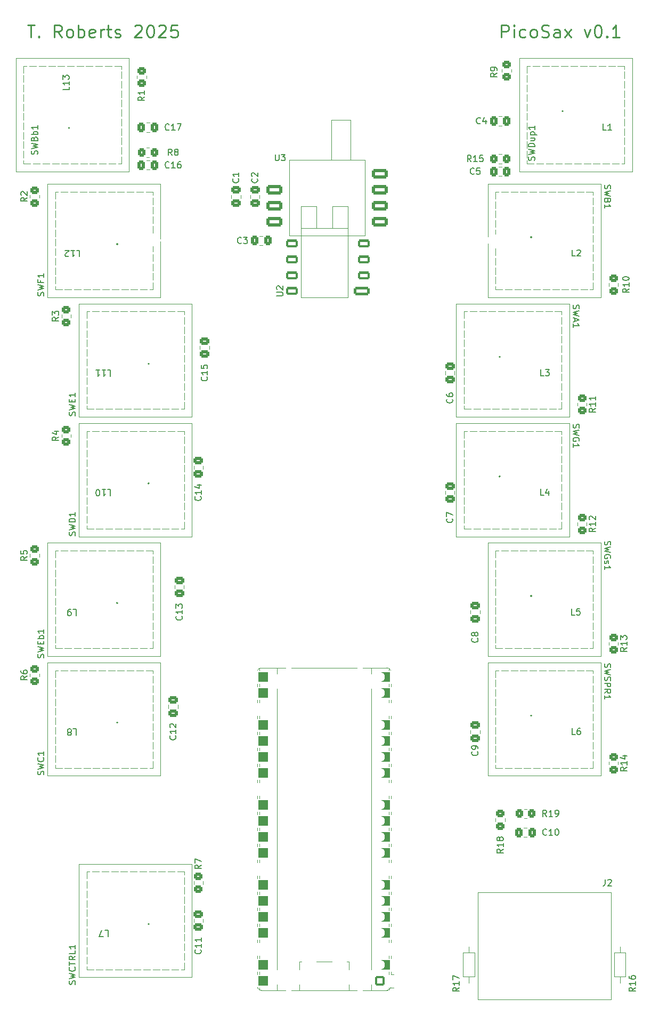
<source format=gto>
%TF.GenerationSoftware,KiCad,Pcbnew,9.0.0*%
%TF.CreationDate,2025-03-20T00:14:52+10:00*%
%TF.ProjectId,PicoSax,5069636f-5361-4782-9e6b-696361645f70,rev?*%
%TF.SameCoordinates,Original*%
%TF.FileFunction,Legend,Top*%
%TF.FilePolarity,Positive*%
%FSLAX46Y46*%
G04 Gerber Fmt 4.6, Leading zero omitted, Abs format (unit mm)*
G04 Created by KiCad (PCBNEW 9.0.0) date 2025-03-20 00:14:52*
%MOMM*%
%LPD*%
G01*
G04 APERTURE LIST*
G04 Aperture macros list*
%AMRoundRect*
0 Rectangle with rounded corners*
0 $1 Rounding radius*
0 $2 $3 $4 $5 $6 $7 $8 $9 X,Y pos of 4 corners*
0 Add a 4 corners polygon primitive as box body*
4,1,4,$2,$3,$4,$5,$6,$7,$8,$9,$2,$3,0*
0 Add four circle primitives for the rounded corners*
1,1,$1+$1,$2,$3*
1,1,$1+$1,$4,$5*
1,1,$1+$1,$6,$7*
1,1,$1+$1,$8,$9*
0 Add four rect primitives between the rounded corners*
20,1,$1+$1,$2,$3,$4,$5,0*
20,1,$1+$1,$4,$5,$6,$7,0*
20,1,$1+$1,$6,$7,$8,$9,0*
20,1,$1+$1,$8,$9,$2,$3,0*%
%AMFreePoly0*
4,1,37,0.800000,0.796148,0.878414,0.796148,1.032228,0.765552,1.177117,0.705537,1.307515,0.618408,1.418408,0.507515,1.505537,0.377117,1.565552,0.232228,1.596148,0.078414,1.596148,-0.078414,1.565552,-0.232228,1.505537,-0.377117,1.418408,-0.507515,1.307515,-0.618408,1.177117,-0.705537,1.032228,-0.765552,0.878414,-0.796148,0.800000,-0.796148,0.800000,-0.800000,-1.400000,-0.800000,
-1.403843,-0.796157,-1.439018,-0.796157,-1.511114,-0.766294,-1.566294,-0.711114,-1.596157,-0.639018,-1.596157,-0.603843,-1.600000,-0.600000,-1.600000,0.600000,-1.596157,0.603843,-1.596157,0.639018,-1.566294,0.711114,-1.511114,0.766294,-1.439018,0.796157,-1.403843,0.796157,-1.400000,0.800000,0.800000,0.800000,0.800000,0.796148,0.800000,0.796148,$1*%
%AMFreePoly1*
4,1,37,1.403843,0.796157,1.439018,0.796157,1.511114,0.766294,1.566294,0.711114,1.596157,0.639018,1.596157,0.603843,1.600000,0.600000,1.600000,-0.600000,1.596157,-0.603843,1.596157,-0.639018,1.566294,-0.711114,1.511114,-0.766294,1.439018,-0.796157,1.403843,-0.796157,1.400000,-0.800000,-0.800000,-0.800000,-0.800000,-0.796148,-0.878414,-0.796148,-1.032228,-0.765552,-1.177117,-0.705537,
-1.307515,-0.618408,-1.418408,-0.507515,-1.505537,-0.377117,-1.565552,-0.232228,-1.596148,-0.078414,-1.596148,0.078414,-1.565552,0.232228,-1.505537,0.377117,-1.418408,0.507515,-1.307515,0.618408,-1.177117,0.705537,-1.032228,0.765552,-0.878414,0.796148,-0.800000,0.796148,-0.800000,0.800000,1.400000,0.800000,1.403843,0.796157,1.403843,0.796157,$1*%
%AMFreePoly2*
4,1,37,0.603843,0.796157,0.639018,0.796157,0.711114,0.766294,0.766294,0.711114,0.796157,0.639018,0.796157,0.603843,0.800000,0.600000,0.800000,-0.600000,0.796157,-0.603843,0.796157,-0.639018,0.766294,-0.711114,0.711114,-0.766294,0.639018,-0.796157,0.603843,-0.796157,0.600000,-0.800000,0.000000,-0.800000,0.000000,-0.796148,-0.078414,-0.796148,-0.232228,-0.765552,-0.377117,-0.705537,
-0.507515,-0.618408,-0.618408,-0.507515,-0.705537,-0.377117,-0.765552,-0.232228,-0.796148,-0.078414,-0.796148,0.078414,-0.765552,0.232228,-0.705537,0.377117,-0.618408,0.507515,-0.507515,0.618408,-0.377117,0.705537,-0.232228,0.765552,-0.078414,0.796148,0.000000,0.796148,0.000000,0.800000,0.600000,0.800000,0.603843,0.796157,0.603843,0.796157,$1*%
%AMFreePoly3*
4,1,37,0.000000,0.796148,0.078414,0.796148,0.232228,0.765552,0.377117,0.705537,0.507515,0.618408,0.618408,0.507515,0.705537,0.377117,0.765552,0.232228,0.796148,0.078414,0.796148,-0.078414,0.765552,-0.232228,0.705537,-0.377117,0.618408,-0.507515,0.507515,-0.618408,0.377117,-0.705537,0.232228,-0.765552,0.078414,-0.796148,0.000000,-0.796148,0.000000,-0.800000,-0.600000,-0.800000,
-0.603843,-0.796157,-0.639018,-0.796157,-0.711114,-0.766294,-0.766294,-0.711114,-0.796157,-0.639018,-0.796157,-0.603843,-0.800000,-0.600000,-0.800000,0.600000,-0.796157,0.603843,-0.796157,0.639018,-0.766294,0.711114,-0.711114,0.766294,-0.639018,0.796157,-0.603843,0.796157,-0.600000,0.800000,0.000000,0.800000,0.000000,0.796148,0.000000,0.796148,$1*%
G04 Aperture macros list end*
%ADD10C,0.250000*%
%ADD11C,0.150000*%
%ADD12C,0.120000*%
%ADD13C,0.100000*%
%ADD14C,0.152400*%
%ADD15RoundRect,0.250000X-0.450000X0.350000X-0.450000X-0.350000X0.450000X-0.350000X0.450000X0.350000X0*%
%ADD16RoundRect,0.250000X0.450000X-0.350000X0.450000X0.350000X-0.450000X0.350000X-0.450000X-0.350000X0*%
%ADD17C,1.400000*%
%ADD18O,1.400000X1.400000*%
%ADD19RoundRect,0.250000X0.337500X0.475000X-0.337500X0.475000X-0.337500X-0.475000X0.337500X-0.475000X0*%
%ADD20C,2.000000*%
%ADD21C,2.500000*%
%ADD22RoundRect,0.250000X-0.475000X0.337500X-0.475000X-0.337500X0.475000X-0.337500X0.475000X0.337500X0*%
%ADD23R,0.812800X0.762000*%
%ADD24RoundRect,0.250000X0.475000X-0.337500X0.475000X0.337500X-0.475000X0.337500X-0.475000X-0.337500X0*%
%ADD25C,3.200000*%
%ADD26RoundRect,0.195000X1.055000X0.455000X-1.055000X0.455000X-1.055000X-0.455000X1.055000X-0.455000X0*%
%ADD27RoundRect,0.190500X0.762000X0.444500X-0.762000X0.444500X-0.762000X-0.444500X0.762000X-0.444500X0*%
%ADD28C,2.200000*%
%ADD29C,1.850000*%
%ADD30FreePoly0,180.000000*%
%ADD31RoundRect,0.200000X0.600000X0.600000X-0.600000X0.600000X-0.600000X-0.600000X0.600000X-0.600000X0*%
%ADD32RoundRect,0.800000X0.800000X0.000010X-0.800000X0.000010X-0.800000X-0.000010X0.800000X-0.000010X0*%
%ADD33C,1.600000*%
%ADD34FreePoly1,180.000000*%
%ADD35FreePoly2,180.000000*%
%ADD36FreePoly3,180.000000*%
%ADD37R,2.540000X1.520000*%
%ADD38RoundRect,0.250000X1.020000X0.510000X-1.020000X0.510000X-1.020000X-0.510000X1.020000X-0.510000X0*%
%ADD39RoundRect,0.250000X-0.337500X-0.475000X0.337500X-0.475000X0.337500X0.475000X-0.337500X0.475000X0*%
%ADD40RoundRect,0.250000X0.350000X0.450000X-0.350000X0.450000X-0.350000X-0.450000X0.350000X-0.450000X0*%
%ADD41R,0.762000X0.812800*%
%ADD42O,2.500000X2.000000*%
%ADD43C,3.000000*%
%ADD44O,2.000000X2.500000*%
%ADD45RoundRect,0.250000X-0.350000X-0.450000X0.350000X-0.450000X0.350000X0.450000X-0.350000X0.450000X0*%
%ADD46R,1.700000X1.700000*%
%ADD47O,1.700000X1.700000*%
%ADD48R,2.200000X2.200000*%
%ADD49O,2.200000X2.200000*%
G04 APERTURE END LIST*
D10*
X128192667Y-54742238D02*
X128192667Y-52742238D01*
X128192667Y-52742238D02*
X128954572Y-52742238D01*
X128954572Y-52742238D02*
X129145048Y-52837476D01*
X129145048Y-52837476D02*
X129240286Y-52932714D01*
X129240286Y-52932714D02*
X129335524Y-53123190D01*
X129335524Y-53123190D02*
X129335524Y-53408904D01*
X129335524Y-53408904D02*
X129240286Y-53599380D01*
X129240286Y-53599380D02*
X129145048Y-53694619D01*
X129145048Y-53694619D02*
X128954572Y-53789857D01*
X128954572Y-53789857D02*
X128192667Y-53789857D01*
X130192667Y-54742238D02*
X130192667Y-53408904D01*
X130192667Y-52742238D02*
X130097429Y-52837476D01*
X130097429Y-52837476D02*
X130192667Y-52932714D01*
X130192667Y-52932714D02*
X130287905Y-52837476D01*
X130287905Y-52837476D02*
X130192667Y-52742238D01*
X130192667Y-52742238D02*
X130192667Y-52932714D01*
X132002191Y-54647000D02*
X131811715Y-54742238D01*
X131811715Y-54742238D02*
X131430762Y-54742238D01*
X131430762Y-54742238D02*
X131240286Y-54647000D01*
X131240286Y-54647000D02*
X131145048Y-54551761D01*
X131145048Y-54551761D02*
X131049810Y-54361285D01*
X131049810Y-54361285D02*
X131049810Y-53789857D01*
X131049810Y-53789857D02*
X131145048Y-53599380D01*
X131145048Y-53599380D02*
X131240286Y-53504142D01*
X131240286Y-53504142D02*
X131430762Y-53408904D01*
X131430762Y-53408904D02*
X131811715Y-53408904D01*
X131811715Y-53408904D02*
X132002191Y-53504142D01*
X133145048Y-54742238D02*
X132954572Y-54647000D01*
X132954572Y-54647000D02*
X132859334Y-54551761D01*
X132859334Y-54551761D02*
X132764096Y-54361285D01*
X132764096Y-54361285D02*
X132764096Y-53789857D01*
X132764096Y-53789857D02*
X132859334Y-53599380D01*
X132859334Y-53599380D02*
X132954572Y-53504142D01*
X132954572Y-53504142D02*
X133145048Y-53408904D01*
X133145048Y-53408904D02*
X133430763Y-53408904D01*
X133430763Y-53408904D02*
X133621239Y-53504142D01*
X133621239Y-53504142D02*
X133716477Y-53599380D01*
X133716477Y-53599380D02*
X133811715Y-53789857D01*
X133811715Y-53789857D02*
X133811715Y-54361285D01*
X133811715Y-54361285D02*
X133716477Y-54551761D01*
X133716477Y-54551761D02*
X133621239Y-54647000D01*
X133621239Y-54647000D02*
X133430763Y-54742238D01*
X133430763Y-54742238D02*
X133145048Y-54742238D01*
X134573620Y-54647000D02*
X134859334Y-54742238D01*
X134859334Y-54742238D02*
X135335525Y-54742238D01*
X135335525Y-54742238D02*
X135526001Y-54647000D01*
X135526001Y-54647000D02*
X135621239Y-54551761D01*
X135621239Y-54551761D02*
X135716477Y-54361285D01*
X135716477Y-54361285D02*
X135716477Y-54170809D01*
X135716477Y-54170809D02*
X135621239Y-53980333D01*
X135621239Y-53980333D02*
X135526001Y-53885095D01*
X135526001Y-53885095D02*
X135335525Y-53789857D01*
X135335525Y-53789857D02*
X134954572Y-53694619D01*
X134954572Y-53694619D02*
X134764096Y-53599380D01*
X134764096Y-53599380D02*
X134668858Y-53504142D01*
X134668858Y-53504142D02*
X134573620Y-53313666D01*
X134573620Y-53313666D02*
X134573620Y-53123190D01*
X134573620Y-53123190D02*
X134668858Y-52932714D01*
X134668858Y-52932714D02*
X134764096Y-52837476D01*
X134764096Y-52837476D02*
X134954572Y-52742238D01*
X134954572Y-52742238D02*
X135430763Y-52742238D01*
X135430763Y-52742238D02*
X135716477Y-52837476D01*
X137430763Y-54742238D02*
X137430763Y-53694619D01*
X137430763Y-53694619D02*
X137335525Y-53504142D01*
X137335525Y-53504142D02*
X137145049Y-53408904D01*
X137145049Y-53408904D02*
X136764096Y-53408904D01*
X136764096Y-53408904D02*
X136573620Y-53504142D01*
X137430763Y-54647000D02*
X137240287Y-54742238D01*
X137240287Y-54742238D02*
X136764096Y-54742238D01*
X136764096Y-54742238D02*
X136573620Y-54647000D01*
X136573620Y-54647000D02*
X136478382Y-54456523D01*
X136478382Y-54456523D02*
X136478382Y-54266047D01*
X136478382Y-54266047D02*
X136573620Y-54075571D01*
X136573620Y-54075571D02*
X136764096Y-53980333D01*
X136764096Y-53980333D02*
X137240287Y-53980333D01*
X137240287Y-53980333D02*
X137430763Y-53885095D01*
X138192668Y-54742238D02*
X139240287Y-53408904D01*
X138192668Y-53408904D02*
X139240287Y-54742238D01*
X141335526Y-53408904D02*
X141811716Y-54742238D01*
X141811716Y-54742238D02*
X142287907Y-53408904D01*
X143430764Y-52742238D02*
X143621241Y-52742238D01*
X143621241Y-52742238D02*
X143811717Y-52837476D01*
X143811717Y-52837476D02*
X143906955Y-52932714D01*
X143906955Y-52932714D02*
X144002193Y-53123190D01*
X144002193Y-53123190D02*
X144097431Y-53504142D01*
X144097431Y-53504142D02*
X144097431Y-53980333D01*
X144097431Y-53980333D02*
X144002193Y-54361285D01*
X144002193Y-54361285D02*
X143906955Y-54551761D01*
X143906955Y-54551761D02*
X143811717Y-54647000D01*
X143811717Y-54647000D02*
X143621241Y-54742238D01*
X143621241Y-54742238D02*
X143430764Y-54742238D01*
X143430764Y-54742238D02*
X143240288Y-54647000D01*
X143240288Y-54647000D02*
X143145050Y-54551761D01*
X143145050Y-54551761D02*
X143049812Y-54361285D01*
X143049812Y-54361285D02*
X142954574Y-53980333D01*
X142954574Y-53980333D02*
X142954574Y-53504142D01*
X142954574Y-53504142D02*
X143049812Y-53123190D01*
X143049812Y-53123190D02*
X143145050Y-52932714D01*
X143145050Y-52932714D02*
X143240288Y-52837476D01*
X143240288Y-52837476D02*
X143430764Y-52742238D01*
X144954574Y-54551761D02*
X145049812Y-54647000D01*
X145049812Y-54647000D02*
X144954574Y-54742238D01*
X144954574Y-54742238D02*
X144859336Y-54647000D01*
X144859336Y-54647000D02*
X144954574Y-54551761D01*
X144954574Y-54551761D02*
X144954574Y-54742238D01*
X146954574Y-54742238D02*
X145811717Y-54742238D01*
X146383145Y-54742238D02*
X146383145Y-52742238D01*
X146383145Y-52742238D02*
X146192669Y-53027952D01*
X146192669Y-53027952D02*
X146002193Y-53218428D01*
X146002193Y-53218428D02*
X145811717Y-53313666D01*
X52854949Y-52742238D02*
X53997806Y-52742238D01*
X53426377Y-54742238D02*
X53426377Y-52742238D01*
X54664473Y-54551761D02*
X54759711Y-54647000D01*
X54759711Y-54647000D02*
X54664473Y-54742238D01*
X54664473Y-54742238D02*
X54569235Y-54647000D01*
X54569235Y-54647000D02*
X54664473Y-54551761D01*
X54664473Y-54551761D02*
X54664473Y-54742238D01*
X58283521Y-54742238D02*
X57616854Y-53789857D01*
X57140664Y-54742238D02*
X57140664Y-52742238D01*
X57140664Y-52742238D02*
X57902569Y-52742238D01*
X57902569Y-52742238D02*
X58093045Y-52837476D01*
X58093045Y-52837476D02*
X58188283Y-52932714D01*
X58188283Y-52932714D02*
X58283521Y-53123190D01*
X58283521Y-53123190D02*
X58283521Y-53408904D01*
X58283521Y-53408904D02*
X58188283Y-53599380D01*
X58188283Y-53599380D02*
X58093045Y-53694619D01*
X58093045Y-53694619D02*
X57902569Y-53789857D01*
X57902569Y-53789857D02*
X57140664Y-53789857D01*
X59426378Y-54742238D02*
X59235902Y-54647000D01*
X59235902Y-54647000D02*
X59140664Y-54551761D01*
X59140664Y-54551761D02*
X59045426Y-54361285D01*
X59045426Y-54361285D02*
X59045426Y-53789857D01*
X59045426Y-53789857D02*
X59140664Y-53599380D01*
X59140664Y-53599380D02*
X59235902Y-53504142D01*
X59235902Y-53504142D02*
X59426378Y-53408904D01*
X59426378Y-53408904D02*
X59712093Y-53408904D01*
X59712093Y-53408904D02*
X59902569Y-53504142D01*
X59902569Y-53504142D02*
X59997807Y-53599380D01*
X59997807Y-53599380D02*
X60093045Y-53789857D01*
X60093045Y-53789857D02*
X60093045Y-54361285D01*
X60093045Y-54361285D02*
X59997807Y-54551761D01*
X59997807Y-54551761D02*
X59902569Y-54647000D01*
X59902569Y-54647000D02*
X59712093Y-54742238D01*
X59712093Y-54742238D02*
X59426378Y-54742238D01*
X60950188Y-54742238D02*
X60950188Y-52742238D01*
X60950188Y-53504142D02*
X61140664Y-53408904D01*
X61140664Y-53408904D02*
X61521617Y-53408904D01*
X61521617Y-53408904D02*
X61712093Y-53504142D01*
X61712093Y-53504142D02*
X61807331Y-53599380D01*
X61807331Y-53599380D02*
X61902569Y-53789857D01*
X61902569Y-53789857D02*
X61902569Y-54361285D01*
X61902569Y-54361285D02*
X61807331Y-54551761D01*
X61807331Y-54551761D02*
X61712093Y-54647000D01*
X61712093Y-54647000D02*
X61521617Y-54742238D01*
X61521617Y-54742238D02*
X61140664Y-54742238D01*
X61140664Y-54742238D02*
X60950188Y-54647000D01*
X63521617Y-54647000D02*
X63331141Y-54742238D01*
X63331141Y-54742238D02*
X62950188Y-54742238D01*
X62950188Y-54742238D02*
X62759712Y-54647000D01*
X62759712Y-54647000D02*
X62664474Y-54456523D01*
X62664474Y-54456523D02*
X62664474Y-53694619D01*
X62664474Y-53694619D02*
X62759712Y-53504142D01*
X62759712Y-53504142D02*
X62950188Y-53408904D01*
X62950188Y-53408904D02*
X63331141Y-53408904D01*
X63331141Y-53408904D02*
X63521617Y-53504142D01*
X63521617Y-53504142D02*
X63616855Y-53694619D01*
X63616855Y-53694619D02*
X63616855Y-53885095D01*
X63616855Y-53885095D02*
X62664474Y-54075571D01*
X64473998Y-54742238D02*
X64473998Y-53408904D01*
X64473998Y-53789857D02*
X64569236Y-53599380D01*
X64569236Y-53599380D02*
X64664474Y-53504142D01*
X64664474Y-53504142D02*
X64854950Y-53408904D01*
X64854950Y-53408904D02*
X65045427Y-53408904D01*
X65426379Y-53408904D02*
X66188283Y-53408904D01*
X65712093Y-52742238D02*
X65712093Y-54456523D01*
X65712093Y-54456523D02*
X65807331Y-54647000D01*
X65807331Y-54647000D02*
X65997807Y-54742238D01*
X65997807Y-54742238D02*
X66188283Y-54742238D01*
X66759712Y-54647000D02*
X66950188Y-54742238D01*
X66950188Y-54742238D02*
X67331140Y-54742238D01*
X67331140Y-54742238D02*
X67521617Y-54647000D01*
X67521617Y-54647000D02*
X67616855Y-54456523D01*
X67616855Y-54456523D02*
X67616855Y-54361285D01*
X67616855Y-54361285D02*
X67521617Y-54170809D01*
X67521617Y-54170809D02*
X67331140Y-54075571D01*
X67331140Y-54075571D02*
X67045426Y-54075571D01*
X67045426Y-54075571D02*
X66854950Y-53980333D01*
X66854950Y-53980333D02*
X66759712Y-53789857D01*
X66759712Y-53789857D02*
X66759712Y-53694619D01*
X66759712Y-53694619D02*
X66854950Y-53504142D01*
X66854950Y-53504142D02*
X67045426Y-53408904D01*
X67045426Y-53408904D02*
X67331140Y-53408904D01*
X67331140Y-53408904D02*
X67521617Y-53504142D01*
X69902570Y-52932714D02*
X69997808Y-52837476D01*
X69997808Y-52837476D02*
X70188284Y-52742238D01*
X70188284Y-52742238D02*
X70664475Y-52742238D01*
X70664475Y-52742238D02*
X70854951Y-52837476D01*
X70854951Y-52837476D02*
X70950189Y-52932714D01*
X70950189Y-52932714D02*
X71045427Y-53123190D01*
X71045427Y-53123190D02*
X71045427Y-53313666D01*
X71045427Y-53313666D02*
X70950189Y-53599380D01*
X70950189Y-53599380D02*
X69807332Y-54742238D01*
X69807332Y-54742238D02*
X71045427Y-54742238D01*
X72283522Y-52742238D02*
X72473999Y-52742238D01*
X72473999Y-52742238D02*
X72664475Y-52837476D01*
X72664475Y-52837476D02*
X72759713Y-52932714D01*
X72759713Y-52932714D02*
X72854951Y-53123190D01*
X72854951Y-53123190D02*
X72950189Y-53504142D01*
X72950189Y-53504142D02*
X72950189Y-53980333D01*
X72950189Y-53980333D02*
X72854951Y-54361285D01*
X72854951Y-54361285D02*
X72759713Y-54551761D01*
X72759713Y-54551761D02*
X72664475Y-54647000D01*
X72664475Y-54647000D02*
X72473999Y-54742238D01*
X72473999Y-54742238D02*
X72283522Y-54742238D01*
X72283522Y-54742238D02*
X72093046Y-54647000D01*
X72093046Y-54647000D02*
X71997808Y-54551761D01*
X71997808Y-54551761D02*
X71902570Y-54361285D01*
X71902570Y-54361285D02*
X71807332Y-53980333D01*
X71807332Y-53980333D02*
X71807332Y-53504142D01*
X71807332Y-53504142D02*
X71902570Y-53123190D01*
X71902570Y-53123190D02*
X71997808Y-52932714D01*
X71997808Y-52932714D02*
X72093046Y-52837476D01*
X72093046Y-52837476D02*
X72283522Y-52742238D01*
X73712094Y-52932714D02*
X73807332Y-52837476D01*
X73807332Y-52837476D02*
X73997808Y-52742238D01*
X73997808Y-52742238D02*
X74473999Y-52742238D01*
X74473999Y-52742238D02*
X74664475Y-52837476D01*
X74664475Y-52837476D02*
X74759713Y-52932714D01*
X74759713Y-52932714D02*
X74854951Y-53123190D01*
X74854951Y-53123190D02*
X74854951Y-53313666D01*
X74854951Y-53313666D02*
X74759713Y-53599380D01*
X74759713Y-53599380D02*
X73616856Y-54742238D01*
X73616856Y-54742238D02*
X74854951Y-54742238D01*
X76664475Y-52742238D02*
X75712094Y-52742238D01*
X75712094Y-52742238D02*
X75616856Y-53694619D01*
X75616856Y-53694619D02*
X75712094Y-53599380D01*
X75712094Y-53599380D02*
X75902570Y-53504142D01*
X75902570Y-53504142D02*
X76378761Y-53504142D01*
X76378761Y-53504142D02*
X76569237Y-53599380D01*
X76569237Y-53599380D02*
X76664475Y-53694619D01*
X76664475Y-53694619D02*
X76759713Y-53885095D01*
X76759713Y-53885095D02*
X76759713Y-54361285D01*
X76759713Y-54361285D02*
X76664475Y-54551761D01*
X76664475Y-54551761D02*
X76569237Y-54647000D01*
X76569237Y-54647000D02*
X76378761Y-54742238D01*
X76378761Y-54742238D02*
X75902570Y-54742238D01*
X75902570Y-54742238D02*
X75712094Y-54647000D01*
X75712094Y-54647000D02*
X75616856Y-54551761D01*
D11*
X127454819Y-60393730D02*
X126978628Y-60727063D01*
X127454819Y-60965158D02*
X126454819Y-60965158D01*
X126454819Y-60965158D02*
X126454819Y-60584206D01*
X126454819Y-60584206D02*
X126502438Y-60488968D01*
X126502438Y-60488968D02*
X126550057Y-60441349D01*
X126550057Y-60441349D02*
X126645295Y-60393730D01*
X126645295Y-60393730D02*
X126788152Y-60393730D01*
X126788152Y-60393730D02*
X126883390Y-60441349D01*
X126883390Y-60441349D02*
X126931009Y-60488968D01*
X126931009Y-60488968D02*
X126978628Y-60584206D01*
X126978628Y-60584206D02*
X126978628Y-60965158D01*
X127454819Y-59917539D02*
X127454819Y-59727063D01*
X127454819Y-59727063D02*
X127407200Y-59631825D01*
X127407200Y-59631825D02*
X127359580Y-59584206D01*
X127359580Y-59584206D02*
X127216723Y-59488968D01*
X127216723Y-59488968D02*
X127026247Y-59441349D01*
X127026247Y-59441349D02*
X126645295Y-59441349D01*
X126645295Y-59441349D02*
X126550057Y-59488968D01*
X126550057Y-59488968D02*
X126502438Y-59536587D01*
X126502438Y-59536587D02*
X126454819Y-59631825D01*
X126454819Y-59631825D02*
X126454819Y-59822301D01*
X126454819Y-59822301D02*
X126502438Y-59917539D01*
X126502438Y-59917539D02*
X126550057Y-59965158D01*
X126550057Y-59965158D02*
X126645295Y-60012777D01*
X126645295Y-60012777D02*
X126883390Y-60012777D01*
X126883390Y-60012777D02*
X126978628Y-59965158D01*
X126978628Y-59965158D02*
X127026247Y-59917539D01*
X127026247Y-59917539D02*
X127073866Y-59822301D01*
X127073866Y-59822301D02*
X127073866Y-59631825D01*
X127073866Y-59631825D02*
X127026247Y-59536587D01*
X127026247Y-59536587D02*
X126978628Y-59488968D01*
X126978628Y-59488968D02*
X126883390Y-59441349D01*
X57804819Y-99166666D02*
X57328628Y-99499999D01*
X57804819Y-99738094D02*
X56804819Y-99738094D01*
X56804819Y-99738094D02*
X56804819Y-99357142D01*
X56804819Y-99357142D02*
X56852438Y-99261904D01*
X56852438Y-99261904D02*
X56900057Y-99214285D01*
X56900057Y-99214285D02*
X56995295Y-99166666D01*
X56995295Y-99166666D02*
X57138152Y-99166666D01*
X57138152Y-99166666D02*
X57233390Y-99214285D01*
X57233390Y-99214285D02*
X57281009Y-99261904D01*
X57281009Y-99261904D02*
X57328628Y-99357142D01*
X57328628Y-99357142D02*
X57328628Y-99738094D01*
X56804819Y-98833332D02*
X56804819Y-98214285D01*
X56804819Y-98214285D02*
X57185771Y-98547618D01*
X57185771Y-98547618D02*
X57185771Y-98404761D01*
X57185771Y-98404761D02*
X57233390Y-98309523D01*
X57233390Y-98309523D02*
X57281009Y-98261904D01*
X57281009Y-98261904D02*
X57376247Y-98214285D01*
X57376247Y-98214285D02*
X57614342Y-98214285D01*
X57614342Y-98214285D02*
X57709580Y-98261904D01*
X57709580Y-98261904D02*
X57757200Y-98309523D01*
X57757200Y-98309523D02*
X57804819Y-98404761D01*
X57804819Y-98404761D02*
X57804819Y-98690475D01*
X57804819Y-98690475D02*
X57757200Y-98785713D01*
X57757200Y-98785713D02*
X57709580Y-98833332D01*
X121454819Y-205642857D02*
X120978628Y-205976190D01*
X121454819Y-206214285D02*
X120454819Y-206214285D01*
X120454819Y-206214285D02*
X120454819Y-205833333D01*
X120454819Y-205833333D02*
X120502438Y-205738095D01*
X120502438Y-205738095D02*
X120550057Y-205690476D01*
X120550057Y-205690476D02*
X120645295Y-205642857D01*
X120645295Y-205642857D02*
X120788152Y-205642857D01*
X120788152Y-205642857D02*
X120883390Y-205690476D01*
X120883390Y-205690476D02*
X120931009Y-205738095D01*
X120931009Y-205738095D02*
X120978628Y-205833333D01*
X120978628Y-205833333D02*
X120978628Y-206214285D01*
X121454819Y-204690476D02*
X121454819Y-205261904D01*
X121454819Y-204976190D02*
X120454819Y-204976190D01*
X120454819Y-204976190D02*
X120597676Y-205071428D01*
X120597676Y-205071428D02*
X120692914Y-205166666D01*
X120692914Y-205166666D02*
X120740533Y-205261904D01*
X120454819Y-204357142D02*
X120454819Y-203690476D01*
X120454819Y-203690476D02*
X121454819Y-204119047D01*
X135357142Y-181359580D02*
X135309523Y-181407200D01*
X135309523Y-181407200D02*
X135166666Y-181454819D01*
X135166666Y-181454819D02*
X135071428Y-181454819D01*
X135071428Y-181454819D02*
X134928571Y-181407200D01*
X134928571Y-181407200D02*
X134833333Y-181311961D01*
X134833333Y-181311961D02*
X134785714Y-181216723D01*
X134785714Y-181216723D02*
X134738095Y-181026247D01*
X134738095Y-181026247D02*
X134738095Y-180883390D01*
X134738095Y-180883390D02*
X134785714Y-180692914D01*
X134785714Y-180692914D02*
X134833333Y-180597676D01*
X134833333Y-180597676D02*
X134928571Y-180502438D01*
X134928571Y-180502438D02*
X135071428Y-180454819D01*
X135071428Y-180454819D02*
X135166666Y-180454819D01*
X135166666Y-180454819D02*
X135309523Y-180502438D01*
X135309523Y-180502438D02*
X135357142Y-180550057D01*
X136309523Y-181454819D02*
X135738095Y-181454819D01*
X136023809Y-181454819D02*
X136023809Y-180454819D01*
X136023809Y-180454819D02*
X135928571Y-180597676D01*
X135928571Y-180597676D02*
X135833333Y-180692914D01*
X135833333Y-180692914D02*
X135738095Y-180740533D01*
X136928571Y-180454819D02*
X137023809Y-180454819D01*
X137023809Y-180454819D02*
X137119047Y-180502438D01*
X137119047Y-180502438D02*
X137166666Y-180550057D01*
X137166666Y-180550057D02*
X137214285Y-180645295D01*
X137214285Y-180645295D02*
X137261904Y-180835771D01*
X137261904Y-180835771D02*
X137261904Y-181073866D01*
X137261904Y-181073866D02*
X137214285Y-181264342D01*
X137214285Y-181264342D02*
X137166666Y-181359580D01*
X137166666Y-181359580D02*
X137119047Y-181407200D01*
X137119047Y-181407200D02*
X137023809Y-181454819D01*
X137023809Y-181454819D02*
X136928571Y-181454819D01*
X136928571Y-181454819D02*
X136833333Y-181407200D01*
X136833333Y-181407200D02*
X136785714Y-181359580D01*
X136785714Y-181359580D02*
X136738095Y-181264342D01*
X136738095Y-181264342D02*
X136690476Y-181073866D01*
X136690476Y-181073866D02*
X136690476Y-180835771D01*
X136690476Y-180835771D02*
X136738095Y-180645295D01*
X136738095Y-180645295D02*
X136785714Y-180550057D01*
X136785714Y-180550057D02*
X136833333Y-180502438D01*
X136833333Y-180502438D02*
X136928571Y-180454819D01*
X60407200Y-114785713D02*
X60454819Y-114642856D01*
X60454819Y-114642856D02*
X60454819Y-114404761D01*
X60454819Y-114404761D02*
X60407200Y-114309523D01*
X60407200Y-114309523D02*
X60359580Y-114261904D01*
X60359580Y-114261904D02*
X60264342Y-114214285D01*
X60264342Y-114214285D02*
X60169104Y-114214285D01*
X60169104Y-114214285D02*
X60073866Y-114261904D01*
X60073866Y-114261904D02*
X60026247Y-114309523D01*
X60026247Y-114309523D02*
X59978628Y-114404761D01*
X59978628Y-114404761D02*
X59931009Y-114595237D01*
X59931009Y-114595237D02*
X59883390Y-114690475D01*
X59883390Y-114690475D02*
X59835771Y-114738094D01*
X59835771Y-114738094D02*
X59740533Y-114785713D01*
X59740533Y-114785713D02*
X59645295Y-114785713D01*
X59645295Y-114785713D02*
X59550057Y-114738094D01*
X59550057Y-114738094D02*
X59502438Y-114690475D01*
X59502438Y-114690475D02*
X59454819Y-114595237D01*
X59454819Y-114595237D02*
X59454819Y-114357142D01*
X59454819Y-114357142D02*
X59502438Y-114214285D01*
X59454819Y-113880951D02*
X60454819Y-113642856D01*
X60454819Y-113642856D02*
X59740533Y-113452380D01*
X59740533Y-113452380D02*
X60454819Y-113261904D01*
X60454819Y-113261904D02*
X59454819Y-113023809D01*
X59931009Y-112642856D02*
X59931009Y-112309523D01*
X60454819Y-112166666D02*
X60454819Y-112642856D01*
X60454819Y-112642856D02*
X59454819Y-112642856D01*
X59454819Y-112642856D02*
X59454819Y-112166666D01*
X60454819Y-111214285D02*
X60454819Y-111785713D01*
X60454819Y-111499999D02*
X59454819Y-111499999D01*
X59454819Y-111499999D02*
X59597676Y-111595237D01*
X59597676Y-111595237D02*
X59692914Y-111690475D01*
X59692914Y-111690475D02*
X59740533Y-111785713D01*
X124359580Y-150166666D02*
X124407200Y-150214285D01*
X124407200Y-150214285D02*
X124454819Y-150357142D01*
X124454819Y-150357142D02*
X124454819Y-150452380D01*
X124454819Y-150452380D02*
X124407200Y-150595237D01*
X124407200Y-150595237D02*
X124311961Y-150690475D01*
X124311961Y-150690475D02*
X124216723Y-150738094D01*
X124216723Y-150738094D02*
X124026247Y-150785713D01*
X124026247Y-150785713D02*
X123883390Y-150785713D01*
X123883390Y-150785713D02*
X123692914Y-150738094D01*
X123692914Y-150738094D02*
X123597676Y-150690475D01*
X123597676Y-150690475D02*
X123502438Y-150595237D01*
X123502438Y-150595237D02*
X123454819Y-150452380D01*
X123454819Y-150452380D02*
X123454819Y-150357142D01*
X123454819Y-150357142D02*
X123502438Y-150214285D01*
X123502438Y-150214285D02*
X123550057Y-150166666D01*
X123883390Y-149595237D02*
X123835771Y-149690475D01*
X123835771Y-149690475D02*
X123788152Y-149738094D01*
X123788152Y-149738094D02*
X123692914Y-149785713D01*
X123692914Y-149785713D02*
X123645295Y-149785713D01*
X123645295Y-149785713D02*
X123550057Y-149738094D01*
X123550057Y-149738094D02*
X123502438Y-149690475D01*
X123502438Y-149690475D02*
X123454819Y-149595237D01*
X123454819Y-149595237D02*
X123454819Y-149404761D01*
X123454819Y-149404761D02*
X123502438Y-149309523D01*
X123502438Y-149309523D02*
X123550057Y-149261904D01*
X123550057Y-149261904D02*
X123645295Y-149214285D01*
X123645295Y-149214285D02*
X123692914Y-149214285D01*
X123692914Y-149214285D02*
X123788152Y-149261904D01*
X123788152Y-149261904D02*
X123835771Y-149309523D01*
X123835771Y-149309523D02*
X123883390Y-149404761D01*
X123883390Y-149404761D02*
X123883390Y-149595237D01*
X123883390Y-149595237D02*
X123931009Y-149690475D01*
X123931009Y-149690475D02*
X123978628Y-149738094D01*
X123978628Y-149738094D02*
X124073866Y-149785713D01*
X124073866Y-149785713D02*
X124264342Y-149785713D01*
X124264342Y-149785713D02*
X124359580Y-149738094D01*
X124359580Y-149738094D02*
X124407200Y-149690475D01*
X124407200Y-149690475D02*
X124454819Y-149595237D01*
X124454819Y-149595237D02*
X124454819Y-149404761D01*
X124454819Y-149404761D02*
X124407200Y-149309523D01*
X124407200Y-149309523D02*
X124359580Y-149261904D01*
X124359580Y-149261904D02*
X124264342Y-149214285D01*
X124264342Y-149214285D02*
X124073866Y-149214285D01*
X124073866Y-149214285D02*
X123978628Y-149261904D01*
X123978628Y-149261904D02*
X123931009Y-149309523D01*
X123931009Y-149309523D02*
X123883390Y-149404761D01*
X120359580Y-112166666D02*
X120407200Y-112214285D01*
X120407200Y-112214285D02*
X120454819Y-112357142D01*
X120454819Y-112357142D02*
X120454819Y-112452380D01*
X120454819Y-112452380D02*
X120407200Y-112595237D01*
X120407200Y-112595237D02*
X120311961Y-112690475D01*
X120311961Y-112690475D02*
X120216723Y-112738094D01*
X120216723Y-112738094D02*
X120026247Y-112785713D01*
X120026247Y-112785713D02*
X119883390Y-112785713D01*
X119883390Y-112785713D02*
X119692914Y-112738094D01*
X119692914Y-112738094D02*
X119597676Y-112690475D01*
X119597676Y-112690475D02*
X119502438Y-112595237D01*
X119502438Y-112595237D02*
X119454819Y-112452380D01*
X119454819Y-112452380D02*
X119454819Y-112357142D01*
X119454819Y-112357142D02*
X119502438Y-112214285D01*
X119502438Y-112214285D02*
X119550057Y-112166666D01*
X119454819Y-111309523D02*
X119454819Y-111499999D01*
X119454819Y-111499999D02*
X119502438Y-111595237D01*
X119502438Y-111595237D02*
X119550057Y-111642856D01*
X119550057Y-111642856D02*
X119692914Y-111738094D01*
X119692914Y-111738094D02*
X119883390Y-111785713D01*
X119883390Y-111785713D02*
X120264342Y-111785713D01*
X120264342Y-111785713D02*
X120359580Y-111738094D01*
X120359580Y-111738094D02*
X120407200Y-111690475D01*
X120407200Y-111690475D02*
X120454819Y-111595237D01*
X120454819Y-111595237D02*
X120454819Y-111404761D01*
X120454819Y-111404761D02*
X120407200Y-111309523D01*
X120407200Y-111309523D02*
X120359580Y-111261904D01*
X120359580Y-111261904D02*
X120264342Y-111214285D01*
X120264342Y-111214285D02*
X120026247Y-111214285D01*
X120026247Y-111214285D02*
X119931009Y-111261904D01*
X119931009Y-111261904D02*
X119883390Y-111309523D01*
X119883390Y-111309523D02*
X119835771Y-111404761D01*
X119835771Y-111404761D02*
X119835771Y-111595237D01*
X119835771Y-111595237D02*
X119883390Y-111690475D01*
X119883390Y-111690475D02*
X119931009Y-111738094D01*
X119931009Y-111738094D02*
X120026247Y-111785713D01*
X52804819Y-156166666D02*
X52328628Y-156499999D01*
X52804819Y-156738094D02*
X51804819Y-156738094D01*
X51804819Y-156738094D02*
X51804819Y-156357142D01*
X51804819Y-156357142D02*
X51852438Y-156261904D01*
X51852438Y-156261904D02*
X51900057Y-156214285D01*
X51900057Y-156214285D02*
X51995295Y-156166666D01*
X51995295Y-156166666D02*
X52138152Y-156166666D01*
X52138152Y-156166666D02*
X52233390Y-156214285D01*
X52233390Y-156214285D02*
X52281009Y-156261904D01*
X52281009Y-156261904D02*
X52328628Y-156357142D01*
X52328628Y-156357142D02*
X52328628Y-156738094D01*
X51804819Y-155309523D02*
X51804819Y-155499999D01*
X51804819Y-155499999D02*
X51852438Y-155595237D01*
X51852438Y-155595237D02*
X51900057Y-155642856D01*
X51900057Y-155642856D02*
X52042914Y-155738094D01*
X52042914Y-155738094D02*
X52233390Y-155785713D01*
X52233390Y-155785713D02*
X52614342Y-155785713D01*
X52614342Y-155785713D02*
X52709580Y-155738094D01*
X52709580Y-155738094D02*
X52757200Y-155690475D01*
X52757200Y-155690475D02*
X52804819Y-155595237D01*
X52804819Y-155595237D02*
X52804819Y-155404761D01*
X52804819Y-155404761D02*
X52757200Y-155309523D01*
X52757200Y-155309523D02*
X52709580Y-155261904D01*
X52709580Y-155261904D02*
X52614342Y-155214285D01*
X52614342Y-155214285D02*
X52376247Y-155214285D01*
X52376247Y-155214285D02*
X52281009Y-155261904D01*
X52281009Y-155261904D02*
X52233390Y-155309523D01*
X52233390Y-155309523D02*
X52185771Y-155404761D01*
X52185771Y-155404761D02*
X52185771Y-155595237D01*
X52185771Y-155595237D02*
X52233390Y-155690475D01*
X52233390Y-155690475D02*
X52281009Y-155738094D01*
X52281009Y-155738094D02*
X52376247Y-155785713D01*
X65166666Y-196545180D02*
X65642856Y-196545180D01*
X65642856Y-196545180D02*
X65642856Y-197545180D01*
X64928570Y-197545180D02*
X64261904Y-197545180D01*
X64261904Y-197545180D02*
X64690475Y-196545180D01*
X60642857Y-88545180D02*
X61119047Y-88545180D01*
X61119047Y-88545180D02*
X61119047Y-89545180D01*
X59785714Y-88545180D02*
X60357142Y-88545180D01*
X60071428Y-88545180D02*
X60071428Y-89545180D01*
X60071428Y-89545180D02*
X60166666Y-89402323D01*
X60166666Y-89402323D02*
X60261904Y-89307085D01*
X60261904Y-89307085D02*
X60357142Y-89259466D01*
X59404761Y-89449942D02*
X59357142Y-89497561D01*
X59357142Y-89497561D02*
X59261904Y-89545180D01*
X59261904Y-89545180D02*
X59023809Y-89545180D01*
X59023809Y-89545180D02*
X58928571Y-89497561D01*
X58928571Y-89497561D02*
X58880952Y-89449942D01*
X58880952Y-89449942D02*
X58833333Y-89354704D01*
X58833333Y-89354704D02*
X58833333Y-89259466D01*
X58833333Y-89259466D02*
X58880952Y-89116609D01*
X58880952Y-89116609D02*
X59452380Y-88545180D01*
X59452380Y-88545180D02*
X58833333Y-88545180D01*
X134913333Y-108454819D02*
X134437143Y-108454819D01*
X134437143Y-108454819D02*
X134437143Y-107454819D01*
X135151429Y-107454819D02*
X135770476Y-107454819D01*
X135770476Y-107454819D02*
X135437143Y-107835771D01*
X135437143Y-107835771D02*
X135580000Y-107835771D01*
X135580000Y-107835771D02*
X135675238Y-107883390D01*
X135675238Y-107883390D02*
X135722857Y-107931009D01*
X135722857Y-107931009D02*
X135770476Y-108026247D01*
X135770476Y-108026247D02*
X135770476Y-108264342D01*
X135770476Y-108264342D02*
X135722857Y-108359580D01*
X135722857Y-108359580D02*
X135675238Y-108407200D01*
X135675238Y-108407200D02*
X135580000Y-108454819D01*
X135580000Y-108454819D02*
X135294286Y-108454819D01*
X135294286Y-108454819D02*
X135199048Y-108407200D01*
X135199048Y-108407200D02*
X135151429Y-108359580D01*
X52804819Y-80166666D02*
X52328628Y-80499999D01*
X52804819Y-80738094D02*
X51804819Y-80738094D01*
X51804819Y-80738094D02*
X51804819Y-80357142D01*
X51804819Y-80357142D02*
X51852438Y-80261904D01*
X51852438Y-80261904D02*
X51900057Y-80214285D01*
X51900057Y-80214285D02*
X51995295Y-80166666D01*
X51995295Y-80166666D02*
X52138152Y-80166666D01*
X52138152Y-80166666D02*
X52233390Y-80214285D01*
X52233390Y-80214285D02*
X52281009Y-80261904D01*
X52281009Y-80261904D02*
X52328628Y-80357142D01*
X52328628Y-80357142D02*
X52328628Y-80738094D01*
X51900057Y-79785713D02*
X51852438Y-79738094D01*
X51852438Y-79738094D02*
X51804819Y-79642856D01*
X51804819Y-79642856D02*
X51804819Y-79404761D01*
X51804819Y-79404761D02*
X51852438Y-79309523D01*
X51852438Y-79309523D02*
X51900057Y-79261904D01*
X51900057Y-79261904D02*
X51995295Y-79214285D01*
X51995295Y-79214285D02*
X52090533Y-79214285D01*
X52090533Y-79214285D02*
X52233390Y-79261904D01*
X52233390Y-79261904D02*
X52804819Y-79833332D01*
X52804819Y-79833332D02*
X52804819Y-79214285D01*
X77359580Y-146642857D02*
X77407200Y-146690476D01*
X77407200Y-146690476D02*
X77454819Y-146833333D01*
X77454819Y-146833333D02*
X77454819Y-146928571D01*
X77454819Y-146928571D02*
X77407200Y-147071428D01*
X77407200Y-147071428D02*
X77311961Y-147166666D01*
X77311961Y-147166666D02*
X77216723Y-147214285D01*
X77216723Y-147214285D02*
X77026247Y-147261904D01*
X77026247Y-147261904D02*
X76883390Y-147261904D01*
X76883390Y-147261904D02*
X76692914Y-147214285D01*
X76692914Y-147214285D02*
X76597676Y-147166666D01*
X76597676Y-147166666D02*
X76502438Y-147071428D01*
X76502438Y-147071428D02*
X76454819Y-146928571D01*
X76454819Y-146928571D02*
X76454819Y-146833333D01*
X76454819Y-146833333D02*
X76502438Y-146690476D01*
X76502438Y-146690476D02*
X76550057Y-146642857D01*
X77454819Y-145690476D02*
X77454819Y-146261904D01*
X77454819Y-145976190D02*
X76454819Y-145976190D01*
X76454819Y-145976190D02*
X76597676Y-146071428D01*
X76597676Y-146071428D02*
X76692914Y-146166666D01*
X76692914Y-146166666D02*
X76740533Y-146261904D01*
X76454819Y-145357142D02*
X76454819Y-144738095D01*
X76454819Y-144738095D02*
X76835771Y-145071428D01*
X76835771Y-145071428D02*
X76835771Y-144928571D01*
X76835771Y-144928571D02*
X76883390Y-144833333D01*
X76883390Y-144833333D02*
X76931009Y-144785714D01*
X76931009Y-144785714D02*
X77026247Y-144738095D01*
X77026247Y-144738095D02*
X77264342Y-144738095D01*
X77264342Y-144738095D02*
X77359580Y-144785714D01*
X77359580Y-144785714D02*
X77407200Y-144833333D01*
X77407200Y-144833333D02*
X77454819Y-144928571D01*
X77454819Y-144928571D02*
X77454819Y-145214285D01*
X77454819Y-145214285D02*
X77407200Y-145309523D01*
X77407200Y-145309523D02*
X77359580Y-145357142D01*
X139913333Y-165454819D02*
X139437143Y-165454819D01*
X139437143Y-165454819D02*
X139437143Y-164454819D01*
X140675238Y-164454819D02*
X140484762Y-164454819D01*
X140484762Y-164454819D02*
X140389524Y-164502438D01*
X140389524Y-164502438D02*
X140341905Y-164550057D01*
X140341905Y-164550057D02*
X140246667Y-164692914D01*
X140246667Y-164692914D02*
X140199048Y-164883390D01*
X140199048Y-164883390D02*
X140199048Y-165264342D01*
X140199048Y-165264342D02*
X140246667Y-165359580D01*
X140246667Y-165359580D02*
X140294286Y-165407200D01*
X140294286Y-165407200D02*
X140389524Y-165454819D01*
X140389524Y-165454819D02*
X140580000Y-165454819D01*
X140580000Y-165454819D02*
X140675238Y-165407200D01*
X140675238Y-165407200D02*
X140722857Y-165359580D01*
X140722857Y-165359580D02*
X140770476Y-165264342D01*
X140770476Y-165264342D02*
X140770476Y-165026247D01*
X140770476Y-165026247D02*
X140722857Y-164931009D01*
X140722857Y-164931009D02*
X140675238Y-164883390D01*
X140675238Y-164883390D02*
X140580000Y-164835771D01*
X140580000Y-164835771D02*
X140389524Y-164835771D01*
X140389524Y-164835771D02*
X140294286Y-164883390D01*
X140294286Y-164883390D02*
X140246667Y-164931009D01*
X140246667Y-164931009D02*
X140199048Y-165026247D01*
X80454819Y-186166666D02*
X79978628Y-186499999D01*
X80454819Y-186738094D02*
X79454819Y-186738094D01*
X79454819Y-186738094D02*
X79454819Y-186357142D01*
X79454819Y-186357142D02*
X79502438Y-186261904D01*
X79502438Y-186261904D02*
X79550057Y-186214285D01*
X79550057Y-186214285D02*
X79645295Y-186166666D01*
X79645295Y-186166666D02*
X79788152Y-186166666D01*
X79788152Y-186166666D02*
X79883390Y-186214285D01*
X79883390Y-186214285D02*
X79931009Y-186261904D01*
X79931009Y-186261904D02*
X79978628Y-186357142D01*
X79978628Y-186357142D02*
X79978628Y-186738094D01*
X79454819Y-185833332D02*
X79454819Y-185166666D01*
X79454819Y-185166666D02*
X80454819Y-185595237D01*
X120359580Y-131166666D02*
X120407200Y-131214285D01*
X120407200Y-131214285D02*
X120454819Y-131357142D01*
X120454819Y-131357142D02*
X120454819Y-131452380D01*
X120454819Y-131452380D02*
X120407200Y-131595237D01*
X120407200Y-131595237D02*
X120311961Y-131690475D01*
X120311961Y-131690475D02*
X120216723Y-131738094D01*
X120216723Y-131738094D02*
X120026247Y-131785713D01*
X120026247Y-131785713D02*
X119883390Y-131785713D01*
X119883390Y-131785713D02*
X119692914Y-131738094D01*
X119692914Y-131738094D02*
X119597676Y-131690475D01*
X119597676Y-131690475D02*
X119502438Y-131595237D01*
X119502438Y-131595237D02*
X119454819Y-131452380D01*
X119454819Y-131452380D02*
X119454819Y-131357142D01*
X119454819Y-131357142D02*
X119502438Y-131214285D01*
X119502438Y-131214285D02*
X119550057Y-131166666D01*
X119454819Y-130833332D02*
X119454819Y-130166666D01*
X119454819Y-130166666D02*
X120454819Y-130595237D01*
X52804819Y-137166666D02*
X52328628Y-137499999D01*
X52804819Y-137738094D02*
X51804819Y-137738094D01*
X51804819Y-137738094D02*
X51804819Y-137357142D01*
X51804819Y-137357142D02*
X51852438Y-137261904D01*
X51852438Y-137261904D02*
X51900057Y-137214285D01*
X51900057Y-137214285D02*
X51995295Y-137166666D01*
X51995295Y-137166666D02*
X52138152Y-137166666D01*
X52138152Y-137166666D02*
X52233390Y-137214285D01*
X52233390Y-137214285D02*
X52281009Y-137261904D01*
X52281009Y-137261904D02*
X52328628Y-137357142D01*
X52328628Y-137357142D02*
X52328628Y-137738094D01*
X51804819Y-136261904D02*
X51804819Y-136738094D01*
X51804819Y-136738094D02*
X52281009Y-136785713D01*
X52281009Y-136785713D02*
X52233390Y-136738094D01*
X52233390Y-136738094D02*
X52185771Y-136642856D01*
X52185771Y-136642856D02*
X52185771Y-136404761D01*
X52185771Y-136404761D02*
X52233390Y-136309523D01*
X52233390Y-136309523D02*
X52281009Y-136261904D01*
X52281009Y-136261904D02*
X52376247Y-136214285D01*
X52376247Y-136214285D02*
X52614342Y-136214285D01*
X52614342Y-136214285D02*
X52709580Y-136261904D01*
X52709580Y-136261904D02*
X52757200Y-136309523D01*
X52757200Y-136309523D02*
X52804819Y-136404761D01*
X52804819Y-136404761D02*
X52804819Y-136642856D01*
X52804819Y-136642856D02*
X52757200Y-136738094D01*
X52757200Y-136738094D02*
X52709580Y-136785713D01*
X139913333Y-89454819D02*
X139437143Y-89454819D01*
X139437143Y-89454819D02*
X139437143Y-88454819D01*
X140199048Y-88550057D02*
X140246667Y-88502438D01*
X140246667Y-88502438D02*
X140341905Y-88454819D01*
X140341905Y-88454819D02*
X140580000Y-88454819D01*
X140580000Y-88454819D02*
X140675238Y-88502438D01*
X140675238Y-88502438D02*
X140722857Y-88550057D01*
X140722857Y-88550057D02*
X140770476Y-88645295D01*
X140770476Y-88645295D02*
X140770476Y-88740533D01*
X140770476Y-88740533D02*
X140722857Y-88883390D01*
X140722857Y-88883390D02*
X140151429Y-89454819D01*
X140151429Y-89454819D02*
X140770476Y-89454819D01*
X92454819Y-95761904D02*
X93264342Y-95761904D01*
X93264342Y-95761904D02*
X93359580Y-95714285D01*
X93359580Y-95714285D02*
X93407200Y-95666666D01*
X93407200Y-95666666D02*
X93454819Y-95571428D01*
X93454819Y-95571428D02*
X93454819Y-95380952D01*
X93454819Y-95380952D02*
X93407200Y-95285714D01*
X93407200Y-95285714D02*
X93359580Y-95238095D01*
X93359580Y-95238095D02*
X93264342Y-95190476D01*
X93264342Y-95190476D02*
X92454819Y-95190476D01*
X92550057Y-94761904D02*
X92502438Y-94714285D01*
X92502438Y-94714285D02*
X92454819Y-94619047D01*
X92454819Y-94619047D02*
X92454819Y-94380952D01*
X92454819Y-94380952D02*
X92502438Y-94285714D01*
X92502438Y-94285714D02*
X92550057Y-94238095D01*
X92550057Y-94238095D02*
X92645295Y-94190476D01*
X92645295Y-94190476D02*
X92740533Y-94190476D01*
X92740533Y-94190476D02*
X92883390Y-94238095D01*
X92883390Y-94238095D02*
X93454819Y-94809523D01*
X93454819Y-94809523D02*
X93454819Y-94190476D01*
X89359580Y-77166666D02*
X89407200Y-77214285D01*
X89407200Y-77214285D02*
X89454819Y-77357142D01*
X89454819Y-77357142D02*
X89454819Y-77452380D01*
X89454819Y-77452380D02*
X89407200Y-77595237D01*
X89407200Y-77595237D02*
X89311961Y-77690475D01*
X89311961Y-77690475D02*
X89216723Y-77738094D01*
X89216723Y-77738094D02*
X89026247Y-77785713D01*
X89026247Y-77785713D02*
X88883390Y-77785713D01*
X88883390Y-77785713D02*
X88692914Y-77738094D01*
X88692914Y-77738094D02*
X88597676Y-77690475D01*
X88597676Y-77690475D02*
X88502438Y-77595237D01*
X88502438Y-77595237D02*
X88454819Y-77452380D01*
X88454819Y-77452380D02*
X88454819Y-77357142D01*
X88454819Y-77357142D02*
X88502438Y-77214285D01*
X88502438Y-77214285D02*
X88550057Y-77166666D01*
X88550057Y-76785713D02*
X88502438Y-76738094D01*
X88502438Y-76738094D02*
X88454819Y-76642856D01*
X88454819Y-76642856D02*
X88454819Y-76404761D01*
X88454819Y-76404761D02*
X88502438Y-76309523D01*
X88502438Y-76309523D02*
X88550057Y-76261904D01*
X88550057Y-76261904D02*
X88645295Y-76214285D01*
X88645295Y-76214285D02*
X88740533Y-76214285D01*
X88740533Y-76214285D02*
X88883390Y-76261904D01*
X88883390Y-76261904D02*
X89454819Y-76833332D01*
X89454819Y-76833332D02*
X89454819Y-76214285D01*
X80359580Y-127642857D02*
X80407200Y-127690476D01*
X80407200Y-127690476D02*
X80454819Y-127833333D01*
X80454819Y-127833333D02*
X80454819Y-127928571D01*
X80454819Y-127928571D02*
X80407200Y-128071428D01*
X80407200Y-128071428D02*
X80311961Y-128166666D01*
X80311961Y-128166666D02*
X80216723Y-128214285D01*
X80216723Y-128214285D02*
X80026247Y-128261904D01*
X80026247Y-128261904D02*
X79883390Y-128261904D01*
X79883390Y-128261904D02*
X79692914Y-128214285D01*
X79692914Y-128214285D02*
X79597676Y-128166666D01*
X79597676Y-128166666D02*
X79502438Y-128071428D01*
X79502438Y-128071428D02*
X79454819Y-127928571D01*
X79454819Y-127928571D02*
X79454819Y-127833333D01*
X79454819Y-127833333D02*
X79502438Y-127690476D01*
X79502438Y-127690476D02*
X79550057Y-127642857D01*
X80454819Y-126690476D02*
X80454819Y-127261904D01*
X80454819Y-126976190D02*
X79454819Y-126976190D01*
X79454819Y-126976190D02*
X79597676Y-127071428D01*
X79597676Y-127071428D02*
X79692914Y-127166666D01*
X79692914Y-127166666D02*
X79740533Y-127261904D01*
X79788152Y-125833333D02*
X80454819Y-125833333D01*
X79407200Y-126071428D02*
X80121485Y-126309523D01*
X80121485Y-126309523D02*
X80121485Y-125690476D01*
X148104819Y-151642857D02*
X147628628Y-151976190D01*
X148104819Y-152214285D02*
X147104819Y-152214285D01*
X147104819Y-152214285D02*
X147104819Y-151833333D01*
X147104819Y-151833333D02*
X147152438Y-151738095D01*
X147152438Y-151738095D02*
X147200057Y-151690476D01*
X147200057Y-151690476D02*
X147295295Y-151642857D01*
X147295295Y-151642857D02*
X147438152Y-151642857D01*
X147438152Y-151642857D02*
X147533390Y-151690476D01*
X147533390Y-151690476D02*
X147581009Y-151738095D01*
X147581009Y-151738095D02*
X147628628Y-151833333D01*
X147628628Y-151833333D02*
X147628628Y-152214285D01*
X148104819Y-150690476D02*
X148104819Y-151261904D01*
X148104819Y-150976190D02*
X147104819Y-150976190D01*
X147104819Y-150976190D02*
X147247676Y-151071428D01*
X147247676Y-151071428D02*
X147342914Y-151166666D01*
X147342914Y-151166666D02*
X147390533Y-151261904D01*
X147104819Y-150357142D02*
X147104819Y-149738095D01*
X147104819Y-149738095D02*
X147485771Y-150071428D01*
X147485771Y-150071428D02*
X147485771Y-149928571D01*
X147485771Y-149928571D02*
X147533390Y-149833333D01*
X147533390Y-149833333D02*
X147581009Y-149785714D01*
X147581009Y-149785714D02*
X147676247Y-149738095D01*
X147676247Y-149738095D02*
X147914342Y-149738095D01*
X147914342Y-149738095D02*
X148009580Y-149785714D01*
X148009580Y-149785714D02*
X148057200Y-149833333D01*
X148057200Y-149833333D02*
X148104819Y-149928571D01*
X148104819Y-149928571D02*
X148104819Y-150214285D01*
X148104819Y-150214285D02*
X148057200Y-150309523D01*
X148057200Y-150309523D02*
X148009580Y-150357142D01*
X143104819Y-132642857D02*
X142628628Y-132976190D01*
X143104819Y-133214285D02*
X142104819Y-133214285D01*
X142104819Y-133214285D02*
X142104819Y-132833333D01*
X142104819Y-132833333D02*
X142152438Y-132738095D01*
X142152438Y-132738095D02*
X142200057Y-132690476D01*
X142200057Y-132690476D02*
X142295295Y-132642857D01*
X142295295Y-132642857D02*
X142438152Y-132642857D01*
X142438152Y-132642857D02*
X142533390Y-132690476D01*
X142533390Y-132690476D02*
X142581009Y-132738095D01*
X142581009Y-132738095D02*
X142628628Y-132833333D01*
X142628628Y-132833333D02*
X142628628Y-133214285D01*
X143104819Y-131690476D02*
X143104819Y-132261904D01*
X143104819Y-131976190D02*
X142104819Y-131976190D01*
X142104819Y-131976190D02*
X142247676Y-132071428D01*
X142247676Y-132071428D02*
X142342914Y-132166666D01*
X142342914Y-132166666D02*
X142390533Y-132261904D01*
X142200057Y-131309523D02*
X142152438Y-131261904D01*
X142152438Y-131261904D02*
X142104819Y-131166666D01*
X142104819Y-131166666D02*
X142104819Y-130928571D01*
X142104819Y-130928571D02*
X142152438Y-130833333D01*
X142152438Y-130833333D02*
X142200057Y-130785714D01*
X142200057Y-130785714D02*
X142295295Y-130738095D01*
X142295295Y-130738095D02*
X142390533Y-130738095D01*
X142390533Y-130738095D02*
X142533390Y-130785714D01*
X142533390Y-130785714D02*
X143104819Y-131357142D01*
X143104819Y-131357142D02*
X143104819Y-130738095D01*
X134913333Y-127454819D02*
X134437143Y-127454819D01*
X134437143Y-127454819D02*
X134437143Y-126454819D01*
X135675238Y-126788152D02*
X135675238Y-127454819D01*
X135437143Y-126407200D02*
X135199048Y-127121485D01*
X135199048Y-127121485D02*
X135818095Y-127121485D01*
X133407200Y-74238094D02*
X133454819Y-74095237D01*
X133454819Y-74095237D02*
X133454819Y-73857142D01*
X133454819Y-73857142D02*
X133407200Y-73761904D01*
X133407200Y-73761904D02*
X133359580Y-73714285D01*
X133359580Y-73714285D02*
X133264342Y-73666666D01*
X133264342Y-73666666D02*
X133169104Y-73666666D01*
X133169104Y-73666666D02*
X133073866Y-73714285D01*
X133073866Y-73714285D02*
X133026247Y-73761904D01*
X133026247Y-73761904D02*
X132978628Y-73857142D01*
X132978628Y-73857142D02*
X132931009Y-74047618D01*
X132931009Y-74047618D02*
X132883390Y-74142856D01*
X132883390Y-74142856D02*
X132835771Y-74190475D01*
X132835771Y-74190475D02*
X132740533Y-74238094D01*
X132740533Y-74238094D02*
X132645295Y-74238094D01*
X132645295Y-74238094D02*
X132550057Y-74190475D01*
X132550057Y-74190475D02*
X132502438Y-74142856D01*
X132502438Y-74142856D02*
X132454819Y-74047618D01*
X132454819Y-74047618D02*
X132454819Y-73809523D01*
X132454819Y-73809523D02*
X132502438Y-73666666D01*
X132454819Y-73333332D02*
X133454819Y-73095237D01*
X133454819Y-73095237D02*
X132740533Y-72904761D01*
X132740533Y-72904761D02*
X133454819Y-72714285D01*
X133454819Y-72714285D02*
X132454819Y-72476190D01*
X133454819Y-72095237D02*
X132454819Y-72095237D01*
X132454819Y-72095237D02*
X132454819Y-71857142D01*
X132454819Y-71857142D02*
X132502438Y-71714285D01*
X132502438Y-71714285D02*
X132597676Y-71619047D01*
X132597676Y-71619047D02*
X132692914Y-71571428D01*
X132692914Y-71571428D02*
X132883390Y-71523809D01*
X132883390Y-71523809D02*
X133026247Y-71523809D01*
X133026247Y-71523809D02*
X133216723Y-71571428D01*
X133216723Y-71571428D02*
X133311961Y-71619047D01*
X133311961Y-71619047D02*
X133407200Y-71714285D01*
X133407200Y-71714285D02*
X133454819Y-71857142D01*
X133454819Y-71857142D02*
X133454819Y-72095237D01*
X132788152Y-70666666D02*
X133454819Y-70666666D01*
X132788152Y-71095237D02*
X133311961Y-71095237D01*
X133311961Y-71095237D02*
X133407200Y-71047618D01*
X133407200Y-71047618D02*
X133454819Y-70952380D01*
X133454819Y-70952380D02*
X133454819Y-70809523D01*
X133454819Y-70809523D02*
X133407200Y-70714285D01*
X133407200Y-70714285D02*
X133359580Y-70666666D01*
X132788152Y-70190475D02*
X133788152Y-70190475D01*
X132835771Y-70190475D02*
X132788152Y-70095237D01*
X132788152Y-70095237D02*
X132788152Y-69904761D01*
X132788152Y-69904761D02*
X132835771Y-69809523D01*
X132835771Y-69809523D02*
X132883390Y-69761904D01*
X132883390Y-69761904D02*
X132978628Y-69714285D01*
X132978628Y-69714285D02*
X133264342Y-69714285D01*
X133264342Y-69714285D02*
X133359580Y-69761904D01*
X133359580Y-69761904D02*
X133407200Y-69809523D01*
X133407200Y-69809523D02*
X133454819Y-69904761D01*
X133454819Y-69904761D02*
X133454819Y-70095237D01*
X133454819Y-70095237D02*
X133407200Y-70190475D01*
X133454819Y-68761904D02*
X133454819Y-69333332D01*
X133454819Y-69047618D02*
X132454819Y-69047618D01*
X132454819Y-69047618D02*
X132597676Y-69142856D01*
X132597676Y-69142856D02*
X132692914Y-69238094D01*
X132692914Y-69238094D02*
X132740533Y-69333332D01*
X139592800Y-97238095D02*
X139545180Y-97380952D01*
X139545180Y-97380952D02*
X139545180Y-97619047D01*
X139545180Y-97619047D02*
X139592800Y-97714285D01*
X139592800Y-97714285D02*
X139640419Y-97761904D01*
X139640419Y-97761904D02*
X139735657Y-97809523D01*
X139735657Y-97809523D02*
X139830895Y-97809523D01*
X139830895Y-97809523D02*
X139926133Y-97761904D01*
X139926133Y-97761904D02*
X139973752Y-97714285D01*
X139973752Y-97714285D02*
X140021371Y-97619047D01*
X140021371Y-97619047D02*
X140068990Y-97428571D01*
X140068990Y-97428571D02*
X140116609Y-97333333D01*
X140116609Y-97333333D02*
X140164228Y-97285714D01*
X140164228Y-97285714D02*
X140259466Y-97238095D01*
X140259466Y-97238095D02*
X140354704Y-97238095D01*
X140354704Y-97238095D02*
X140449942Y-97285714D01*
X140449942Y-97285714D02*
X140497561Y-97333333D01*
X140497561Y-97333333D02*
X140545180Y-97428571D01*
X140545180Y-97428571D02*
X140545180Y-97666666D01*
X140545180Y-97666666D02*
X140497561Y-97809523D01*
X140545180Y-98142857D02*
X139545180Y-98380952D01*
X139545180Y-98380952D02*
X140259466Y-98571428D01*
X140259466Y-98571428D02*
X139545180Y-98761904D01*
X139545180Y-98761904D02*
X140545180Y-99000000D01*
X139830895Y-99333333D02*
X139830895Y-99809523D01*
X139545180Y-99238095D02*
X140545180Y-99571428D01*
X140545180Y-99571428D02*
X139545180Y-99904761D01*
X139545180Y-100761904D02*
X139545180Y-100190476D01*
X139545180Y-100476190D02*
X140545180Y-100476190D01*
X140545180Y-100476190D02*
X140402323Y-100380952D01*
X140402323Y-100380952D02*
X140307085Y-100285714D01*
X140307085Y-100285714D02*
X140259466Y-100190476D01*
X57804819Y-118166666D02*
X57328628Y-118499999D01*
X57804819Y-118738094D02*
X56804819Y-118738094D01*
X56804819Y-118738094D02*
X56804819Y-118357142D01*
X56804819Y-118357142D02*
X56852438Y-118261904D01*
X56852438Y-118261904D02*
X56900057Y-118214285D01*
X56900057Y-118214285D02*
X56995295Y-118166666D01*
X56995295Y-118166666D02*
X57138152Y-118166666D01*
X57138152Y-118166666D02*
X57233390Y-118214285D01*
X57233390Y-118214285D02*
X57281009Y-118261904D01*
X57281009Y-118261904D02*
X57328628Y-118357142D01*
X57328628Y-118357142D02*
X57328628Y-118738094D01*
X57138152Y-117309523D02*
X57804819Y-117309523D01*
X56757200Y-117547618D02*
X57471485Y-117785713D01*
X57471485Y-117785713D02*
X57471485Y-117166666D01*
X144592800Y-134761905D02*
X144545180Y-134904762D01*
X144545180Y-134904762D02*
X144545180Y-135142857D01*
X144545180Y-135142857D02*
X144592800Y-135238095D01*
X144592800Y-135238095D02*
X144640419Y-135285714D01*
X144640419Y-135285714D02*
X144735657Y-135333333D01*
X144735657Y-135333333D02*
X144830895Y-135333333D01*
X144830895Y-135333333D02*
X144926133Y-135285714D01*
X144926133Y-135285714D02*
X144973752Y-135238095D01*
X144973752Y-135238095D02*
X145021371Y-135142857D01*
X145021371Y-135142857D02*
X145068990Y-134952381D01*
X145068990Y-134952381D02*
X145116609Y-134857143D01*
X145116609Y-134857143D02*
X145164228Y-134809524D01*
X145164228Y-134809524D02*
X145259466Y-134761905D01*
X145259466Y-134761905D02*
X145354704Y-134761905D01*
X145354704Y-134761905D02*
X145449942Y-134809524D01*
X145449942Y-134809524D02*
X145497561Y-134857143D01*
X145497561Y-134857143D02*
X145545180Y-134952381D01*
X145545180Y-134952381D02*
X145545180Y-135190476D01*
X145545180Y-135190476D02*
X145497561Y-135333333D01*
X145545180Y-135666667D02*
X144545180Y-135904762D01*
X144545180Y-135904762D02*
X145259466Y-136095238D01*
X145259466Y-136095238D02*
X144545180Y-136285714D01*
X144545180Y-136285714D02*
X145545180Y-136523810D01*
X145497561Y-137428571D02*
X145545180Y-137333333D01*
X145545180Y-137333333D02*
X145545180Y-137190476D01*
X145545180Y-137190476D02*
X145497561Y-137047619D01*
X145497561Y-137047619D02*
X145402323Y-136952381D01*
X145402323Y-136952381D02*
X145307085Y-136904762D01*
X145307085Y-136904762D02*
X145116609Y-136857143D01*
X145116609Y-136857143D02*
X144973752Y-136857143D01*
X144973752Y-136857143D02*
X144783276Y-136904762D01*
X144783276Y-136904762D02*
X144688038Y-136952381D01*
X144688038Y-136952381D02*
X144592800Y-137047619D01*
X144592800Y-137047619D02*
X144545180Y-137190476D01*
X144545180Y-137190476D02*
X144545180Y-137285714D01*
X144545180Y-137285714D02*
X144592800Y-137428571D01*
X144592800Y-137428571D02*
X144640419Y-137476190D01*
X144640419Y-137476190D02*
X144973752Y-137476190D01*
X144973752Y-137476190D02*
X144973752Y-137285714D01*
X144592800Y-137857143D02*
X144545180Y-137952381D01*
X144545180Y-137952381D02*
X144545180Y-138142857D01*
X144545180Y-138142857D02*
X144592800Y-138238095D01*
X144592800Y-138238095D02*
X144688038Y-138285714D01*
X144688038Y-138285714D02*
X144735657Y-138285714D01*
X144735657Y-138285714D02*
X144830895Y-138238095D01*
X144830895Y-138238095D02*
X144878514Y-138142857D01*
X144878514Y-138142857D02*
X144878514Y-138000000D01*
X144878514Y-138000000D02*
X144926133Y-137904762D01*
X144926133Y-137904762D02*
X145021371Y-137857143D01*
X145021371Y-137857143D02*
X145068990Y-137857143D01*
X145068990Y-137857143D02*
X145164228Y-137904762D01*
X145164228Y-137904762D02*
X145211847Y-138000000D01*
X145211847Y-138000000D02*
X145211847Y-138142857D01*
X145211847Y-138142857D02*
X145164228Y-138238095D01*
X144545180Y-139238095D02*
X144545180Y-138666667D01*
X144545180Y-138952381D02*
X145545180Y-138952381D01*
X145545180Y-138952381D02*
X145402323Y-138857143D01*
X145402323Y-138857143D02*
X145307085Y-138761905D01*
X145307085Y-138761905D02*
X145259466Y-138666667D01*
X148454819Y-94642857D02*
X147978628Y-94976190D01*
X148454819Y-95214285D02*
X147454819Y-95214285D01*
X147454819Y-95214285D02*
X147454819Y-94833333D01*
X147454819Y-94833333D02*
X147502438Y-94738095D01*
X147502438Y-94738095D02*
X147550057Y-94690476D01*
X147550057Y-94690476D02*
X147645295Y-94642857D01*
X147645295Y-94642857D02*
X147788152Y-94642857D01*
X147788152Y-94642857D02*
X147883390Y-94690476D01*
X147883390Y-94690476D02*
X147931009Y-94738095D01*
X147931009Y-94738095D02*
X147978628Y-94833333D01*
X147978628Y-94833333D02*
X147978628Y-95214285D01*
X148454819Y-93690476D02*
X148454819Y-94261904D01*
X148454819Y-93976190D02*
X147454819Y-93976190D01*
X147454819Y-93976190D02*
X147597676Y-94071428D01*
X147597676Y-94071428D02*
X147692914Y-94166666D01*
X147692914Y-94166666D02*
X147740533Y-94261904D01*
X147454819Y-93071428D02*
X147454819Y-92976190D01*
X147454819Y-92976190D02*
X147502438Y-92880952D01*
X147502438Y-92880952D02*
X147550057Y-92833333D01*
X147550057Y-92833333D02*
X147645295Y-92785714D01*
X147645295Y-92785714D02*
X147835771Y-92738095D01*
X147835771Y-92738095D02*
X148073866Y-92738095D01*
X148073866Y-92738095D02*
X148264342Y-92785714D01*
X148264342Y-92785714D02*
X148359580Y-92833333D01*
X148359580Y-92833333D02*
X148407200Y-92880952D01*
X148407200Y-92880952D02*
X148454819Y-92976190D01*
X148454819Y-92976190D02*
X148454819Y-93071428D01*
X148454819Y-93071428D02*
X148407200Y-93166666D01*
X148407200Y-93166666D02*
X148359580Y-93214285D01*
X148359580Y-93214285D02*
X148264342Y-93261904D01*
X148264342Y-93261904D02*
X148073866Y-93309523D01*
X148073866Y-93309523D02*
X147835771Y-93309523D01*
X147835771Y-93309523D02*
X147645295Y-93261904D01*
X147645295Y-93261904D02*
X147550057Y-93214285D01*
X147550057Y-93214285D02*
X147502438Y-93166666D01*
X147502438Y-93166666D02*
X147454819Y-93071428D01*
X92238095Y-73304819D02*
X92238095Y-74114342D01*
X92238095Y-74114342D02*
X92285714Y-74209580D01*
X92285714Y-74209580D02*
X92333333Y-74257200D01*
X92333333Y-74257200D02*
X92428571Y-74304819D01*
X92428571Y-74304819D02*
X92619047Y-74304819D01*
X92619047Y-74304819D02*
X92714285Y-74257200D01*
X92714285Y-74257200D02*
X92761904Y-74209580D01*
X92761904Y-74209580D02*
X92809523Y-74114342D01*
X92809523Y-74114342D02*
X92809523Y-73304819D01*
X93190476Y-73304819D02*
X93809523Y-73304819D01*
X93809523Y-73304819D02*
X93476190Y-73685771D01*
X93476190Y-73685771D02*
X93619047Y-73685771D01*
X93619047Y-73685771D02*
X93714285Y-73733390D01*
X93714285Y-73733390D02*
X93761904Y-73781009D01*
X93761904Y-73781009D02*
X93809523Y-73876247D01*
X93809523Y-73876247D02*
X93809523Y-74114342D01*
X93809523Y-74114342D02*
X93761904Y-74209580D01*
X93761904Y-74209580D02*
X93714285Y-74257200D01*
X93714285Y-74257200D02*
X93619047Y-74304819D01*
X93619047Y-74304819D02*
X93333333Y-74304819D01*
X93333333Y-74304819D02*
X93238095Y-74257200D01*
X93238095Y-74257200D02*
X93190476Y-74209580D01*
X124833333Y-68359580D02*
X124785714Y-68407200D01*
X124785714Y-68407200D02*
X124642857Y-68454819D01*
X124642857Y-68454819D02*
X124547619Y-68454819D01*
X124547619Y-68454819D02*
X124404762Y-68407200D01*
X124404762Y-68407200D02*
X124309524Y-68311961D01*
X124309524Y-68311961D02*
X124261905Y-68216723D01*
X124261905Y-68216723D02*
X124214286Y-68026247D01*
X124214286Y-68026247D02*
X124214286Y-67883390D01*
X124214286Y-67883390D02*
X124261905Y-67692914D01*
X124261905Y-67692914D02*
X124309524Y-67597676D01*
X124309524Y-67597676D02*
X124404762Y-67502438D01*
X124404762Y-67502438D02*
X124547619Y-67454819D01*
X124547619Y-67454819D02*
X124642857Y-67454819D01*
X124642857Y-67454819D02*
X124785714Y-67502438D01*
X124785714Y-67502438D02*
X124833333Y-67550057D01*
X125690476Y-67788152D02*
X125690476Y-68454819D01*
X125452381Y-67407200D02*
X125214286Y-68121485D01*
X125214286Y-68121485D02*
X125833333Y-68121485D01*
X148104819Y-170642857D02*
X147628628Y-170976190D01*
X148104819Y-171214285D02*
X147104819Y-171214285D01*
X147104819Y-171214285D02*
X147104819Y-170833333D01*
X147104819Y-170833333D02*
X147152438Y-170738095D01*
X147152438Y-170738095D02*
X147200057Y-170690476D01*
X147200057Y-170690476D02*
X147295295Y-170642857D01*
X147295295Y-170642857D02*
X147438152Y-170642857D01*
X147438152Y-170642857D02*
X147533390Y-170690476D01*
X147533390Y-170690476D02*
X147581009Y-170738095D01*
X147581009Y-170738095D02*
X147628628Y-170833333D01*
X147628628Y-170833333D02*
X147628628Y-171214285D01*
X148104819Y-169690476D02*
X148104819Y-170261904D01*
X148104819Y-169976190D02*
X147104819Y-169976190D01*
X147104819Y-169976190D02*
X147247676Y-170071428D01*
X147247676Y-170071428D02*
X147342914Y-170166666D01*
X147342914Y-170166666D02*
X147390533Y-170261904D01*
X147438152Y-168833333D02*
X148104819Y-168833333D01*
X147057200Y-169071428D02*
X147771485Y-169309523D01*
X147771485Y-169309523D02*
X147771485Y-168690476D01*
X124359580Y-168166666D02*
X124407200Y-168214285D01*
X124407200Y-168214285D02*
X124454819Y-168357142D01*
X124454819Y-168357142D02*
X124454819Y-168452380D01*
X124454819Y-168452380D02*
X124407200Y-168595237D01*
X124407200Y-168595237D02*
X124311961Y-168690475D01*
X124311961Y-168690475D02*
X124216723Y-168738094D01*
X124216723Y-168738094D02*
X124026247Y-168785713D01*
X124026247Y-168785713D02*
X123883390Y-168785713D01*
X123883390Y-168785713D02*
X123692914Y-168738094D01*
X123692914Y-168738094D02*
X123597676Y-168690475D01*
X123597676Y-168690475D02*
X123502438Y-168595237D01*
X123502438Y-168595237D02*
X123454819Y-168452380D01*
X123454819Y-168452380D02*
X123454819Y-168357142D01*
X123454819Y-168357142D02*
X123502438Y-168214285D01*
X123502438Y-168214285D02*
X123550057Y-168166666D01*
X124454819Y-167690475D02*
X124454819Y-167499999D01*
X124454819Y-167499999D02*
X124407200Y-167404761D01*
X124407200Y-167404761D02*
X124359580Y-167357142D01*
X124359580Y-167357142D02*
X124216723Y-167261904D01*
X124216723Y-167261904D02*
X124026247Y-167214285D01*
X124026247Y-167214285D02*
X123645295Y-167214285D01*
X123645295Y-167214285D02*
X123550057Y-167261904D01*
X123550057Y-167261904D02*
X123502438Y-167309523D01*
X123502438Y-167309523D02*
X123454819Y-167404761D01*
X123454819Y-167404761D02*
X123454819Y-167595237D01*
X123454819Y-167595237D02*
X123502438Y-167690475D01*
X123502438Y-167690475D02*
X123550057Y-167738094D01*
X123550057Y-167738094D02*
X123645295Y-167785713D01*
X123645295Y-167785713D02*
X123883390Y-167785713D01*
X123883390Y-167785713D02*
X123978628Y-167738094D01*
X123978628Y-167738094D02*
X124026247Y-167690475D01*
X124026247Y-167690475D02*
X124073866Y-167595237D01*
X124073866Y-167595237D02*
X124073866Y-167404761D01*
X124073866Y-167404761D02*
X124026247Y-167309523D01*
X124026247Y-167309523D02*
X123978628Y-167261904D01*
X123978628Y-167261904D02*
X123883390Y-167214285D01*
X143104819Y-113642857D02*
X142628628Y-113976190D01*
X143104819Y-114214285D02*
X142104819Y-114214285D01*
X142104819Y-114214285D02*
X142104819Y-113833333D01*
X142104819Y-113833333D02*
X142152438Y-113738095D01*
X142152438Y-113738095D02*
X142200057Y-113690476D01*
X142200057Y-113690476D02*
X142295295Y-113642857D01*
X142295295Y-113642857D02*
X142438152Y-113642857D01*
X142438152Y-113642857D02*
X142533390Y-113690476D01*
X142533390Y-113690476D02*
X142581009Y-113738095D01*
X142581009Y-113738095D02*
X142628628Y-113833333D01*
X142628628Y-113833333D02*
X142628628Y-114214285D01*
X143104819Y-112690476D02*
X143104819Y-113261904D01*
X143104819Y-112976190D02*
X142104819Y-112976190D01*
X142104819Y-112976190D02*
X142247676Y-113071428D01*
X142247676Y-113071428D02*
X142342914Y-113166666D01*
X142342914Y-113166666D02*
X142390533Y-113261904D01*
X143104819Y-111738095D02*
X143104819Y-112309523D01*
X143104819Y-112023809D02*
X142104819Y-112023809D01*
X142104819Y-112023809D02*
X142247676Y-112119047D01*
X142247676Y-112119047D02*
X142342914Y-112214285D01*
X142342914Y-112214285D02*
X142390533Y-112309523D01*
X75833333Y-73454819D02*
X75500000Y-72978628D01*
X75261905Y-73454819D02*
X75261905Y-72454819D01*
X75261905Y-72454819D02*
X75642857Y-72454819D01*
X75642857Y-72454819D02*
X75738095Y-72502438D01*
X75738095Y-72502438D02*
X75785714Y-72550057D01*
X75785714Y-72550057D02*
X75833333Y-72645295D01*
X75833333Y-72645295D02*
X75833333Y-72788152D01*
X75833333Y-72788152D02*
X75785714Y-72883390D01*
X75785714Y-72883390D02*
X75738095Y-72931009D01*
X75738095Y-72931009D02*
X75642857Y-72978628D01*
X75642857Y-72978628D02*
X75261905Y-72978628D01*
X76404762Y-72883390D02*
X76309524Y-72835771D01*
X76309524Y-72835771D02*
X76261905Y-72788152D01*
X76261905Y-72788152D02*
X76214286Y-72692914D01*
X76214286Y-72692914D02*
X76214286Y-72645295D01*
X76214286Y-72645295D02*
X76261905Y-72550057D01*
X76261905Y-72550057D02*
X76309524Y-72502438D01*
X76309524Y-72502438D02*
X76404762Y-72454819D01*
X76404762Y-72454819D02*
X76595238Y-72454819D01*
X76595238Y-72454819D02*
X76690476Y-72502438D01*
X76690476Y-72502438D02*
X76738095Y-72550057D01*
X76738095Y-72550057D02*
X76785714Y-72645295D01*
X76785714Y-72645295D02*
X76785714Y-72692914D01*
X76785714Y-72692914D02*
X76738095Y-72788152D01*
X76738095Y-72788152D02*
X76690476Y-72835771D01*
X76690476Y-72835771D02*
X76595238Y-72883390D01*
X76595238Y-72883390D02*
X76404762Y-72883390D01*
X76404762Y-72883390D02*
X76309524Y-72931009D01*
X76309524Y-72931009D02*
X76261905Y-72978628D01*
X76261905Y-72978628D02*
X76214286Y-73073866D01*
X76214286Y-73073866D02*
X76214286Y-73264342D01*
X76214286Y-73264342D02*
X76261905Y-73359580D01*
X76261905Y-73359580D02*
X76309524Y-73407200D01*
X76309524Y-73407200D02*
X76404762Y-73454819D01*
X76404762Y-73454819D02*
X76595238Y-73454819D01*
X76595238Y-73454819D02*
X76690476Y-73407200D01*
X76690476Y-73407200D02*
X76738095Y-73359580D01*
X76738095Y-73359580D02*
X76785714Y-73264342D01*
X76785714Y-73264342D02*
X76785714Y-73073866D01*
X76785714Y-73073866D02*
X76738095Y-72978628D01*
X76738095Y-72978628D02*
X76690476Y-72931009D01*
X76690476Y-72931009D02*
X76595238Y-72883390D01*
X59454819Y-62562857D02*
X59454819Y-63039047D01*
X59454819Y-63039047D02*
X58454819Y-63039047D01*
X59454819Y-61705714D02*
X59454819Y-62277142D01*
X59454819Y-61991428D02*
X58454819Y-61991428D01*
X58454819Y-61991428D02*
X58597676Y-62086666D01*
X58597676Y-62086666D02*
X58692914Y-62181904D01*
X58692914Y-62181904D02*
X58740533Y-62277142D01*
X58454819Y-61372380D02*
X58454819Y-60753333D01*
X58454819Y-60753333D02*
X58835771Y-61086666D01*
X58835771Y-61086666D02*
X58835771Y-60943809D01*
X58835771Y-60943809D02*
X58883390Y-60848571D01*
X58883390Y-60848571D02*
X58931009Y-60800952D01*
X58931009Y-60800952D02*
X59026247Y-60753333D01*
X59026247Y-60753333D02*
X59264342Y-60753333D01*
X59264342Y-60753333D02*
X59359580Y-60800952D01*
X59359580Y-60800952D02*
X59407200Y-60848571D01*
X59407200Y-60848571D02*
X59454819Y-60943809D01*
X59454819Y-60943809D02*
X59454819Y-61229523D01*
X59454819Y-61229523D02*
X59407200Y-61324761D01*
X59407200Y-61324761D02*
X59359580Y-61372380D01*
X60407200Y-205119047D02*
X60454819Y-204976190D01*
X60454819Y-204976190D02*
X60454819Y-204738095D01*
X60454819Y-204738095D02*
X60407200Y-204642857D01*
X60407200Y-204642857D02*
X60359580Y-204595238D01*
X60359580Y-204595238D02*
X60264342Y-204547619D01*
X60264342Y-204547619D02*
X60169104Y-204547619D01*
X60169104Y-204547619D02*
X60073866Y-204595238D01*
X60073866Y-204595238D02*
X60026247Y-204642857D01*
X60026247Y-204642857D02*
X59978628Y-204738095D01*
X59978628Y-204738095D02*
X59931009Y-204928571D01*
X59931009Y-204928571D02*
X59883390Y-205023809D01*
X59883390Y-205023809D02*
X59835771Y-205071428D01*
X59835771Y-205071428D02*
X59740533Y-205119047D01*
X59740533Y-205119047D02*
X59645295Y-205119047D01*
X59645295Y-205119047D02*
X59550057Y-205071428D01*
X59550057Y-205071428D02*
X59502438Y-205023809D01*
X59502438Y-205023809D02*
X59454819Y-204928571D01*
X59454819Y-204928571D02*
X59454819Y-204690476D01*
X59454819Y-204690476D02*
X59502438Y-204547619D01*
X59454819Y-204214285D02*
X60454819Y-203976190D01*
X60454819Y-203976190D02*
X59740533Y-203785714D01*
X59740533Y-203785714D02*
X60454819Y-203595238D01*
X60454819Y-203595238D02*
X59454819Y-203357143D01*
X60359580Y-202404762D02*
X60407200Y-202452381D01*
X60407200Y-202452381D02*
X60454819Y-202595238D01*
X60454819Y-202595238D02*
X60454819Y-202690476D01*
X60454819Y-202690476D02*
X60407200Y-202833333D01*
X60407200Y-202833333D02*
X60311961Y-202928571D01*
X60311961Y-202928571D02*
X60216723Y-202976190D01*
X60216723Y-202976190D02*
X60026247Y-203023809D01*
X60026247Y-203023809D02*
X59883390Y-203023809D01*
X59883390Y-203023809D02*
X59692914Y-202976190D01*
X59692914Y-202976190D02*
X59597676Y-202928571D01*
X59597676Y-202928571D02*
X59502438Y-202833333D01*
X59502438Y-202833333D02*
X59454819Y-202690476D01*
X59454819Y-202690476D02*
X59454819Y-202595238D01*
X59454819Y-202595238D02*
X59502438Y-202452381D01*
X59502438Y-202452381D02*
X59550057Y-202404762D01*
X59454819Y-202119047D02*
X59454819Y-201547619D01*
X60454819Y-201833333D02*
X59454819Y-201833333D01*
X60454819Y-200642857D02*
X59978628Y-200976190D01*
X60454819Y-201214285D02*
X59454819Y-201214285D01*
X59454819Y-201214285D02*
X59454819Y-200833333D01*
X59454819Y-200833333D02*
X59502438Y-200738095D01*
X59502438Y-200738095D02*
X59550057Y-200690476D01*
X59550057Y-200690476D02*
X59645295Y-200642857D01*
X59645295Y-200642857D02*
X59788152Y-200642857D01*
X59788152Y-200642857D02*
X59883390Y-200690476D01*
X59883390Y-200690476D02*
X59931009Y-200738095D01*
X59931009Y-200738095D02*
X59978628Y-200833333D01*
X59978628Y-200833333D02*
X59978628Y-201214285D01*
X60454819Y-199738095D02*
X60454819Y-200214285D01*
X60454819Y-200214285D02*
X59454819Y-200214285D01*
X60454819Y-198880952D02*
X60454819Y-199452380D01*
X60454819Y-199166666D02*
X59454819Y-199166666D01*
X59454819Y-199166666D02*
X59597676Y-199261904D01*
X59597676Y-199261904D02*
X59692914Y-199357142D01*
X59692914Y-199357142D02*
X59740533Y-199452380D01*
X60086666Y-145545180D02*
X60562856Y-145545180D01*
X60562856Y-145545180D02*
X60562856Y-146545180D01*
X59705713Y-145545180D02*
X59515237Y-145545180D01*
X59515237Y-145545180D02*
X59419999Y-145592800D01*
X59419999Y-145592800D02*
X59372380Y-145640419D01*
X59372380Y-145640419D02*
X59277142Y-145783276D01*
X59277142Y-145783276D02*
X59229523Y-145973752D01*
X59229523Y-145973752D02*
X59229523Y-146354704D01*
X59229523Y-146354704D02*
X59277142Y-146449942D01*
X59277142Y-146449942D02*
X59324761Y-146497561D01*
X59324761Y-146497561D02*
X59419999Y-146545180D01*
X59419999Y-146545180D02*
X59610475Y-146545180D01*
X59610475Y-146545180D02*
X59705713Y-146497561D01*
X59705713Y-146497561D02*
X59753332Y-146449942D01*
X59753332Y-146449942D02*
X59800951Y-146354704D01*
X59800951Y-146354704D02*
X59800951Y-146116609D01*
X59800951Y-146116609D02*
X59753332Y-146021371D01*
X59753332Y-146021371D02*
X59705713Y-145973752D01*
X59705713Y-145973752D02*
X59610475Y-145926133D01*
X59610475Y-145926133D02*
X59419999Y-145926133D01*
X59419999Y-145926133D02*
X59324761Y-145973752D01*
X59324761Y-145973752D02*
X59277142Y-146021371D01*
X59277142Y-146021371D02*
X59229523Y-146116609D01*
X55407200Y-95761904D02*
X55454819Y-95619047D01*
X55454819Y-95619047D02*
X55454819Y-95380952D01*
X55454819Y-95380952D02*
X55407200Y-95285714D01*
X55407200Y-95285714D02*
X55359580Y-95238095D01*
X55359580Y-95238095D02*
X55264342Y-95190476D01*
X55264342Y-95190476D02*
X55169104Y-95190476D01*
X55169104Y-95190476D02*
X55073866Y-95238095D01*
X55073866Y-95238095D02*
X55026247Y-95285714D01*
X55026247Y-95285714D02*
X54978628Y-95380952D01*
X54978628Y-95380952D02*
X54931009Y-95571428D01*
X54931009Y-95571428D02*
X54883390Y-95666666D01*
X54883390Y-95666666D02*
X54835771Y-95714285D01*
X54835771Y-95714285D02*
X54740533Y-95761904D01*
X54740533Y-95761904D02*
X54645295Y-95761904D01*
X54645295Y-95761904D02*
X54550057Y-95714285D01*
X54550057Y-95714285D02*
X54502438Y-95666666D01*
X54502438Y-95666666D02*
X54454819Y-95571428D01*
X54454819Y-95571428D02*
X54454819Y-95333333D01*
X54454819Y-95333333D02*
X54502438Y-95190476D01*
X54454819Y-94857142D02*
X55454819Y-94619047D01*
X55454819Y-94619047D02*
X54740533Y-94428571D01*
X54740533Y-94428571D02*
X55454819Y-94238095D01*
X55454819Y-94238095D02*
X54454819Y-94000000D01*
X54931009Y-93285714D02*
X54931009Y-93619047D01*
X55454819Y-93619047D02*
X54454819Y-93619047D01*
X54454819Y-93619047D02*
X54454819Y-93142857D01*
X55454819Y-92238095D02*
X55454819Y-92809523D01*
X55454819Y-92523809D02*
X54454819Y-92523809D01*
X54454819Y-92523809D02*
X54597676Y-92619047D01*
X54597676Y-92619047D02*
X54692914Y-92714285D01*
X54692914Y-92714285D02*
X54740533Y-92809523D01*
X144592800Y-154190476D02*
X144545180Y-154333333D01*
X144545180Y-154333333D02*
X144545180Y-154571428D01*
X144545180Y-154571428D02*
X144592800Y-154666666D01*
X144592800Y-154666666D02*
X144640419Y-154714285D01*
X144640419Y-154714285D02*
X144735657Y-154761904D01*
X144735657Y-154761904D02*
X144830895Y-154761904D01*
X144830895Y-154761904D02*
X144926133Y-154714285D01*
X144926133Y-154714285D02*
X144973752Y-154666666D01*
X144973752Y-154666666D02*
X145021371Y-154571428D01*
X145021371Y-154571428D02*
X145068990Y-154380952D01*
X145068990Y-154380952D02*
X145116609Y-154285714D01*
X145116609Y-154285714D02*
X145164228Y-154238095D01*
X145164228Y-154238095D02*
X145259466Y-154190476D01*
X145259466Y-154190476D02*
X145354704Y-154190476D01*
X145354704Y-154190476D02*
X145449942Y-154238095D01*
X145449942Y-154238095D02*
X145497561Y-154285714D01*
X145497561Y-154285714D02*
X145545180Y-154380952D01*
X145545180Y-154380952D02*
X145545180Y-154619047D01*
X145545180Y-154619047D02*
X145497561Y-154761904D01*
X145545180Y-155095238D02*
X144545180Y-155333333D01*
X144545180Y-155333333D02*
X145259466Y-155523809D01*
X145259466Y-155523809D02*
X144545180Y-155714285D01*
X144545180Y-155714285D02*
X145545180Y-155952381D01*
X144592800Y-156285714D02*
X144545180Y-156428571D01*
X144545180Y-156428571D02*
X144545180Y-156666666D01*
X144545180Y-156666666D02*
X144592800Y-156761904D01*
X144592800Y-156761904D02*
X144640419Y-156809523D01*
X144640419Y-156809523D02*
X144735657Y-156857142D01*
X144735657Y-156857142D02*
X144830895Y-156857142D01*
X144830895Y-156857142D02*
X144926133Y-156809523D01*
X144926133Y-156809523D02*
X144973752Y-156761904D01*
X144973752Y-156761904D02*
X145021371Y-156666666D01*
X145021371Y-156666666D02*
X145068990Y-156476190D01*
X145068990Y-156476190D02*
X145116609Y-156380952D01*
X145116609Y-156380952D02*
X145164228Y-156333333D01*
X145164228Y-156333333D02*
X145259466Y-156285714D01*
X145259466Y-156285714D02*
X145354704Y-156285714D01*
X145354704Y-156285714D02*
X145449942Y-156333333D01*
X145449942Y-156333333D02*
X145497561Y-156380952D01*
X145497561Y-156380952D02*
X145545180Y-156476190D01*
X145545180Y-156476190D02*
X145545180Y-156714285D01*
X145545180Y-156714285D02*
X145497561Y-156857142D01*
X144545180Y-157285714D02*
X145545180Y-157285714D01*
X145545180Y-157285714D02*
X145545180Y-157666666D01*
X145545180Y-157666666D02*
X145497561Y-157761904D01*
X145497561Y-157761904D02*
X145449942Y-157809523D01*
X145449942Y-157809523D02*
X145354704Y-157857142D01*
X145354704Y-157857142D02*
X145211847Y-157857142D01*
X145211847Y-157857142D02*
X145116609Y-157809523D01*
X145116609Y-157809523D02*
X145068990Y-157761904D01*
X145068990Y-157761904D02*
X145021371Y-157666666D01*
X145021371Y-157666666D02*
X145021371Y-157285714D01*
X144545180Y-158857142D02*
X145021371Y-158523809D01*
X144545180Y-158285714D02*
X145545180Y-158285714D01*
X145545180Y-158285714D02*
X145545180Y-158666666D01*
X145545180Y-158666666D02*
X145497561Y-158761904D01*
X145497561Y-158761904D02*
X145449942Y-158809523D01*
X145449942Y-158809523D02*
X145354704Y-158857142D01*
X145354704Y-158857142D02*
X145211847Y-158857142D01*
X145211847Y-158857142D02*
X145116609Y-158809523D01*
X145116609Y-158809523D02*
X145068990Y-158761904D01*
X145068990Y-158761904D02*
X145021371Y-158666666D01*
X145021371Y-158666666D02*
X145021371Y-158285714D01*
X144545180Y-159809523D02*
X144545180Y-159238095D01*
X144545180Y-159523809D02*
X145545180Y-159523809D01*
X145545180Y-159523809D02*
X145402323Y-159428571D01*
X145402323Y-159428571D02*
X145307085Y-159333333D01*
X145307085Y-159333333D02*
X145259466Y-159238095D01*
X55407200Y-171833332D02*
X55454819Y-171690475D01*
X55454819Y-171690475D02*
X55454819Y-171452380D01*
X55454819Y-171452380D02*
X55407200Y-171357142D01*
X55407200Y-171357142D02*
X55359580Y-171309523D01*
X55359580Y-171309523D02*
X55264342Y-171261904D01*
X55264342Y-171261904D02*
X55169104Y-171261904D01*
X55169104Y-171261904D02*
X55073866Y-171309523D01*
X55073866Y-171309523D02*
X55026247Y-171357142D01*
X55026247Y-171357142D02*
X54978628Y-171452380D01*
X54978628Y-171452380D02*
X54931009Y-171642856D01*
X54931009Y-171642856D02*
X54883390Y-171738094D01*
X54883390Y-171738094D02*
X54835771Y-171785713D01*
X54835771Y-171785713D02*
X54740533Y-171833332D01*
X54740533Y-171833332D02*
X54645295Y-171833332D01*
X54645295Y-171833332D02*
X54550057Y-171785713D01*
X54550057Y-171785713D02*
X54502438Y-171738094D01*
X54502438Y-171738094D02*
X54454819Y-171642856D01*
X54454819Y-171642856D02*
X54454819Y-171404761D01*
X54454819Y-171404761D02*
X54502438Y-171261904D01*
X54454819Y-170928570D02*
X55454819Y-170690475D01*
X55454819Y-170690475D02*
X54740533Y-170499999D01*
X54740533Y-170499999D02*
X55454819Y-170309523D01*
X55454819Y-170309523D02*
X54454819Y-170071428D01*
X55359580Y-169119047D02*
X55407200Y-169166666D01*
X55407200Y-169166666D02*
X55454819Y-169309523D01*
X55454819Y-169309523D02*
X55454819Y-169404761D01*
X55454819Y-169404761D02*
X55407200Y-169547618D01*
X55407200Y-169547618D02*
X55311961Y-169642856D01*
X55311961Y-169642856D02*
X55216723Y-169690475D01*
X55216723Y-169690475D02*
X55026247Y-169738094D01*
X55026247Y-169738094D02*
X54883390Y-169738094D01*
X54883390Y-169738094D02*
X54692914Y-169690475D01*
X54692914Y-169690475D02*
X54597676Y-169642856D01*
X54597676Y-169642856D02*
X54502438Y-169547618D01*
X54502438Y-169547618D02*
X54454819Y-169404761D01*
X54454819Y-169404761D02*
X54454819Y-169309523D01*
X54454819Y-169309523D02*
X54502438Y-169166666D01*
X54502438Y-169166666D02*
X54550057Y-169119047D01*
X55454819Y-168166666D02*
X55454819Y-168738094D01*
X55454819Y-168452380D02*
X54454819Y-168452380D01*
X54454819Y-168452380D02*
X54597676Y-168547618D01*
X54597676Y-168547618D02*
X54692914Y-168642856D01*
X54692914Y-168642856D02*
X54740533Y-168738094D01*
X75357142Y-75359580D02*
X75309523Y-75407200D01*
X75309523Y-75407200D02*
X75166666Y-75454819D01*
X75166666Y-75454819D02*
X75071428Y-75454819D01*
X75071428Y-75454819D02*
X74928571Y-75407200D01*
X74928571Y-75407200D02*
X74833333Y-75311961D01*
X74833333Y-75311961D02*
X74785714Y-75216723D01*
X74785714Y-75216723D02*
X74738095Y-75026247D01*
X74738095Y-75026247D02*
X74738095Y-74883390D01*
X74738095Y-74883390D02*
X74785714Y-74692914D01*
X74785714Y-74692914D02*
X74833333Y-74597676D01*
X74833333Y-74597676D02*
X74928571Y-74502438D01*
X74928571Y-74502438D02*
X75071428Y-74454819D01*
X75071428Y-74454819D02*
X75166666Y-74454819D01*
X75166666Y-74454819D02*
X75309523Y-74502438D01*
X75309523Y-74502438D02*
X75357142Y-74550057D01*
X76309523Y-75454819D02*
X75738095Y-75454819D01*
X76023809Y-75454819D02*
X76023809Y-74454819D01*
X76023809Y-74454819D02*
X75928571Y-74597676D01*
X75928571Y-74597676D02*
X75833333Y-74692914D01*
X75833333Y-74692914D02*
X75738095Y-74740533D01*
X77166666Y-74454819D02*
X76976190Y-74454819D01*
X76976190Y-74454819D02*
X76880952Y-74502438D01*
X76880952Y-74502438D02*
X76833333Y-74550057D01*
X76833333Y-74550057D02*
X76738095Y-74692914D01*
X76738095Y-74692914D02*
X76690476Y-74883390D01*
X76690476Y-74883390D02*
X76690476Y-75264342D01*
X76690476Y-75264342D02*
X76738095Y-75359580D01*
X76738095Y-75359580D02*
X76785714Y-75407200D01*
X76785714Y-75407200D02*
X76880952Y-75454819D01*
X76880952Y-75454819D02*
X77071428Y-75454819D01*
X77071428Y-75454819D02*
X77166666Y-75407200D01*
X77166666Y-75407200D02*
X77214285Y-75359580D01*
X77214285Y-75359580D02*
X77261904Y-75264342D01*
X77261904Y-75264342D02*
X77261904Y-75026247D01*
X77261904Y-75026247D02*
X77214285Y-74931009D01*
X77214285Y-74931009D02*
X77166666Y-74883390D01*
X77166666Y-74883390D02*
X77071428Y-74835771D01*
X77071428Y-74835771D02*
X76880952Y-74835771D01*
X76880952Y-74835771D02*
X76785714Y-74883390D01*
X76785714Y-74883390D02*
X76738095Y-74931009D01*
X76738095Y-74931009D02*
X76690476Y-75026247D01*
X144592800Y-78166667D02*
X144545180Y-78309524D01*
X144545180Y-78309524D02*
X144545180Y-78547619D01*
X144545180Y-78547619D02*
X144592800Y-78642857D01*
X144592800Y-78642857D02*
X144640419Y-78690476D01*
X144640419Y-78690476D02*
X144735657Y-78738095D01*
X144735657Y-78738095D02*
X144830895Y-78738095D01*
X144830895Y-78738095D02*
X144926133Y-78690476D01*
X144926133Y-78690476D02*
X144973752Y-78642857D01*
X144973752Y-78642857D02*
X145021371Y-78547619D01*
X145021371Y-78547619D02*
X145068990Y-78357143D01*
X145068990Y-78357143D02*
X145116609Y-78261905D01*
X145116609Y-78261905D02*
X145164228Y-78214286D01*
X145164228Y-78214286D02*
X145259466Y-78166667D01*
X145259466Y-78166667D02*
X145354704Y-78166667D01*
X145354704Y-78166667D02*
X145449942Y-78214286D01*
X145449942Y-78214286D02*
X145497561Y-78261905D01*
X145497561Y-78261905D02*
X145545180Y-78357143D01*
X145545180Y-78357143D02*
X145545180Y-78595238D01*
X145545180Y-78595238D02*
X145497561Y-78738095D01*
X145545180Y-79071429D02*
X144545180Y-79309524D01*
X144545180Y-79309524D02*
X145259466Y-79500000D01*
X145259466Y-79500000D02*
X144545180Y-79690476D01*
X144545180Y-79690476D02*
X145545180Y-79928572D01*
X145068990Y-80642857D02*
X145021371Y-80785714D01*
X145021371Y-80785714D02*
X144973752Y-80833333D01*
X144973752Y-80833333D02*
X144878514Y-80880952D01*
X144878514Y-80880952D02*
X144735657Y-80880952D01*
X144735657Y-80880952D02*
X144640419Y-80833333D01*
X144640419Y-80833333D02*
X144592800Y-80785714D01*
X144592800Y-80785714D02*
X144545180Y-80690476D01*
X144545180Y-80690476D02*
X144545180Y-80309524D01*
X144545180Y-80309524D02*
X145545180Y-80309524D01*
X145545180Y-80309524D02*
X145545180Y-80642857D01*
X145545180Y-80642857D02*
X145497561Y-80738095D01*
X145497561Y-80738095D02*
X145449942Y-80785714D01*
X145449942Y-80785714D02*
X145354704Y-80833333D01*
X145354704Y-80833333D02*
X145259466Y-80833333D01*
X145259466Y-80833333D02*
X145164228Y-80785714D01*
X145164228Y-80785714D02*
X145116609Y-80738095D01*
X145116609Y-80738095D02*
X145068990Y-80642857D01*
X145068990Y-80642857D02*
X145068990Y-80309524D01*
X144545180Y-81833333D02*
X144545180Y-81261905D01*
X144545180Y-81547619D02*
X145545180Y-81547619D01*
X145545180Y-81547619D02*
X145402323Y-81452381D01*
X145402323Y-81452381D02*
X145307085Y-81357143D01*
X145307085Y-81357143D02*
X145259466Y-81261905D01*
X128454819Y-183642857D02*
X127978628Y-183976190D01*
X128454819Y-184214285D02*
X127454819Y-184214285D01*
X127454819Y-184214285D02*
X127454819Y-183833333D01*
X127454819Y-183833333D02*
X127502438Y-183738095D01*
X127502438Y-183738095D02*
X127550057Y-183690476D01*
X127550057Y-183690476D02*
X127645295Y-183642857D01*
X127645295Y-183642857D02*
X127788152Y-183642857D01*
X127788152Y-183642857D02*
X127883390Y-183690476D01*
X127883390Y-183690476D02*
X127931009Y-183738095D01*
X127931009Y-183738095D02*
X127978628Y-183833333D01*
X127978628Y-183833333D02*
X127978628Y-184214285D01*
X128454819Y-182690476D02*
X128454819Y-183261904D01*
X128454819Y-182976190D02*
X127454819Y-182976190D01*
X127454819Y-182976190D02*
X127597676Y-183071428D01*
X127597676Y-183071428D02*
X127692914Y-183166666D01*
X127692914Y-183166666D02*
X127740533Y-183261904D01*
X127883390Y-182119047D02*
X127835771Y-182214285D01*
X127835771Y-182214285D02*
X127788152Y-182261904D01*
X127788152Y-182261904D02*
X127692914Y-182309523D01*
X127692914Y-182309523D02*
X127645295Y-182309523D01*
X127645295Y-182309523D02*
X127550057Y-182261904D01*
X127550057Y-182261904D02*
X127502438Y-182214285D01*
X127502438Y-182214285D02*
X127454819Y-182119047D01*
X127454819Y-182119047D02*
X127454819Y-181928571D01*
X127454819Y-181928571D02*
X127502438Y-181833333D01*
X127502438Y-181833333D02*
X127550057Y-181785714D01*
X127550057Y-181785714D02*
X127645295Y-181738095D01*
X127645295Y-181738095D02*
X127692914Y-181738095D01*
X127692914Y-181738095D02*
X127788152Y-181785714D01*
X127788152Y-181785714D02*
X127835771Y-181833333D01*
X127835771Y-181833333D02*
X127883390Y-181928571D01*
X127883390Y-181928571D02*
X127883390Y-182119047D01*
X127883390Y-182119047D02*
X127931009Y-182214285D01*
X127931009Y-182214285D02*
X127978628Y-182261904D01*
X127978628Y-182261904D02*
X128073866Y-182309523D01*
X128073866Y-182309523D02*
X128264342Y-182309523D01*
X128264342Y-182309523D02*
X128359580Y-182261904D01*
X128359580Y-182261904D02*
X128407200Y-182214285D01*
X128407200Y-182214285D02*
X128454819Y-182119047D01*
X128454819Y-182119047D02*
X128454819Y-181928571D01*
X128454819Y-181928571D02*
X128407200Y-181833333D01*
X128407200Y-181833333D02*
X128359580Y-181785714D01*
X128359580Y-181785714D02*
X128264342Y-181738095D01*
X128264342Y-181738095D02*
X128073866Y-181738095D01*
X128073866Y-181738095D02*
X127978628Y-181785714D01*
X127978628Y-181785714D02*
X127931009Y-181833333D01*
X127931009Y-181833333D02*
X127883390Y-181928571D01*
X144833333Y-69454819D02*
X144357143Y-69454819D01*
X144357143Y-69454819D02*
X144357143Y-68454819D01*
X145690476Y-69454819D02*
X145119048Y-69454819D01*
X145404762Y-69454819D02*
X145404762Y-68454819D01*
X145404762Y-68454819D02*
X145309524Y-68597676D01*
X145309524Y-68597676D02*
X145214286Y-68692914D01*
X145214286Y-68692914D02*
X145119048Y-68740533D01*
X76359580Y-165642857D02*
X76407200Y-165690476D01*
X76407200Y-165690476D02*
X76454819Y-165833333D01*
X76454819Y-165833333D02*
X76454819Y-165928571D01*
X76454819Y-165928571D02*
X76407200Y-166071428D01*
X76407200Y-166071428D02*
X76311961Y-166166666D01*
X76311961Y-166166666D02*
X76216723Y-166214285D01*
X76216723Y-166214285D02*
X76026247Y-166261904D01*
X76026247Y-166261904D02*
X75883390Y-166261904D01*
X75883390Y-166261904D02*
X75692914Y-166214285D01*
X75692914Y-166214285D02*
X75597676Y-166166666D01*
X75597676Y-166166666D02*
X75502438Y-166071428D01*
X75502438Y-166071428D02*
X75454819Y-165928571D01*
X75454819Y-165928571D02*
X75454819Y-165833333D01*
X75454819Y-165833333D02*
X75502438Y-165690476D01*
X75502438Y-165690476D02*
X75550057Y-165642857D01*
X76454819Y-164690476D02*
X76454819Y-165261904D01*
X76454819Y-164976190D02*
X75454819Y-164976190D01*
X75454819Y-164976190D02*
X75597676Y-165071428D01*
X75597676Y-165071428D02*
X75692914Y-165166666D01*
X75692914Y-165166666D02*
X75740533Y-165261904D01*
X75550057Y-164309523D02*
X75502438Y-164261904D01*
X75502438Y-164261904D02*
X75454819Y-164166666D01*
X75454819Y-164166666D02*
X75454819Y-163928571D01*
X75454819Y-163928571D02*
X75502438Y-163833333D01*
X75502438Y-163833333D02*
X75550057Y-163785714D01*
X75550057Y-163785714D02*
X75645295Y-163738095D01*
X75645295Y-163738095D02*
X75740533Y-163738095D01*
X75740533Y-163738095D02*
X75883390Y-163785714D01*
X75883390Y-163785714D02*
X76454819Y-164357142D01*
X76454819Y-164357142D02*
X76454819Y-163738095D01*
X149454819Y-205642857D02*
X148978628Y-205976190D01*
X149454819Y-206214285D02*
X148454819Y-206214285D01*
X148454819Y-206214285D02*
X148454819Y-205833333D01*
X148454819Y-205833333D02*
X148502438Y-205738095D01*
X148502438Y-205738095D02*
X148550057Y-205690476D01*
X148550057Y-205690476D02*
X148645295Y-205642857D01*
X148645295Y-205642857D02*
X148788152Y-205642857D01*
X148788152Y-205642857D02*
X148883390Y-205690476D01*
X148883390Y-205690476D02*
X148931009Y-205738095D01*
X148931009Y-205738095D02*
X148978628Y-205833333D01*
X148978628Y-205833333D02*
X148978628Y-206214285D01*
X149454819Y-204690476D02*
X149454819Y-205261904D01*
X149454819Y-204976190D02*
X148454819Y-204976190D01*
X148454819Y-204976190D02*
X148597676Y-205071428D01*
X148597676Y-205071428D02*
X148692914Y-205166666D01*
X148692914Y-205166666D02*
X148740533Y-205261904D01*
X148454819Y-203833333D02*
X148454819Y-204023809D01*
X148454819Y-204023809D02*
X148502438Y-204119047D01*
X148502438Y-204119047D02*
X148550057Y-204166666D01*
X148550057Y-204166666D02*
X148692914Y-204261904D01*
X148692914Y-204261904D02*
X148883390Y-204309523D01*
X148883390Y-204309523D02*
X149264342Y-204309523D01*
X149264342Y-204309523D02*
X149359580Y-204261904D01*
X149359580Y-204261904D02*
X149407200Y-204214285D01*
X149407200Y-204214285D02*
X149454819Y-204119047D01*
X149454819Y-204119047D02*
X149454819Y-203928571D01*
X149454819Y-203928571D02*
X149407200Y-203833333D01*
X149407200Y-203833333D02*
X149359580Y-203785714D01*
X149359580Y-203785714D02*
X149264342Y-203738095D01*
X149264342Y-203738095D02*
X149026247Y-203738095D01*
X149026247Y-203738095D02*
X148931009Y-203785714D01*
X148931009Y-203785714D02*
X148883390Y-203833333D01*
X148883390Y-203833333D02*
X148835771Y-203928571D01*
X148835771Y-203928571D02*
X148835771Y-204119047D01*
X148835771Y-204119047D02*
X148883390Y-204214285D01*
X148883390Y-204214285D02*
X148931009Y-204261904D01*
X148931009Y-204261904D02*
X149026247Y-204309523D01*
X144666666Y-188454819D02*
X144666666Y-189169104D01*
X144666666Y-189169104D02*
X144619047Y-189311961D01*
X144619047Y-189311961D02*
X144523809Y-189407200D01*
X144523809Y-189407200D02*
X144380952Y-189454819D01*
X144380952Y-189454819D02*
X144285714Y-189454819D01*
X145095238Y-188550057D02*
X145142857Y-188502438D01*
X145142857Y-188502438D02*
X145238095Y-188454819D01*
X145238095Y-188454819D02*
X145476190Y-188454819D01*
X145476190Y-188454819D02*
X145571428Y-188502438D01*
X145571428Y-188502438D02*
X145619047Y-188550057D01*
X145619047Y-188550057D02*
X145666666Y-188645295D01*
X145666666Y-188645295D02*
X145666666Y-188740533D01*
X145666666Y-188740533D02*
X145619047Y-188883390D01*
X145619047Y-188883390D02*
X145047619Y-189454819D01*
X145047619Y-189454819D02*
X145666666Y-189454819D01*
X139833333Y-146454819D02*
X139357143Y-146454819D01*
X139357143Y-146454819D02*
X139357143Y-145454819D01*
X140642857Y-145454819D02*
X140166667Y-145454819D01*
X140166667Y-145454819D02*
X140119048Y-145931009D01*
X140119048Y-145931009D02*
X140166667Y-145883390D01*
X140166667Y-145883390D02*
X140261905Y-145835771D01*
X140261905Y-145835771D02*
X140500000Y-145835771D01*
X140500000Y-145835771D02*
X140595238Y-145883390D01*
X140595238Y-145883390D02*
X140642857Y-145931009D01*
X140642857Y-145931009D02*
X140690476Y-146026247D01*
X140690476Y-146026247D02*
X140690476Y-146264342D01*
X140690476Y-146264342D02*
X140642857Y-146359580D01*
X140642857Y-146359580D02*
X140595238Y-146407200D01*
X140595238Y-146407200D02*
X140500000Y-146454819D01*
X140500000Y-146454819D02*
X140261905Y-146454819D01*
X140261905Y-146454819D02*
X140166667Y-146407200D01*
X140166667Y-146407200D02*
X140119048Y-146359580D01*
X65562857Y-126545180D02*
X66039047Y-126545180D01*
X66039047Y-126545180D02*
X66039047Y-127545180D01*
X64705714Y-126545180D02*
X65277142Y-126545180D01*
X64991428Y-126545180D02*
X64991428Y-127545180D01*
X64991428Y-127545180D02*
X65086666Y-127402323D01*
X65086666Y-127402323D02*
X65181904Y-127307085D01*
X65181904Y-127307085D02*
X65277142Y-127259466D01*
X64086666Y-127545180D02*
X63991428Y-127545180D01*
X63991428Y-127545180D02*
X63896190Y-127497561D01*
X63896190Y-127497561D02*
X63848571Y-127449942D01*
X63848571Y-127449942D02*
X63800952Y-127354704D01*
X63800952Y-127354704D02*
X63753333Y-127164228D01*
X63753333Y-127164228D02*
X63753333Y-126926133D01*
X63753333Y-126926133D02*
X63800952Y-126735657D01*
X63800952Y-126735657D02*
X63848571Y-126640419D01*
X63848571Y-126640419D02*
X63896190Y-126592800D01*
X63896190Y-126592800D02*
X63991428Y-126545180D01*
X63991428Y-126545180D02*
X64086666Y-126545180D01*
X64086666Y-126545180D02*
X64181904Y-126592800D01*
X64181904Y-126592800D02*
X64229523Y-126640419D01*
X64229523Y-126640419D02*
X64277142Y-126735657D01*
X64277142Y-126735657D02*
X64324761Y-126926133D01*
X64324761Y-126926133D02*
X64324761Y-127164228D01*
X64324761Y-127164228D02*
X64277142Y-127354704D01*
X64277142Y-127354704D02*
X64229523Y-127449942D01*
X64229523Y-127449942D02*
X64181904Y-127497561D01*
X64181904Y-127497561D02*
X64086666Y-127545180D01*
X86833333Y-87359580D02*
X86785714Y-87407200D01*
X86785714Y-87407200D02*
X86642857Y-87454819D01*
X86642857Y-87454819D02*
X86547619Y-87454819D01*
X86547619Y-87454819D02*
X86404762Y-87407200D01*
X86404762Y-87407200D02*
X86309524Y-87311961D01*
X86309524Y-87311961D02*
X86261905Y-87216723D01*
X86261905Y-87216723D02*
X86214286Y-87026247D01*
X86214286Y-87026247D02*
X86214286Y-86883390D01*
X86214286Y-86883390D02*
X86261905Y-86692914D01*
X86261905Y-86692914D02*
X86309524Y-86597676D01*
X86309524Y-86597676D02*
X86404762Y-86502438D01*
X86404762Y-86502438D02*
X86547619Y-86454819D01*
X86547619Y-86454819D02*
X86642857Y-86454819D01*
X86642857Y-86454819D02*
X86785714Y-86502438D01*
X86785714Y-86502438D02*
X86833333Y-86550057D01*
X87166667Y-86454819D02*
X87785714Y-86454819D01*
X87785714Y-86454819D02*
X87452381Y-86835771D01*
X87452381Y-86835771D02*
X87595238Y-86835771D01*
X87595238Y-86835771D02*
X87690476Y-86883390D01*
X87690476Y-86883390D02*
X87738095Y-86931009D01*
X87738095Y-86931009D02*
X87785714Y-87026247D01*
X87785714Y-87026247D02*
X87785714Y-87264342D01*
X87785714Y-87264342D02*
X87738095Y-87359580D01*
X87738095Y-87359580D02*
X87690476Y-87407200D01*
X87690476Y-87407200D02*
X87595238Y-87454819D01*
X87595238Y-87454819D02*
X87309524Y-87454819D01*
X87309524Y-87454819D02*
X87214286Y-87407200D01*
X87214286Y-87407200D02*
X87166667Y-87359580D01*
X81359580Y-108642857D02*
X81407200Y-108690476D01*
X81407200Y-108690476D02*
X81454819Y-108833333D01*
X81454819Y-108833333D02*
X81454819Y-108928571D01*
X81454819Y-108928571D02*
X81407200Y-109071428D01*
X81407200Y-109071428D02*
X81311961Y-109166666D01*
X81311961Y-109166666D02*
X81216723Y-109214285D01*
X81216723Y-109214285D02*
X81026247Y-109261904D01*
X81026247Y-109261904D02*
X80883390Y-109261904D01*
X80883390Y-109261904D02*
X80692914Y-109214285D01*
X80692914Y-109214285D02*
X80597676Y-109166666D01*
X80597676Y-109166666D02*
X80502438Y-109071428D01*
X80502438Y-109071428D02*
X80454819Y-108928571D01*
X80454819Y-108928571D02*
X80454819Y-108833333D01*
X80454819Y-108833333D02*
X80502438Y-108690476D01*
X80502438Y-108690476D02*
X80550057Y-108642857D01*
X81454819Y-107690476D02*
X81454819Y-108261904D01*
X81454819Y-107976190D02*
X80454819Y-107976190D01*
X80454819Y-107976190D02*
X80597676Y-108071428D01*
X80597676Y-108071428D02*
X80692914Y-108166666D01*
X80692914Y-108166666D02*
X80740533Y-108261904D01*
X80454819Y-106785714D02*
X80454819Y-107261904D01*
X80454819Y-107261904D02*
X80931009Y-107309523D01*
X80931009Y-107309523D02*
X80883390Y-107261904D01*
X80883390Y-107261904D02*
X80835771Y-107166666D01*
X80835771Y-107166666D02*
X80835771Y-106928571D01*
X80835771Y-106928571D02*
X80883390Y-106833333D01*
X80883390Y-106833333D02*
X80931009Y-106785714D01*
X80931009Y-106785714D02*
X81026247Y-106738095D01*
X81026247Y-106738095D02*
X81264342Y-106738095D01*
X81264342Y-106738095D02*
X81359580Y-106785714D01*
X81359580Y-106785714D02*
X81407200Y-106833333D01*
X81407200Y-106833333D02*
X81454819Y-106928571D01*
X81454819Y-106928571D02*
X81454819Y-107166666D01*
X81454819Y-107166666D02*
X81407200Y-107261904D01*
X81407200Y-107261904D02*
X81359580Y-107309523D01*
X123357142Y-74454819D02*
X123023809Y-73978628D01*
X122785714Y-74454819D02*
X122785714Y-73454819D01*
X122785714Y-73454819D02*
X123166666Y-73454819D01*
X123166666Y-73454819D02*
X123261904Y-73502438D01*
X123261904Y-73502438D02*
X123309523Y-73550057D01*
X123309523Y-73550057D02*
X123357142Y-73645295D01*
X123357142Y-73645295D02*
X123357142Y-73788152D01*
X123357142Y-73788152D02*
X123309523Y-73883390D01*
X123309523Y-73883390D02*
X123261904Y-73931009D01*
X123261904Y-73931009D02*
X123166666Y-73978628D01*
X123166666Y-73978628D02*
X122785714Y-73978628D01*
X124309523Y-74454819D02*
X123738095Y-74454819D01*
X124023809Y-74454819D02*
X124023809Y-73454819D01*
X124023809Y-73454819D02*
X123928571Y-73597676D01*
X123928571Y-73597676D02*
X123833333Y-73692914D01*
X123833333Y-73692914D02*
X123738095Y-73740533D01*
X125214285Y-73454819D02*
X124738095Y-73454819D01*
X124738095Y-73454819D02*
X124690476Y-73931009D01*
X124690476Y-73931009D02*
X124738095Y-73883390D01*
X124738095Y-73883390D02*
X124833333Y-73835771D01*
X124833333Y-73835771D02*
X125071428Y-73835771D01*
X125071428Y-73835771D02*
X125166666Y-73883390D01*
X125166666Y-73883390D02*
X125214285Y-73931009D01*
X125214285Y-73931009D02*
X125261904Y-74026247D01*
X125261904Y-74026247D02*
X125261904Y-74264342D01*
X125261904Y-74264342D02*
X125214285Y-74359580D01*
X125214285Y-74359580D02*
X125166666Y-74407200D01*
X125166666Y-74407200D02*
X125071428Y-74454819D01*
X125071428Y-74454819D02*
X124833333Y-74454819D01*
X124833333Y-74454819D02*
X124738095Y-74407200D01*
X124738095Y-74407200D02*
X124690476Y-74359580D01*
X55407200Y-153238094D02*
X55454819Y-153095237D01*
X55454819Y-153095237D02*
X55454819Y-152857142D01*
X55454819Y-152857142D02*
X55407200Y-152761904D01*
X55407200Y-152761904D02*
X55359580Y-152714285D01*
X55359580Y-152714285D02*
X55264342Y-152666666D01*
X55264342Y-152666666D02*
X55169104Y-152666666D01*
X55169104Y-152666666D02*
X55073866Y-152714285D01*
X55073866Y-152714285D02*
X55026247Y-152761904D01*
X55026247Y-152761904D02*
X54978628Y-152857142D01*
X54978628Y-152857142D02*
X54931009Y-153047618D01*
X54931009Y-153047618D02*
X54883390Y-153142856D01*
X54883390Y-153142856D02*
X54835771Y-153190475D01*
X54835771Y-153190475D02*
X54740533Y-153238094D01*
X54740533Y-153238094D02*
X54645295Y-153238094D01*
X54645295Y-153238094D02*
X54550057Y-153190475D01*
X54550057Y-153190475D02*
X54502438Y-153142856D01*
X54502438Y-153142856D02*
X54454819Y-153047618D01*
X54454819Y-153047618D02*
X54454819Y-152809523D01*
X54454819Y-152809523D02*
X54502438Y-152666666D01*
X54454819Y-152333332D02*
X55454819Y-152095237D01*
X55454819Y-152095237D02*
X54740533Y-151904761D01*
X54740533Y-151904761D02*
X55454819Y-151714285D01*
X55454819Y-151714285D02*
X54454819Y-151476190D01*
X54931009Y-151095237D02*
X54931009Y-150761904D01*
X55454819Y-150619047D02*
X55454819Y-151095237D01*
X55454819Y-151095237D02*
X54454819Y-151095237D01*
X54454819Y-151095237D02*
X54454819Y-150619047D01*
X55454819Y-150190475D02*
X54454819Y-150190475D01*
X54835771Y-150190475D02*
X54788152Y-150095237D01*
X54788152Y-150095237D02*
X54788152Y-149904761D01*
X54788152Y-149904761D02*
X54835771Y-149809523D01*
X54835771Y-149809523D02*
X54883390Y-149761904D01*
X54883390Y-149761904D02*
X54978628Y-149714285D01*
X54978628Y-149714285D02*
X55264342Y-149714285D01*
X55264342Y-149714285D02*
X55359580Y-149761904D01*
X55359580Y-149761904D02*
X55407200Y-149809523D01*
X55407200Y-149809523D02*
X55454819Y-149904761D01*
X55454819Y-149904761D02*
X55454819Y-150095237D01*
X55454819Y-150095237D02*
X55407200Y-150190475D01*
X55454819Y-148761904D02*
X55454819Y-149333332D01*
X55454819Y-149047618D02*
X54454819Y-149047618D01*
X54454819Y-149047618D02*
X54597676Y-149142856D01*
X54597676Y-149142856D02*
X54692914Y-149238094D01*
X54692914Y-149238094D02*
X54740533Y-149333332D01*
X139592800Y-116166667D02*
X139545180Y-116309524D01*
X139545180Y-116309524D02*
X139545180Y-116547619D01*
X139545180Y-116547619D02*
X139592800Y-116642857D01*
X139592800Y-116642857D02*
X139640419Y-116690476D01*
X139640419Y-116690476D02*
X139735657Y-116738095D01*
X139735657Y-116738095D02*
X139830895Y-116738095D01*
X139830895Y-116738095D02*
X139926133Y-116690476D01*
X139926133Y-116690476D02*
X139973752Y-116642857D01*
X139973752Y-116642857D02*
X140021371Y-116547619D01*
X140021371Y-116547619D02*
X140068990Y-116357143D01*
X140068990Y-116357143D02*
X140116609Y-116261905D01*
X140116609Y-116261905D02*
X140164228Y-116214286D01*
X140164228Y-116214286D02*
X140259466Y-116166667D01*
X140259466Y-116166667D02*
X140354704Y-116166667D01*
X140354704Y-116166667D02*
X140449942Y-116214286D01*
X140449942Y-116214286D02*
X140497561Y-116261905D01*
X140497561Y-116261905D02*
X140545180Y-116357143D01*
X140545180Y-116357143D02*
X140545180Y-116595238D01*
X140545180Y-116595238D02*
X140497561Y-116738095D01*
X140545180Y-117071429D02*
X139545180Y-117309524D01*
X139545180Y-117309524D02*
X140259466Y-117500000D01*
X140259466Y-117500000D02*
X139545180Y-117690476D01*
X139545180Y-117690476D02*
X140545180Y-117928572D01*
X140497561Y-118833333D02*
X140545180Y-118738095D01*
X140545180Y-118738095D02*
X140545180Y-118595238D01*
X140545180Y-118595238D02*
X140497561Y-118452381D01*
X140497561Y-118452381D02*
X140402323Y-118357143D01*
X140402323Y-118357143D02*
X140307085Y-118309524D01*
X140307085Y-118309524D02*
X140116609Y-118261905D01*
X140116609Y-118261905D02*
X139973752Y-118261905D01*
X139973752Y-118261905D02*
X139783276Y-118309524D01*
X139783276Y-118309524D02*
X139688038Y-118357143D01*
X139688038Y-118357143D02*
X139592800Y-118452381D01*
X139592800Y-118452381D02*
X139545180Y-118595238D01*
X139545180Y-118595238D02*
X139545180Y-118690476D01*
X139545180Y-118690476D02*
X139592800Y-118833333D01*
X139592800Y-118833333D02*
X139640419Y-118880952D01*
X139640419Y-118880952D02*
X139973752Y-118880952D01*
X139973752Y-118880952D02*
X139973752Y-118690476D01*
X139545180Y-119833333D02*
X139545180Y-119261905D01*
X139545180Y-119547619D02*
X140545180Y-119547619D01*
X140545180Y-119547619D02*
X140402323Y-119452381D01*
X140402323Y-119452381D02*
X140307085Y-119357143D01*
X140307085Y-119357143D02*
X140259466Y-119261905D01*
X60086666Y-164545180D02*
X60562856Y-164545180D01*
X60562856Y-164545180D02*
X60562856Y-165545180D01*
X59610475Y-165116609D02*
X59705713Y-165164228D01*
X59705713Y-165164228D02*
X59753332Y-165211847D01*
X59753332Y-165211847D02*
X59800951Y-165307085D01*
X59800951Y-165307085D02*
X59800951Y-165354704D01*
X59800951Y-165354704D02*
X59753332Y-165449942D01*
X59753332Y-165449942D02*
X59705713Y-165497561D01*
X59705713Y-165497561D02*
X59610475Y-165545180D01*
X59610475Y-165545180D02*
X59419999Y-165545180D01*
X59419999Y-165545180D02*
X59324761Y-165497561D01*
X59324761Y-165497561D02*
X59277142Y-165449942D01*
X59277142Y-165449942D02*
X59229523Y-165354704D01*
X59229523Y-165354704D02*
X59229523Y-165307085D01*
X59229523Y-165307085D02*
X59277142Y-165211847D01*
X59277142Y-165211847D02*
X59324761Y-165164228D01*
X59324761Y-165164228D02*
X59419999Y-165116609D01*
X59419999Y-165116609D02*
X59610475Y-165116609D01*
X59610475Y-165116609D02*
X59705713Y-165068990D01*
X59705713Y-165068990D02*
X59753332Y-165021371D01*
X59753332Y-165021371D02*
X59800951Y-164926133D01*
X59800951Y-164926133D02*
X59800951Y-164735657D01*
X59800951Y-164735657D02*
X59753332Y-164640419D01*
X59753332Y-164640419D02*
X59705713Y-164592800D01*
X59705713Y-164592800D02*
X59610475Y-164545180D01*
X59610475Y-164545180D02*
X59419999Y-164545180D01*
X59419999Y-164545180D02*
X59324761Y-164592800D01*
X59324761Y-164592800D02*
X59277142Y-164640419D01*
X59277142Y-164640419D02*
X59229523Y-164735657D01*
X59229523Y-164735657D02*
X59229523Y-164926133D01*
X59229523Y-164926133D02*
X59277142Y-165021371D01*
X59277142Y-165021371D02*
X59324761Y-165068990D01*
X59324761Y-165068990D02*
X59419999Y-165116609D01*
X54407200Y-73285713D02*
X54454819Y-73142856D01*
X54454819Y-73142856D02*
X54454819Y-72904761D01*
X54454819Y-72904761D02*
X54407200Y-72809523D01*
X54407200Y-72809523D02*
X54359580Y-72761904D01*
X54359580Y-72761904D02*
X54264342Y-72714285D01*
X54264342Y-72714285D02*
X54169104Y-72714285D01*
X54169104Y-72714285D02*
X54073866Y-72761904D01*
X54073866Y-72761904D02*
X54026247Y-72809523D01*
X54026247Y-72809523D02*
X53978628Y-72904761D01*
X53978628Y-72904761D02*
X53931009Y-73095237D01*
X53931009Y-73095237D02*
X53883390Y-73190475D01*
X53883390Y-73190475D02*
X53835771Y-73238094D01*
X53835771Y-73238094D02*
X53740533Y-73285713D01*
X53740533Y-73285713D02*
X53645295Y-73285713D01*
X53645295Y-73285713D02*
X53550057Y-73238094D01*
X53550057Y-73238094D02*
X53502438Y-73190475D01*
X53502438Y-73190475D02*
X53454819Y-73095237D01*
X53454819Y-73095237D02*
X53454819Y-72857142D01*
X53454819Y-72857142D02*
X53502438Y-72714285D01*
X53454819Y-72380951D02*
X54454819Y-72142856D01*
X54454819Y-72142856D02*
X53740533Y-71952380D01*
X53740533Y-71952380D02*
X54454819Y-71761904D01*
X54454819Y-71761904D02*
X53454819Y-71523809D01*
X53931009Y-70809523D02*
X53978628Y-70666666D01*
X53978628Y-70666666D02*
X54026247Y-70619047D01*
X54026247Y-70619047D02*
X54121485Y-70571428D01*
X54121485Y-70571428D02*
X54264342Y-70571428D01*
X54264342Y-70571428D02*
X54359580Y-70619047D01*
X54359580Y-70619047D02*
X54407200Y-70666666D01*
X54407200Y-70666666D02*
X54454819Y-70761904D01*
X54454819Y-70761904D02*
X54454819Y-71142856D01*
X54454819Y-71142856D02*
X53454819Y-71142856D01*
X53454819Y-71142856D02*
X53454819Y-70809523D01*
X53454819Y-70809523D02*
X53502438Y-70714285D01*
X53502438Y-70714285D02*
X53550057Y-70666666D01*
X53550057Y-70666666D02*
X53645295Y-70619047D01*
X53645295Y-70619047D02*
X53740533Y-70619047D01*
X53740533Y-70619047D02*
X53835771Y-70666666D01*
X53835771Y-70666666D02*
X53883390Y-70714285D01*
X53883390Y-70714285D02*
X53931009Y-70809523D01*
X53931009Y-70809523D02*
X53931009Y-71142856D01*
X54454819Y-70142856D02*
X53454819Y-70142856D01*
X53835771Y-70142856D02*
X53788152Y-70047618D01*
X53788152Y-70047618D02*
X53788152Y-69857142D01*
X53788152Y-69857142D02*
X53835771Y-69761904D01*
X53835771Y-69761904D02*
X53883390Y-69714285D01*
X53883390Y-69714285D02*
X53978628Y-69666666D01*
X53978628Y-69666666D02*
X54264342Y-69666666D01*
X54264342Y-69666666D02*
X54359580Y-69714285D01*
X54359580Y-69714285D02*
X54407200Y-69761904D01*
X54407200Y-69761904D02*
X54454819Y-69857142D01*
X54454819Y-69857142D02*
X54454819Y-70047618D01*
X54454819Y-70047618D02*
X54407200Y-70142856D01*
X54454819Y-68714285D02*
X54454819Y-69285713D01*
X54454819Y-68999999D02*
X53454819Y-68999999D01*
X53454819Y-68999999D02*
X53597676Y-69095237D01*
X53597676Y-69095237D02*
X53692914Y-69190475D01*
X53692914Y-69190475D02*
X53740533Y-69285713D01*
X135357142Y-178454819D02*
X135023809Y-177978628D01*
X134785714Y-178454819D02*
X134785714Y-177454819D01*
X134785714Y-177454819D02*
X135166666Y-177454819D01*
X135166666Y-177454819D02*
X135261904Y-177502438D01*
X135261904Y-177502438D02*
X135309523Y-177550057D01*
X135309523Y-177550057D02*
X135357142Y-177645295D01*
X135357142Y-177645295D02*
X135357142Y-177788152D01*
X135357142Y-177788152D02*
X135309523Y-177883390D01*
X135309523Y-177883390D02*
X135261904Y-177931009D01*
X135261904Y-177931009D02*
X135166666Y-177978628D01*
X135166666Y-177978628D02*
X134785714Y-177978628D01*
X136309523Y-178454819D02*
X135738095Y-178454819D01*
X136023809Y-178454819D02*
X136023809Y-177454819D01*
X136023809Y-177454819D02*
X135928571Y-177597676D01*
X135928571Y-177597676D02*
X135833333Y-177692914D01*
X135833333Y-177692914D02*
X135738095Y-177740533D01*
X136785714Y-178454819D02*
X136976190Y-178454819D01*
X136976190Y-178454819D02*
X137071428Y-178407200D01*
X137071428Y-178407200D02*
X137119047Y-178359580D01*
X137119047Y-178359580D02*
X137214285Y-178216723D01*
X137214285Y-178216723D02*
X137261904Y-178026247D01*
X137261904Y-178026247D02*
X137261904Y-177645295D01*
X137261904Y-177645295D02*
X137214285Y-177550057D01*
X137214285Y-177550057D02*
X137166666Y-177502438D01*
X137166666Y-177502438D02*
X137071428Y-177454819D01*
X137071428Y-177454819D02*
X136880952Y-177454819D01*
X136880952Y-177454819D02*
X136785714Y-177502438D01*
X136785714Y-177502438D02*
X136738095Y-177550057D01*
X136738095Y-177550057D02*
X136690476Y-177645295D01*
X136690476Y-177645295D02*
X136690476Y-177883390D01*
X136690476Y-177883390D02*
X136738095Y-177978628D01*
X136738095Y-177978628D02*
X136785714Y-178026247D01*
X136785714Y-178026247D02*
X136880952Y-178073866D01*
X136880952Y-178073866D02*
X137071428Y-178073866D01*
X137071428Y-178073866D02*
X137166666Y-178026247D01*
X137166666Y-178026247D02*
X137214285Y-177978628D01*
X137214285Y-177978628D02*
X137261904Y-177883390D01*
X60407200Y-133833332D02*
X60454819Y-133690475D01*
X60454819Y-133690475D02*
X60454819Y-133452380D01*
X60454819Y-133452380D02*
X60407200Y-133357142D01*
X60407200Y-133357142D02*
X60359580Y-133309523D01*
X60359580Y-133309523D02*
X60264342Y-133261904D01*
X60264342Y-133261904D02*
X60169104Y-133261904D01*
X60169104Y-133261904D02*
X60073866Y-133309523D01*
X60073866Y-133309523D02*
X60026247Y-133357142D01*
X60026247Y-133357142D02*
X59978628Y-133452380D01*
X59978628Y-133452380D02*
X59931009Y-133642856D01*
X59931009Y-133642856D02*
X59883390Y-133738094D01*
X59883390Y-133738094D02*
X59835771Y-133785713D01*
X59835771Y-133785713D02*
X59740533Y-133833332D01*
X59740533Y-133833332D02*
X59645295Y-133833332D01*
X59645295Y-133833332D02*
X59550057Y-133785713D01*
X59550057Y-133785713D02*
X59502438Y-133738094D01*
X59502438Y-133738094D02*
X59454819Y-133642856D01*
X59454819Y-133642856D02*
X59454819Y-133404761D01*
X59454819Y-133404761D02*
X59502438Y-133261904D01*
X59454819Y-132928570D02*
X60454819Y-132690475D01*
X60454819Y-132690475D02*
X59740533Y-132499999D01*
X59740533Y-132499999D02*
X60454819Y-132309523D01*
X60454819Y-132309523D02*
X59454819Y-132071428D01*
X60454819Y-131690475D02*
X59454819Y-131690475D01*
X59454819Y-131690475D02*
X59454819Y-131452380D01*
X59454819Y-131452380D02*
X59502438Y-131309523D01*
X59502438Y-131309523D02*
X59597676Y-131214285D01*
X59597676Y-131214285D02*
X59692914Y-131166666D01*
X59692914Y-131166666D02*
X59883390Y-131119047D01*
X59883390Y-131119047D02*
X60026247Y-131119047D01*
X60026247Y-131119047D02*
X60216723Y-131166666D01*
X60216723Y-131166666D02*
X60311961Y-131214285D01*
X60311961Y-131214285D02*
X60407200Y-131309523D01*
X60407200Y-131309523D02*
X60454819Y-131452380D01*
X60454819Y-131452380D02*
X60454819Y-131690475D01*
X60454819Y-130166666D02*
X60454819Y-130738094D01*
X60454819Y-130452380D02*
X59454819Y-130452380D01*
X59454819Y-130452380D02*
X59597676Y-130547618D01*
X59597676Y-130547618D02*
X59692914Y-130642856D01*
X59692914Y-130642856D02*
X59740533Y-130738094D01*
X65562857Y-107545180D02*
X66039047Y-107545180D01*
X66039047Y-107545180D02*
X66039047Y-108545180D01*
X64705714Y-107545180D02*
X65277142Y-107545180D01*
X64991428Y-107545180D02*
X64991428Y-108545180D01*
X64991428Y-108545180D02*
X65086666Y-108402323D01*
X65086666Y-108402323D02*
X65181904Y-108307085D01*
X65181904Y-108307085D02*
X65277142Y-108259466D01*
X63753333Y-107545180D02*
X64324761Y-107545180D01*
X64039047Y-107545180D02*
X64039047Y-108545180D01*
X64039047Y-108545180D02*
X64134285Y-108402323D01*
X64134285Y-108402323D02*
X64229523Y-108307085D01*
X64229523Y-108307085D02*
X64324761Y-108259466D01*
X80359580Y-199642857D02*
X80407200Y-199690476D01*
X80407200Y-199690476D02*
X80454819Y-199833333D01*
X80454819Y-199833333D02*
X80454819Y-199928571D01*
X80454819Y-199928571D02*
X80407200Y-200071428D01*
X80407200Y-200071428D02*
X80311961Y-200166666D01*
X80311961Y-200166666D02*
X80216723Y-200214285D01*
X80216723Y-200214285D02*
X80026247Y-200261904D01*
X80026247Y-200261904D02*
X79883390Y-200261904D01*
X79883390Y-200261904D02*
X79692914Y-200214285D01*
X79692914Y-200214285D02*
X79597676Y-200166666D01*
X79597676Y-200166666D02*
X79502438Y-200071428D01*
X79502438Y-200071428D02*
X79454819Y-199928571D01*
X79454819Y-199928571D02*
X79454819Y-199833333D01*
X79454819Y-199833333D02*
X79502438Y-199690476D01*
X79502438Y-199690476D02*
X79550057Y-199642857D01*
X80454819Y-198690476D02*
X80454819Y-199261904D01*
X80454819Y-198976190D02*
X79454819Y-198976190D01*
X79454819Y-198976190D02*
X79597676Y-199071428D01*
X79597676Y-199071428D02*
X79692914Y-199166666D01*
X79692914Y-199166666D02*
X79740533Y-199261904D01*
X80454819Y-197738095D02*
X80454819Y-198309523D01*
X80454819Y-198023809D02*
X79454819Y-198023809D01*
X79454819Y-198023809D02*
X79597676Y-198119047D01*
X79597676Y-198119047D02*
X79692914Y-198214285D01*
X79692914Y-198214285D02*
X79740533Y-198309523D01*
X123833333Y-76359580D02*
X123785714Y-76407200D01*
X123785714Y-76407200D02*
X123642857Y-76454819D01*
X123642857Y-76454819D02*
X123547619Y-76454819D01*
X123547619Y-76454819D02*
X123404762Y-76407200D01*
X123404762Y-76407200D02*
X123309524Y-76311961D01*
X123309524Y-76311961D02*
X123261905Y-76216723D01*
X123261905Y-76216723D02*
X123214286Y-76026247D01*
X123214286Y-76026247D02*
X123214286Y-75883390D01*
X123214286Y-75883390D02*
X123261905Y-75692914D01*
X123261905Y-75692914D02*
X123309524Y-75597676D01*
X123309524Y-75597676D02*
X123404762Y-75502438D01*
X123404762Y-75502438D02*
X123547619Y-75454819D01*
X123547619Y-75454819D02*
X123642857Y-75454819D01*
X123642857Y-75454819D02*
X123785714Y-75502438D01*
X123785714Y-75502438D02*
X123833333Y-75550057D01*
X124738095Y-75454819D02*
X124261905Y-75454819D01*
X124261905Y-75454819D02*
X124214286Y-75931009D01*
X124214286Y-75931009D02*
X124261905Y-75883390D01*
X124261905Y-75883390D02*
X124357143Y-75835771D01*
X124357143Y-75835771D02*
X124595238Y-75835771D01*
X124595238Y-75835771D02*
X124690476Y-75883390D01*
X124690476Y-75883390D02*
X124738095Y-75931009D01*
X124738095Y-75931009D02*
X124785714Y-76026247D01*
X124785714Y-76026247D02*
X124785714Y-76264342D01*
X124785714Y-76264342D02*
X124738095Y-76359580D01*
X124738095Y-76359580D02*
X124690476Y-76407200D01*
X124690476Y-76407200D02*
X124595238Y-76454819D01*
X124595238Y-76454819D02*
X124357143Y-76454819D01*
X124357143Y-76454819D02*
X124261905Y-76407200D01*
X124261905Y-76407200D02*
X124214286Y-76359580D01*
X75357142Y-69359580D02*
X75309523Y-69407200D01*
X75309523Y-69407200D02*
X75166666Y-69454819D01*
X75166666Y-69454819D02*
X75071428Y-69454819D01*
X75071428Y-69454819D02*
X74928571Y-69407200D01*
X74928571Y-69407200D02*
X74833333Y-69311961D01*
X74833333Y-69311961D02*
X74785714Y-69216723D01*
X74785714Y-69216723D02*
X74738095Y-69026247D01*
X74738095Y-69026247D02*
X74738095Y-68883390D01*
X74738095Y-68883390D02*
X74785714Y-68692914D01*
X74785714Y-68692914D02*
X74833333Y-68597676D01*
X74833333Y-68597676D02*
X74928571Y-68502438D01*
X74928571Y-68502438D02*
X75071428Y-68454819D01*
X75071428Y-68454819D02*
X75166666Y-68454819D01*
X75166666Y-68454819D02*
X75309523Y-68502438D01*
X75309523Y-68502438D02*
X75357142Y-68550057D01*
X76309523Y-69454819D02*
X75738095Y-69454819D01*
X76023809Y-69454819D02*
X76023809Y-68454819D01*
X76023809Y-68454819D02*
X75928571Y-68597676D01*
X75928571Y-68597676D02*
X75833333Y-68692914D01*
X75833333Y-68692914D02*
X75738095Y-68740533D01*
X76642857Y-68454819D02*
X77309523Y-68454819D01*
X77309523Y-68454819D02*
X76880952Y-69454819D01*
X71454819Y-64166666D02*
X70978628Y-64499999D01*
X71454819Y-64738094D02*
X70454819Y-64738094D01*
X70454819Y-64738094D02*
X70454819Y-64357142D01*
X70454819Y-64357142D02*
X70502438Y-64261904D01*
X70502438Y-64261904D02*
X70550057Y-64214285D01*
X70550057Y-64214285D02*
X70645295Y-64166666D01*
X70645295Y-64166666D02*
X70788152Y-64166666D01*
X70788152Y-64166666D02*
X70883390Y-64214285D01*
X70883390Y-64214285D02*
X70931009Y-64261904D01*
X70931009Y-64261904D02*
X70978628Y-64357142D01*
X70978628Y-64357142D02*
X70978628Y-64738094D01*
X71454819Y-63214285D02*
X71454819Y-63785713D01*
X71454819Y-63499999D02*
X70454819Y-63499999D01*
X70454819Y-63499999D02*
X70597676Y-63595237D01*
X70597676Y-63595237D02*
X70692914Y-63690475D01*
X70692914Y-63690475D02*
X70740533Y-63785713D01*
X86359580Y-77166666D02*
X86407200Y-77214285D01*
X86407200Y-77214285D02*
X86454819Y-77357142D01*
X86454819Y-77357142D02*
X86454819Y-77452380D01*
X86454819Y-77452380D02*
X86407200Y-77595237D01*
X86407200Y-77595237D02*
X86311961Y-77690475D01*
X86311961Y-77690475D02*
X86216723Y-77738094D01*
X86216723Y-77738094D02*
X86026247Y-77785713D01*
X86026247Y-77785713D02*
X85883390Y-77785713D01*
X85883390Y-77785713D02*
X85692914Y-77738094D01*
X85692914Y-77738094D02*
X85597676Y-77690475D01*
X85597676Y-77690475D02*
X85502438Y-77595237D01*
X85502438Y-77595237D02*
X85454819Y-77452380D01*
X85454819Y-77452380D02*
X85454819Y-77357142D01*
X85454819Y-77357142D02*
X85502438Y-77214285D01*
X85502438Y-77214285D02*
X85550057Y-77166666D01*
X86454819Y-76214285D02*
X86454819Y-76785713D01*
X86454819Y-76499999D02*
X85454819Y-76499999D01*
X85454819Y-76499999D02*
X85597676Y-76595237D01*
X85597676Y-76595237D02*
X85692914Y-76690475D01*
X85692914Y-76690475D02*
X85740533Y-76785713D01*
D12*
%TO.C,R9*%
X129735000Y-59772936D02*
X129735000Y-60227064D01*
X128265000Y-59772936D02*
X128265000Y-60227064D01*
%TO.C,R3*%
X58265000Y-99227064D02*
X58265000Y-98772936D01*
X59735000Y-99227064D02*
X59735000Y-98772936D01*
%TO.C,R17*%
X123000000Y-199130000D02*
X123000000Y-200080000D01*
X123920000Y-200080000D02*
X122080000Y-200080000D01*
X122080000Y-200080000D02*
X122080000Y-203920000D01*
X123920000Y-203920000D02*
X123920000Y-200080000D01*
X122080000Y-203920000D02*
X123920000Y-203920000D01*
X123000000Y-204870000D02*
X123000000Y-203920000D01*
%TO.C,C10*%
X132261252Y-181735000D02*
X131738748Y-181735000D01*
X132261252Y-180265000D02*
X131738748Y-180265000D01*
%TO.C,SWE1*%
D13*
X61000000Y-115000000D02*
X79000000Y-115000000D01*
X79000000Y-97000000D01*
X61000000Y-97000000D01*
X61000000Y-115000000D01*
X62250000Y-113750000D02*
X63350000Y-113750000D01*
X63750000Y-113750000D02*
X64850000Y-113750000D01*
X65250000Y-113750000D02*
X66350000Y-113750000D01*
X66750000Y-113750000D02*
X67850000Y-113750000D01*
X68250000Y-113750000D02*
X69350000Y-113750000D01*
X69750000Y-113750000D02*
X70850000Y-113750000D01*
X71250000Y-113750000D02*
X72350000Y-113750000D01*
X72750000Y-113750000D02*
X73850000Y-113750000D01*
X74250000Y-113750000D02*
X75350000Y-113750000D01*
X75750000Y-113750000D02*
X76850000Y-113750000D01*
X77250000Y-113750000D02*
X77750000Y-113750000D01*
X77750000Y-113750000D02*
X77750000Y-112650000D01*
X77750000Y-112250000D02*
X77750000Y-111150000D01*
X77750000Y-110750000D02*
X77750000Y-109650000D01*
X77750000Y-109250000D02*
X77750000Y-108150000D01*
X77750000Y-107750000D02*
X77750000Y-106650000D01*
X77750000Y-106250000D02*
X77750000Y-105150000D01*
X77750000Y-104750000D02*
X77750000Y-103650000D01*
X77750000Y-103250000D02*
X77750000Y-102150000D01*
X77750000Y-101750000D02*
X77750000Y-100650000D01*
X77750000Y-100250000D02*
X77750000Y-99150000D01*
X77750000Y-98750000D02*
X77750000Y-98250000D01*
X77750000Y-98250000D02*
X76650000Y-98250000D01*
X76250000Y-98250000D02*
X75150000Y-98250000D01*
X74750000Y-98250000D02*
X73650000Y-98250000D01*
X73250000Y-98250000D02*
X72150000Y-98250000D01*
X71750000Y-98250000D02*
X70650000Y-98250000D01*
X70250000Y-98250000D02*
X69150000Y-98250000D01*
X68750000Y-98250000D02*
X67650000Y-98250000D01*
X67250000Y-98250000D02*
X66150000Y-98250000D01*
X65750000Y-98250000D02*
X64650000Y-98250000D01*
X64250000Y-98250000D02*
X63150000Y-98250000D01*
X62750000Y-98250000D02*
X62250000Y-98250000D01*
X62250000Y-98250000D02*
X62250000Y-99350000D01*
X62250000Y-99750000D02*
X62250000Y-100850000D01*
X62250000Y-101250000D02*
X62250000Y-102350000D01*
X62250000Y-102750000D02*
X62250000Y-103850000D01*
X62250000Y-104250000D02*
X62250000Y-105350000D01*
X62250000Y-105750000D02*
X62250000Y-106850000D01*
X62250000Y-107250000D02*
X62250000Y-108350000D01*
X62250000Y-108750000D02*
X62250000Y-109850000D01*
X62250000Y-110250000D02*
X62250000Y-111350000D01*
X62250000Y-111750000D02*
X62250000Y-112850000D01*
X62250000Y-113250000D02*
X62250000Y-113750000D01*
D12*
%TO.C,C8*%
X124735000Y-145738748D02*
X124735000Y-146261252D01*
X123265000Y-145738748D02*
X123265000Y-146261252D01*
%TO.C,C6*%
X120735000Y-107738748D02*
X120735000Y-108261252D01*
X119265000Y-107738748D02*
X119265000Y-108261252D01*
%TO.C,R6*%
X53265000Y-156227064D02*
X53265000Y-155772936D01*
X54735000Y-156227064D02*
X54735000Y-155772936D01*
D14*
%TO.C,L7*%
X72203200Y-195550000D02*
G75*
G02*
X72000000Y-195550000I-101600J0D01*
G01*
X72000000Y-195550000D02*
G75*
G02*
X72203200Y-195550000I101600J0D01*
G01*
%TO.C,L12*%
X67203200Y-87550000D02*
G75*
G02*
X67000000Y-87550000I-101600J0D01*
G01*
X67000000Y-87550000D02*
G75*
G02*
X67203200Y-87550000I101600J0D01*
G01*
%TO.C,L3*%
X128000000Y-105450000D02*
G75*
G02*
X127796800Y-105450000I-101600J0D01*
G01*
X127796800Y-105450000D02*
G75*
G02*
X128000000Y-105450000I101600J0D01*
G01*
D12*
%TO.C,R2*%
X53265000Y-80227064D02*
X53265000Y-79772936D01*
X54735000Y-80227064D02*
X54735000Y-79772936D01*
%TO.C,C13*%
X76265000Y-142261252D02*
X76265000Y-141738748D01*
X77735000Y-142261252D02*
X77735000Y-141738748D01*
D14*
%TO.C,L6*%
X133000000Y-162450000D02*
G75*
G02*
X132796800Y-162450000I-101600J0D01*
G01*
X132796800Y-162450000D02*
G75*
G02*
X133000000Y-162450000I101600J0D01*
G01*
D12*
%TO.C,R7*%
X79265000Y-189227064D02*
X79265000Y-188772936D01*
X80735000Y-189227064D02*
X80735000Y-188772936D01*
%TO.C,C7*%
X120735000Y-126738748D02*
X120735000Y-127261252D01*
X119265000Y-126738748D02*
X119265000Y-127261252D01*
%TO.C,R5*%
X53265000Y-137227064D02*
X53265000Y-136772936D01*
X54735000Y-137227064D02*
X54735000Y-136772936D01*
D14*
%TO.C,L2*%
X133000000Y-86450000D02*
G75*
G02*
X132796800Y-86450000I-101600J0D01*
G01*
X132796800Y-86450000D02*
G75*
G02*
X133000000Y-86450000I101600J0D01*
G01*
%TO.C,U2*%
D13*
X96296895Y-96012218D02*
X103796895Y-96012218D01*
X103796895Y-85012218D01*
X96296895Y-85012218D01*
X96296895Y-96012218D01*
X96296895Y-85012218D02*
X98796895Y-85012218D01*
X98796895Y-81512218D01*
X96296895Y-81512218D01*
X96296895Y-85012218D01*
X101296895Y-85012218D02*
X103796895Y-85012218D01*
X103796895Y-81512218D01*
X101296895Y-81512218D01*
X101296895Y-85012218D01*
D12*
%TO.C,C2*%
X88265000Y-80261252D02*
X88265000Y-79738748D01*
X89735000Y-80261252D02*
X89735000Y-79738748D01*
%TO.C,A1*%
X110610000Y-203532500D02*
X111090000Y-203532500D01*
X110610000Y-203532500D02*
X110610000Y-203112500D01*
X110610000Y-200992500D02*
X110610000Y-200572500D01*
X110610000Y-198452500D02*
X110610000Y-198032500D01*
X110610000Y-195912500D02*
X110610000Y-195492500D01*
X110610000Y-193372500D02*
X110610000Y-192952500D01*
X110610000Y-190832500D02*
X110610000Y-190412500D01*
X110610000Y-188292500D02*
X110610000Y-187872500D01*
X110610000Y-185752500D02*
X110610000Y-185332500D01*
X110610000Y-183212500D02*
X110610000Y-182792500D01*
X110610000Y-180672500D02*
X110610000Y-180252500D01*
X110610000Y-178132500D02*
X110610000Y-177712500D01*
X110610000Y-175592500D02*
X110610000Y-175172500D01*
X110610000Y-173052500D02*
X110610000Y-172632500D01*
X110610000Y-170512500D02*
X110610000Y-170092500D01*
X110610000Y-167972500D02*
X110610000Y-167552500D01*
X110610000Y-165432500D02*
X110610000Y-165012500D01*
X110610000Y-162892500D02*
X110610000Y-162472500D01*
X110610000Y-160352500D02*
X110610000Y-159932500D01*
X110610000Y-157812500D02*
X110610000Y-157392500D01*
X110579676Y-205652500D02*
X111090000Y-205652500D01*
X110270000Y-205652437D02*
X110270000Y-206009500D01*
X110270000Y-203532500D02*
X110270000Y-203112500D01*
X110270000Y-200992500D02*
X110270000Y-200572500D01*
X110270000Y-198452500D02*
X110270000Y-198032500D01*
X110270000Y-195912500D02*
X110270000Y-195492500D01*
X110270000Y-193372500D02*
X110270000Y-192952500D01*
X110270000Y-190832500D02*
X110270000Y-190412500D01*
X110270000Y-188292500D02*
X110270000Y-187872500D01*
X110270000Y-185752500D02*
X110270000Y-185332500D01*
X110270000Y-183212500D02*
X110270000Y-182792500D01*
X110270000Y-180672500D02*
X110270000Y-180252500D01*
X110270000Y-178132500D02*
X110270000Y-177712500D01*
X110270000Y-175592500D02*
X110270000Y-175172500D01*
X110270000Y-173052500D02*
X110270000Y-172632500D01*
X110270000Y-170512500D02*
X110270000Y-170092500D01*
X110270000Y-167972500D02*
X110270000Y-167552500D01*
X110270000Y-165432500D02*
X110270000Y-165012500D01*
X110270000Y-162892500D02*
X110270000Y-162472500D01*
X110270000Y-160352500D02*
X110270000Y-159932500D01*
X110270000Y-157812500D02*
X110270000Y-157392500D01*
X110270000Y-155272563D02*
X110270000Y-154915500D01*
X110000000Y-206072500D02*
X107510000Y-206072500D01*
X110000000Y-154852500D02*
X106162061Y-154852500D01*
X107510000Y-206072500D02*
X107510000Y-205158980D01*
X107510000Y-206072500D02*
X106162060Y-206072500D01*
X107510000Y-202766020D02*
X107510000Y-158158980D01*
X107510000Y-155766020D02*
X107510000Y-154852500D01*
X105237939Y-206072500D02*
X104235000Y-206072500D01*
X104235000Y-206072500D02*
X95765000Y-206072500D01*
X103900000Y-206072500D02*
X103900000Y-205156500D01*
X103900000Y-202768500D02*
X103900000Y-201552500D01*
X103900000Y-201552500D02*
X103603910Y-201552500D01*
X103600000Y-154852500D02*
X105237939Y-154852500D01*
X101246090Y-201552500D02*
X98753910Y-201552500D01*
X96400000Y-154852500D02*
X103600000Y-154852500D01*
X96396090Y-201552500D02*
X96100000Y-201552500D01*
X96100000Y-206072500D02*
X96100000Y-205156500D01*
X96100000Y-202768500D02*
X96100000Y-201552500D01*
X95765000Y-206072500D02*
X94762061Y-206072500D01*
X94762061Y-154852500D02*
X96400000Y-154852500D01*
X93837939Y-206072500D02*
X92490000Y-206072500D01*
X93837939Y-154852500D02*
X90000000Y-154852500D01*
X92490000Y-206072500D02*
X92490000Y-205158980D01*
X92490000Y-202766020D02*
X92490000Y-158158980D01*
X92490000Y-155766020D02*
X92490000Y-154852500D01*
X90000000Y-206072500D02*
X92490000Y-206072500D01*
X89730000Y-205652437D02*
X89730000Y-206009500D01*
X89730000Y-203532500D02*
X89730000Y-203112500D01*
X89730000Y-200992500D02*
X89730000Y-200572500D01*
X89730000Y-198452500D02*
X89730000Y-198032500D01*
X89730000Y-195912500D02*
X89730000Y-195492500D01*
X89730000Y-193372500D02*
X89730000Y-192952500D01*
X89730000Y-190832500D02*
X89730000Y-190412500D01*
X89730000Y-188292500D02*
X89730000Y-187872500D01*
X89730000Y-185752500D02*
X89730000Y-185332500D01*
X89730000Y-183212500D02*
X89730000Y-182792500D01*
X89730000Y-180672500D02*
X89730000Y-180252500D01*
X89730000Y-178132500D02*
X89730000Y-177712500D01*
X89730000Y-175592500D02*
X89730000Y-175172500D01*
X89730000Y-173052500D02*
X89730000Y-172632500D01*
X89730000Y-170512500D02*
X89730000Y-170092500D01*
X89730000Y-167972500D02*
X89730000Y-167552500D01*
X89730000Y-165432500D02*
X89730000Y-165012500D01*
X89730000Y-162892500D02*
X89730000Y-162472500D01*
X89730000Y-160352500D02*
X89730000Y-159932500D01*
X89730000Y-157812500D02*
X89730000Y-157392500D01*
X89730000Y-155272563D02*
X89730000Y-154915500D01*
X89390000Y-203532500D02*
X89390000Y-203112500D01*
X89390000Y-200992500D02*
X89390000Y-200572500D01*
X89390000Y-198452500D02*
X89390000Y-198032500D01*
X89390000Y-195912500D02*
X89390000Y-195492500D01*
X89390000Y-193372500D02*
X89390000Y-192952500D01*
X89390000Y-190832500D02*
X89390000Y-190412500D01*
X89390000Y-188292500D02*
X89390000Y-187872500D01*
X89390000Y-185752500D02*
X89390000Y-185332500D01*
X89390000Y-183212500D02*
X89390000Y-182792500D01*
X89390000Y-180672500D02*
X89390000Y-180252500D01*
X89390000Y-178132500D02*
X89390000Y-177712500D01*
X89390000Y-175592500D02*
X89390000Y-175172500D01*
X89390000Y-173052500D02*
X89390000Y-172632500D01*
X89390000Y-170512500D02*
X89390000Y-170092500D01*
X89390000Y-167972500D02*
X89390000Y-167552500D01*
X89390000Y-165432500D02*
X89390000Y-165012500D01*
X89390000Y-162892500D02*
X89390000Y-162472500D01*
X89390000Y-160352500D02*
X89390000Y-159932500D01*
X89390000Y-157812500D02*
X89390000Y-157392500D01*
X110579676Y-205652500D02*
G75*
G02*
X110000000Y-206072500I-579692J190051D01*
G01*
X110000000Y-154852500D02*
G75*
G02*
X110579676Y-155272563I-1J-610002D01*
G01*
X90000000Y-206072500D02*
G75*
G02*
X89420324Y-205652437I0J610000D01*
G01*
X89420324Y-155272563D02*
G75*
G02*
X90000000Y-154852431I579676J-189837D01*
G01*
%TO.C,C14*%
X79265000Y-123261252D02*
X79265000Y-122738748D01*
X80735000Y-123261252D02*
X80735000Y-122738748D01*
%TO.C,R13*%
X146735000Y-150772936D02*
X146735000Y-151227064D01*
X145265000Y-150772936D02*
X145265000Y-151227064D01*
%TO.C,R12*%
X141735000Y-131772936D02*
X141735000Y-132227064D01*
X140265000Y-131772936D02*
X140265000Y-132227064D01*
D14*
%TO.C,L4*%
X128000000Y-124450000D02*
G75*
G02*
X127796800Y-124450000I-101600J0D01*
G01*
X127796800Y-124450000D02*
G75*
G02*
X128000000Y-124450000I101600J0D01*
G01*
%TO.C,SWDup1*%
D13*
X131000000Y-76000000D02*
X149000000Y-76000000D01*
X149000000Y-58000000D01*
X131000000Y-58000000D01*
X131000000Y-76000000D01*
X132250000Y-74750000D02*
X133350000Y-74750000D01*
X133750000Y-74750000D02*
X134850000Y-74750000D01*
X135250000Y-74750000D02*
X136350000Y-74750000D01*
X136750000Y-74750000D02*
X137850000Y-74750000D01*
X138250000Y-74750000D02*
X139350000Y-74750000D01*
X139750000Y-74750000D02*
X140850000Y-74750000D01*
X141250000Y-74750000D02*
X142350000Y-74750000D01*
X142750000Y-74750000D02*
X143850000Y-74750000D01*
X144250000Y-74750000D02*
X145350000Y-74750000D01*
X145750000Y-74750000D02*
X146850000Y-74750000D01*
X147250000Y-74750000D02*
X147750000Y-74750000D01*
X147750000Y-74750000D02*
X147750000Y-73650000D01*
X147750000Y-73250000D02*
X147750000Y-72150000D01*
X147750000Y-71750000D02*
X147750000Y-70650000D01*
X147750000Y-70250000D02*
X147750000Y-69150000D01*
X147750000Y-68750000D02*
X147750000Y-67650000D01*
X147750000Y-67250000D02*
X147750000Y-66150000D01*
X147750000Y-65750000D02*
X147750000Y-64650000D01*
X147750000Y-64250000D02*
X147750000Y-63150000D01*
X147750000Y-62750000D02*
X147750000Y-61650000D01*
X147750000Y-61250000D02*
X147750000Y-60150000D01*
X147750000Y-59750000D02*
X147750000Y-59250000D01*
X147750000Y-59250000D02*
X146650000Y-59250000D01*
X146250000Y-59250000D02*
X145150000Y-59250000D01*
X144750000Y-59250000D02*
X143650000Y-59250000D01*
X143250000Y-59250000D02*
X142150000Y-59250000D01*
X141750000Y-59250000D02*
X140650000Y-59250000D01*
X140250000Y-59250000D02*
X139150000Y-59250000D01*
X138750000Y-59250000D02*
X137650000Y-59250000D01*
X137250000Y-59250000D02*
X136150000Y-59250000D01*
X135750000Y-59250000D02*
X134650000Y-59250000D01*
X134250000Y-59250000D02*
X133150000Y-59250000D01*
X132750000Y-59250000D02*
X132250000Y-59250000D01*
X132250000Y-59250000D02*
X132250000Y-60350000D01*
X132250000Y-60750000D02*
X132250000Y-61850000D01*
X132250000Y-62250000D02*
X132250000Y-63350000D01*
X132250000Y-63750000D02*
X132250000Y-64850000D01*
X132250000Y-65250000D02*
X132250000Y-66350000D01*
X132250000Y-66750000D02*
X132250000Y-67850000D01*
X132250000Y-68250000D02*
X132250000Y-69350000D01*
X132250000Y-69750000D02*
X132250000Y-70850000D01*
X132250000Y-71250000D02*
X132250000Y-72350000D01*
X132250000Y-72750000D02*
X132250000Y-73850000D01*
X132250000Y-74250000D02*
X132250000Y-74750000D01*
%TO.C,SWA1*%
X139000000Y-97000000D02*
X121000000Y-97000000D01*
X121000000Y-115000000D01*
X139000000Y-115000000D01*
X139000000Y-97000000D01*
X137750000Y-98250000D02*
X136650000Y-98250000D01*
X136250000Y-98250000D02*
X135150000Y-98250000D01*
X134750000Y-98250000D02*
X133650000Y-98250000D01*
X133250000Y-98250000D02*
X132150000Y-98250000D01*
X131750000Y-98250000D02*
X130650000Y-98250000D01*
X130250000Y-98250000D02*
X129150000Y-98250000D01*
X128750000Y-98250000D02*
X127650000Y-98250000D01*
X127250000Y-98250000D02*
X126150000Y-98250000D01*
X125750000Y-98250000D02*
X124650000Y-98250000D01*
X124250000Y-98250000D02*
X123150000Y-98250000D01*
X122750000Y-98250000D02*
X122250000Y-98250000D01*
X122250000Y-98250000D02*
X122250000Y-99350000D01*
X122250000Y-99750000D02*
X122250000Y-100850000D01*
X122250000Y-101250000D02*
X122250000Y-102350000D01*
X122250000Y-102750000D02*
X122250000Y-103850000D01*
X122250000Y-104250000D02*
X122250000Y-105350000D01*
X122250000Y-105750000D02*
X122250000Y-106850000D01*
X122250000Y-107250000D02*
X122250000Y-108350000D01*
X122250000Y-108750000D02*
X122250000Y-109850000D01*
X122250000Y-110250000D02*
X122250000Y-111350000D01*
X122250000Y-111750000D02*
X122250000Y-112850000D01*
X122250000Y-113250000D02*
X122250000Y-113750000D01*
X122250000Y-113750000D02*
X123350000Y-113750000D01*
X123750000Y-113750000D02*
X124850000Y-113750000D01*
X125250000Y-113750000D02*
X126350000Y-113750000D01*
X126750000Y-113750000D02*
X127850000Y-113750000D01*
X128250000Y-113750000D02*
X129350000Y-113750000D01*
X129750000Y-113750000D02*
X130850000Y-113750000D01*
X131250000Y-113750000D02*
X132350000Y-113750000D01*
X132750000Y-113750000D02*
X133850000Y-113750000D01*
X134250000Y-113750000D02*
X135350000Y-113750000D01*
X135750000Y-113750000D02*
X136850000Y-113750000D01*
X137250000Y-113750000D02*
X137750000Y-113750000D01*
X137750000Y-113750000D02*
X137750000Y-112650000D01*
X137750000Y-112250000D02*
X137750000Y-111150000D01*
X137750000Y-110750000D02*
X137750000Y-109650000D01*
X137750000Y-109250000D02*
X137750000Y-108150000D01*
X137750000Y-107750000D02*
X137750000Y-106650000D01*
X137750000Y-106250000D02*
X137750000Y-105150000D01*
X137750000Y-104750000D02*
X137750000Y-103650000D01*
X137750000Y-103250000D02*
X137750000Y-102150000D01*
X137750000Y-101750000D02*
X137750000Y-100650000D01*
X137750000Y-100250000D02*
X137750000Y-99150000D01*
X137750000Y-98750000D02*
X137750000Y-98250000D01*
D12*
%TO.C,R4*%
X58265000Y-118227064D02*
X58265000Y-117772936D01*
X59735000Y-118227064D02*
X59735000Y-117772936D01*
%TO.C,SWGs1*%
D13*
X144000000Y-135000000D02*
X126000000Y-135000000D01*
X126000000Y-153000000D01*
X144000000Y-153000000D01*
X144000000Y-135000000D01*
X142750000Y-136250000D02*
X141650000Y-136250000D01*
X141250000Y-136250000D02*
X140150000Y-136250000D01*
X139750000Y-136250000D02*
X138650000Y-136250000D01*
X138250000Y-136250000D02*
X137150000Y-136250000D01*
X136750000Y-136250000D02*
X135650000Y-136250000D01*
X135250000Y-136250000D02*
X134150000Y-136250000D01*
X133750000Y-136250000D02*
X132650000Y-136250000D01*
X132250000Y-136250000D02*
X131150000Y-136250000D01*
X130750000Y-136250000D02*
X129650000Y-136250000D01*
X129250000Y-136250000D02*
X128150000Y-136250000D01*
X127750000Y-136250000D02*
X127250000Y-136250000D01*
X127250000Y-136250000D02*
X127250000Y-137350000D01*
X127250000Y-137750000D02*
X127250000Y-138850000D01*
X127250000Y-139250000D02*
X127250000Y-140350000D01*
X127250000Y-140750000D02*
X127250000Y-141850000D01*
X127250000Y-142250000D02*
X127250000Y-143350000D01*
X127250000Y-143750000D02*
X127250000Y-144850000D01*
X127250000Y-145250000D02*
X127250000Y-146350000D01*
X127250000Y-146750000D02*
X127250000Y-147850000D01*
X127250000Y-148250000D02*
X127250000Y-149350000D01*
X127250000Y-149750000D02*
X127250000Y-150850000D01*
X127250000Y-151250000D02*
X127250000Y-151750000D01*
X127250000Y-151750000D02*
X128350000Y-151750000D01*
X128750000Y-151750000D02*
X129850000Y-151750000D01*
X130250000Y-151750000D02*
X131350000Y-151750000D01*
X131750000Y-151750000D02*
X132850000Y-151750000D01*
X133250000Y-151750000D02*
X134350000Y-151750000D01*
X134750000Y-151750000D02*
X135850000Y-151750000D01*
X136250000Y-151750000D02*
X137350000Y-151750000D01*
X137750000Y-151750000D02*
X138850000Y-151750000D01*
X139250000Y-151750000D02*
X140350000Y-151750000D01*
X140750000Y-151750000D02*
X141850000Y-151750000D01*
X142250000Y-151750000D02*
X142750000Y-151750000D01*
X142750000Y-151750000D02*
X142750000Y-150650000D01*
X142750000Y-150250000D02*
X142750000Y-149150000D01*
X142750000Y-148750000D02*
X142750000Y-147650000D01*
X142750000Y-147250000D02*
X142750000Y-146150000D01*
X142750000Y-145750000D02*
X142750000Y-144650000D01*
X142750000Y-144250000D02*
X142750000Y-143150000D01*
X142750000Y-142750000D02*
X142750000Y-141650000D01*
X142750000Y-141250000D02*
X142750000Y-140150000D01*
X142750000Y-139750000D02*
X142750000Y-138650000D01*
X142750000Y-138250000D02*
X142750000Y-137150000D01*
X142750000Y-136750000D02*
X142750000Y-136250000D01*
D12*
%TO.C,R10*%
X146735000Y-93772936D02*
X146735000Y-94227064D01*
X145265000Y-93772936D02*
X145265000Y-94227064D01*
%TO.C,U3*%
D13*
X106500000Y-86200000D02*
X94500000Y-86200000D01*
X94500000Y-74200000D01*
X106500000Y-74200000D01*
X106500000Y-86200000D01*
X104160000Y-74200000D02*
X101160000Y-74200000D01*
X101160000Y-67800000D01*
X104160000Y-67800000D01*
X104160000Y-74200000D01*
D12*
%TO.C,C4*%
X127738748Y-67265000D02*
X128261252Y-67265000D01*
X127738748Y-68735000D02*
X128261252Y-68735000D01*
%TO.C,R14*%
X146735000Y-169772936D02*
X146735000Y-170227064D01*
X145265000Y-169772936D02*
X145265000Y-170227064D01*
%TO.C,C9*%
X124735000Y-164738748D02*
X124735000Y-165261252D01*
X123265000Y-164738748D02*
X123265000Y-165261252D01*
%TO.C,R11*%
X141735000Y-112772936D02*
X141735000Y-113227064D01*
X140265000Y-112772936D02*
X140265000Y-113227064D01*
%TO.C,R8*%
X72227064Y-73735000D02*
X71772936Y-73735000D01*
X72227064Y-72265000D02*
X71772936Y-72265000D01*
D14*
%TO.C,L13*%
X59551600Y-69101600D02*
G75*
G02*
X59348400Y-69101600I-101600J0D01*
G01*
X59348400Y-69101600D02*
G75*
G02*
X59551600Y-69101600I101600J0D01*
G01*
%TO.C,SWCTRL1*%
D13*
X61000000Y-204000000D02*
X79000000Y-204000000D01*
X79000000Y-186000000D01*
X61000000Y-186000000D01*
X61000000Y-204000000D01*
X62250000Y-202750000D02*
X63350000Y-202750000D01*
X63750000Y-202750000D02*
X64850000Y-202750000D01*
X65250000Y-202750000D02*
X66350000Y-202750000D01*
X66750000Y-202750000D02*
X67850000Y-202750000D01*
X68250000Y-202750000D02*
X69350000Y-202750000D01*
X69750000Y-202750000D02*
X70850000Y-202750000D01*
X71250000Y-202750000D02*
X72350000Y-202750000D01*
X72750000Y-202750000D02*
X73850000Y-202750000D01*
X74250000Y-202750000D02*
X75350000Y-202750000D01*
X75750000Y-202750000D02*
X76850000Y-202750000D01*
X77250000Y-202750000D02*
X77750000Y-202750000D01*
X77750000Y-202750000D02*
X77750000Y-201650000D01*
X77750000Y-201250000D02*
X77750000Y-200150000D01*
X77750000Y-199750000D02*
X77750000Y-198650000D01*
X77750000Y-198250000D02*
X77750000Y-197150000D01*
X77750000Y-196750000D02*
X77750000Y-195650000D01*
X77750000Y-195250000D02*
X77750000Y-194150000D01*
X77750000Y-193750000D02*
X77750000Y-192650000D01*
X77750000Y-192250000D02*
X77750000Y-191150000D01*
X77750000Y-190750000D02*
X77750000Y-189650000D01*
X77750000Y-189250000D02*
X77750000Y-188150000D01*
X77750000Y-187750000D02*
X77750000Y-187250000D01*
X77750000Y-187250000D02*
X76650000Y-187250000D01*
X76250000Y-187250000D02*
X75150000Y-187250000D01*
X74750000Y-187250000D02*
X73650000Y-187250000D01*
X73250000Y-187250000D02*
X72150000Y-187250000D01*
X71750000Y-187250000D02*
X70650000Y-187250000D01*
X70250000Y-187250000D02*
X69150000Y-187250000D01*
X68750000Y-187250000D02*
X67650000Y-187250000D01*
X67250000Y-187250000D02*
X66150000Y-187250000D01*
X65750000Y-187250000D02*
X64650000Y-187250000D01*
X64250000Y-187250000D02*
X63150000Y-187250000D01*
X62750000Y-187250000D02*
X62250000Y-187250000D01*
X62250000Y-187250000D02*
X62250000Y-188350000D01*
X62250000Y-188750000D02*
X62250000Y-189850000D01*
X62250000Y-190250000D02*
X62250000Y-191350000D01*
X62250000Y-191750000D02*
X62250000Y-192850000D01*
X62250000Y-193250000D02*
X62250000Y-194350000D01*
X62250000Y-194750000D02*
X62250000Y-195850000D01*
X62250000Y-196250000D02*
X62250000Y-197350000D01*
X62250000Y-197750000D02*
X62250000Y-198850000D01*
X62250000Y-199250000D02*
X62250000Y-200350000D01*
X62250000Y-200750000D02*
X62250000Y-201850000D01*
X62250000Y-202250000D02*
X62250000Y-202750000D01*
D14*
%TO.C,L9*%
X67203200Y-144550000D02*
G75*
G02*
X67000000Y-144550000I-101600J0D01*
G01*
X67000000Y-144550000D02*
G75*
G02*
X67203200Y-144550000I101600J0D01*
G01*
%TO.C,SWF1*%
D13*
X56000000Y-96000000D02*
X74000000Y-96000000D01*
X74000000Y-78000000D01*
X56000000Y-78000000D01*
X56000000Y-96000000D01*
X57250000Y-94750000D02*
X58350000Y-94750000D01*
X58750000Y-94750000D02*
X59850000Y-94750000D01*
X60250000Y-94750000D02*
X61350000Y-94750000D01*
X61750000Y-94750000D02*
X62850000Y-94750000D01*
X63250000Y-94750000D02*
X64350000Y-94750000D01*
X64750000Y-94750000D02*
X65850000Y-94750000D01*
X66250000Y-94750000D02*
X67350000Y-94750000D01*
X67750000Y-94750000D02*
X68850000Y-94750000D01*
X69250000Y-94750000D02*
X70350000Y-94750000D01*
X70750000Y-94750000D02*
X71850000Y-94750000D01*
X72250000Y-94750000D02*
X72750000Y-94750000D01*
X72750000Y-94750000D02*
X72750000Y-93650000D01*
X72750000Y-93250000D02*
X72750000Y-92150000D01*
X72750000Y-91750000D02*
X72750000Y-90650000D01*
X72750000Y-90250000D02*
X72750000Y-89150000D01*
X72750000Y-88750000D02*
X72750000Y-87650000D01*
X72750000Y-87250000D02*
X72750000Y-86150000D01*
X72750000Y-85750000D02*
X72750000Y-84650000D01*
X72750000Y-84250000D02*
X72750000Y-83150000D01*
X72750000Y-82750000D02*
X72750000Y-81650000D01*
X72750000Y-81250000D02*
X72750000Y-80150000D01*
X72750000Y-79750000D02*
X72750000Y-79250000D01*
X72750000Y-79250000D02*
X71650000Y-79250000D01*
X71250000Y-79250000D02*
X70150000Y-79250000D01*
X69750000Y-79250000D02*
X68650000Y-79250000D01*
X68250000Y-79250000D02*
X67150000Y-79250000D01*
X66750000Y-79250000D02*
X65650000Y-79250000D01*
X65250000Y-79250000D02*
X64150000Y-79250000D01*
X63750000Y-79250000D02*
X62650000Y-79250000D01*
X62250000Y-79250000D02*
X61150000Y-79250000D01*
X60750000Y-79250000D02*
X59650000Y-79250000D01*
X59250000Y-79250000D02*
X58150000Y-79250000D01*
X57750000Y-79250000D02*
X57250000Y-79250000D01*
X57250000Y-79250000D02*
X57250000Y-80350000D01*
X57250000Y-80750000D02*
X57250000Y-81850000D01*
X57250000Y-82250000D02*
X57250000Y-83350000D01*
X57250000Y-83750000D02*
X57250000Y-84850000D01*
X57250000Y-85250000D02*
X57250000Y-86350000D01*
X57250000Y-86750000D02*
X57250000Y-87850000D01*
X57250000Y-88250000D02*
X57250000Y-89350000D01*
X57250000Y-89750000D02*
X57250000Y-90850000D01*
X57250000Y-91250000D02*
X57250000Y-92350000D01*
X57250000Y-92750000D02*
X57250000Y-93850000D01*
X57250000Y-94250000D02*
X57250000Y-94750000D01*
%TO.C,SWSPR1*%
X144000000Y-154000000D02*
X126000000Y-154000000D01*
X126000000Y-172000000D01*
X144000000Y-172000000D01*
X144000000Y-154000000D01*
X142750000Y-155250000D02*
X141650000Y-155250000D01*
X141250000Y-155250000D02*
X140150000Y-155250000D01*
X139750000Y-155250000D02*
X138650000Y-155250000D01*
X138250000Y-155250000D02*
X137150000Y-155250000D01*
X136750000Y-155250000D02*
X135650000Y-155250000D01*
X135250000Y-155250000D02*
X134150000Y-155250000D01*
X133750000Y-155250000D02*
X132650000Y-155250000D01*
X132250000Y-155250000D02*
X131150000Y-155250000D01*
X130750000Y-155250000D02*
X129650000Y-155250000D01*
X129250000Y-155250000D02*
X128150000Y-155250000D01*
X127750000Y-155250000D02*
X127250000Y-155250000D01*
X127250000Y-155250000D02*
X127250000Y-156350000D01*
X127250000Y-156750000D02*
X127250000Y-157850000D01*
X127250000Y-158250000D02*
X127250000Y-159350000D01*
X127250000Y-159750000D02*
X127250000Y-160850000D01*
X127250000Y-161250000D02*
X127250000Y-162350000D01*
X127250000Y-162750000D02*
X127250000Y-163850000D01*
X127250000Y-164250000D02*
X127250000Y-165350000D01*
X127250000Y-165750000D02*
X127250000Y-166850000D01*
X127250000Y-167250000D02*
X127250000Y-168350000D01*
X127250000Y-168750000D02*
X127250000Y-169850000D01*
X127250000Y-170250000D02*
X127250000Y-170750000D01*
X127250000Y-170750000D02*
X128350000Y-170750000D01*
X128750000Y-170750000D02*
X129850000Y-170750000D01*
X130250000Y-170750000D02*
X131350000Y-170750000D01*
X131750000Y-170750000D02*
X132850000Y-170750000D01*
X133250000Y-170750000D02*
X134350000Y-170750000D01*
X134750000Y-170750000D02*
X135850000Y-170750000D01*
X136250000Y-170750000D02*
X137350000Y-170750000D01*
X137750000Y-170750000D02*
X138850000Y-170750000D01*
X139250000Y-170750000D02*
X140350000Y-170750000D01*
X140750000Y-170750000D02*
X141850000Y-170750000D01*
X142250000Y-170750000D02*
X142750000Y-170750000D01*
X142750000Y-170750000D02*
X142750000Y-169650000D01*
X142750000Y-169250000D02*
X142750000Y-168150000D01*
X142750000Y-167750000D02*
X142750000Y-166650000D01*
X142750000Y-166250000D02*
X142750000Y-165150000D01*
X142750000Y-164750000D02*
X142750000Y-163650000D01*
X142750000Y-163250000D02*
X142750000Y-162150000D01*
X142750000Y-161750000D02*
X142750000Y-160650000D01*
X142750000Y-160250000D02*
X142750000Y-159150000D01*
X142750000Y-158750000D02*
X142750000Y-157650000D01*
X142750000Y-157250000D02*
X142750000Y-156150000D01*
X142750000Y-155750000D02*
X142750000Y-155250000D01*
%TO.C,SWC1*%
X56000000Y-172000000D02*
X74000000Y-172000000D01*
X74000000Y-154000000D01*
X56000000Y-154000000D01*
X56000000Y-172000000D01*
X57250000Y-170750000D02*
X58350000Y-170750000D01*
X58750000Y-170750000D02*
X59850000Y-170750000D01*
X60250000Y-170750000D02*
X61350000Y-170750000D01*
X61750000Y-170750000D02*
X62850000Y-170750000D01*
X63250000Y-170750000D02*
X64350000Y-170750000D01*
X64750000Y-170750000D02*
X65850000Y-170750000D01*
X66250000Y-170750000D02*
X67350000Y-170750000D01*
X67750000Y-170750000D02*
X68850000Y-170750000D01*
X69250000Y-170750000D02*
X70350000Y-170750000D01*
X70750000Y-170750000D02*
X71850000Y-170750000D01*
X72250000Y-170750000D02*
X72750000Y-170750000D01*
X72750000Y-170750000D02*
X72750000Y-169650000D01*
X72750000Y-169250000D02*
X72750000Y-168150000D01*
X72750000Y-167750000D02*
X72750000Y-166650000D01*
X72750000Y-166250000D02*
X72750000Y-165150000D01*
X72750000Y-164750000D02*
X72750000Y-163650000D01*
X72750000Y-163250000D02*
X72750000Y-162150000D01*
X72750000Y-161750000D02*
X72750000Y-160650000D01*
X72750000Y-160250000D02*
X72750000Y-159150000D01*
X72750000Y-158750000D02*
X72750000Y-157650000D01*
X72750000Y-157250000D02*
X72750000Y-156150000D01*
X72750000Y-155750000D02*
X72750000Y-155250000D01*
X72750000Y-155250000D02*
X71650000Y-155250000D01*
X71250000Y-155250000D02*
X70150000Y-155250000D01*
X69750000Y-155250000D02*
X68650000Y-155250000D01*
X68250000Y-155250000D02*
X67150000Y-155250000D01*
X66750000Y-155250000D02*
X65650000Y-155250000D01*
X65250000Y-155250000D02*
X64150000Y-155250000D01*
X63750000Y-155250000D02*
X62650000Y-155250000D01*
X62250000Y-155250000D02*
X61150000Y-155250000D01*
X60750000Y-155250000D02*
X59650000Y-155250000D01*
X59250000Y-155250000D02*
X58150000Y-155250000D01*
X57750000Y-155250000D02*
X57250000Y-155250000D01*
X57250000Y-155250000D02*
X57250000Y-156350000D01*
X57250000Y-156750000D02*
X57250000Y-157850000D01*
X57250000Y-158250000D02*
X57250000Y-159350000D01*
X57250000Y-159750000D02*
X57250000Y-160850000D01*
X57250000Y-161250000D02*
X57250000Y-162350000D01*
X57250000Y-162750000D02*
X57250000Y-163850000D01*
X57250000Y-164250000D02*
X57250000Y-165350000D01*
X57250000Y-165750000D02*
X57250000Y-166850000D01*
X57250000Y-167250000D02*
X57250000Y-168350000D01*
X57250000Y-168750000D02*
X57250000Y-169850000D01*
X57250000Y-170250000D02*
X57250000Y-170750000D01*
D12*
%TO.C,C16*%
X72261252Y-75735000D02*
X71738748Y-75735000D01*
X72261252Y-74265000D02*
X71738748Y-74265000D01*
%TO.C,SWB1*%
D13*
X144000000Y-78000000D02*
X126000000Y-78000000D01*
X126000000Y-96000000D01*
X144000000Y-96000000D01*
X144000000Y-78000000D01*
X142750000Y-79250000D02*
X141650000Y-79250000D01*
X141250000Y-79250000D02*
X140150000Y-79250000D01*
X139750000Y-79250000D02*
X138650000Y-79250000D01*
X138250000Y-79250000D02*
X137150000Y-79250000D01*
X136750000Y-79250000D02*
X135650000Y-79250000D01*
X135250000Y-79250000D02*
X134150000Y-79250000D01*
X133750000Y-79250000D02*
X132650000Y-79250000D01*
X132250000Y-79250000D02*
X131150000Y-79250000D01*
X130750000Y-79250000D02*
X129650000Y-79250000D01*
X129250000Y-79250000D02*
X128150000Y-79250000D01*
X127750000Y-79250000D02*
X127250000Y-79250000D01*
X127250000Y-79250000D02*
X127250000Y-80350000D01*
X127250000Y-80750000D02*
X127250000Y-81850000D01*
X127250000Y-82250000D02*
X127250000Y-83350000D01*
X127250000Y-83750000D02*
X127250000Y-84850000D01*
X127250000Y-85250000D02*
X127250000Y-86350000D01*
X127250000Y-86750000D02*
X127250000Y-87850000D01*
X127250000Y-88250000D02*
X127250000Y-89350000D01*
X127250000Y-89750000D02*
X127250000Y-90850000D01*
X127250000Y-91250000D02*
X127250000Y-92350000D01*
X127250000Y-92750000D02*
X127250000Y-93850000D01*
X127250000Y-94250000D02*
X127250000Y-94750000D01*
X127250000Y-94750000D02*
X128350000Y-94750000D01*
X128750000Y-94750000D02*
X129850000Y-94750000D01*
X130250000Y-94750000D02*
X131350000Y-94750000D01*
X131750000Y-94750000D02*
X132850000Y-94750000D01*
X133250000Y-94750000D02*
X134350000Y-94750000D01*
X134750000Y-94750000D02*
X135850000Y-94750000D01*
X136250000Y-94750000D02*
X137350000Y-94750000D01*
X137750000Y-94750000D02*
X138850000Y-94750000D01*
X139250000Y-94750000D02*
X140350000Y-94750000D01*
X140750000Y-94750000D02*
X141850000Y-94750000D01*
X142250000Y-94750000D02*
X142750000Y-94750000D01*
X142750000Y-94750000D02*
X142750000Y-93650000D01*
X142750000Y-93250000D02*
X142750000Y-92150000D01*
X142750000Y-91750000D02*
X142750000Y-90650000D01*
X142750000Y-90250000D02*
X142750000Y-89150000D01*
X142750000Y-88750000D02*
X142750000Y-87650000D01*
X142750000Y-87250000D02*
X142750000Y-86150000D01*
X142750000Y-85750000D02*
X142750000Y-84650000D01*
X142750000Y-84250000D02*
X142750000Y-83150000D01*
X142750000Y-82750000D02*
X142750000Y-81650000D01*
X142750000Y-81250000D02*
X142750000Y-80150000D01*
X142750000Y-79750000D02*
X142750000Y-79250000D01*
D12*
%TO.C,R18*%
X128735000Y-178772936D02*
X128735000Y-179227064D01*
X127265000Y-178772936D02*
X127265000Y-179227064D01*
D14*
%TO.C,L1*%
X138000000Y-66450000D02*
G75*
G02*
X137796800Y-66450000I-101600J0D01*
G01*
X137796800Y-66450000D02*
G75*
G02*
X138000000Y-66450000I101600J0D01*
G01*
D12*
%TO.C,C12*%
X75265000Y-161261252D02*
X75265000Y-160738748D01*
X76735000Y-161261252D02*
X76735000Y-160738748D01*
%TO.C,R16*%
X147000000Y-204870000D02*
X147000000Y-203920000D01*
X146080000Y-203920000D02*
X147920000Y-203920000D01*
X147920000Y-203920000D02*
X147920000Y-200080000D01*
X146080000Y-200080000D02*
X146080000Y-203920000D01*
X147920000Y-200080000D02*
X146080000Y-200080000D01*
X147000000Y-199130000D02*
X147000000Y-200080000D01*
%TO.C,J2*%
D13*
X124400000Y-190500000D02*
X145600000Y-190500000D01*
X145600000Y-207500000D01*
X124400000Y-207500000D01*
X124400000Y-190500000D01*
D14*
%TO.C,L5*%
X133000000Y-143450000D02*
G75*
G02*
X132796800Y-143450000I-101600J0D01*
G01*
X132796800Y-143450000D02*
G75*
G02*
X133000000Y-143450000I101600J0D01*
G01*
%TO.C,L10*%
X72203200Y-125550000D02*
G75*
G02*
X72000000Y-125550000I-101600J0D01*
G01*
X72000000Y-125550000D02*
G75*
G02*
X72203200Y-125550000I101600J0D01*
G01*
D12*
%TO.C,C3*%
X90261252Y-87735000D02*
X89738748Y-87735000D01*
X90261252Y-86265000D02*
X89738748Y-86265000D01*
%TO.C,C15*%
X80265000Y-104261252D02*
X80265000Y-103738748D01*
X81735000Y-104261252D02*
X81735000Y-103738748D01*
%TO.C,R15*%
X127772936Y-73265000D02*
X128227064Y-73265000D01*
X127772936Y-74735000D02*
X128227064Y-74735000D01*
%TO.C,SWEb1*%
D13*
X56000000Y-153000000D02*
X74000000Y-153000000D01*
X74000000Y-135000000D01*
X56000000Y-135000000D01*
X56000000Y-153000000D01*
X57250000Y-151750000D02*
X58350000Y-151750000D01*
X58750000Y-151750000D02*
X59850000Y-151750000D01*
X60250000Y-151750000D02*
X61350000Y-151750000D01*
X61750000Y-151750000D02*
X62850000Y-151750000D01*
X63250000Y-151750000D02*
X64350000Y-151750000D01*
X64750000Y-151750000D02*
X65850000Y-151750000D01*
X66250000Y-151750000D02*
X67350000Y-151750000D01*
X67750000Y-151750000D02*
X68850000Y-151750000D01*
X69250000Y-151750000D02*
X70350000Y-151750000D01*
X70750000Y-151750000D02*
X71850000Y-151750000D01*
X72250000Y-151750000D02*
X72750000Y-151750000D01*
X72750000Y-151750000D02*
X72750000Y-150650000D01*
X72750000Y-150250000D02*
X72750000Y-149150000D01*
X72750000Y-148750000D02*
X72750000Y-147650000D01*
X72750000Y-147250000D02*
X72750000Y-146150000D01*
X72750000Y-145750000D02*
X72750000Y-144650000D01*
X72750000Y-144250000D02*
X72750000Y-143150000D01*
X72750000Y-142750000D02*
X72750000Y-141650000D01*
X72750000Y-141250000D02*
X72750000Y-140150000D01*
X72750000Y-139750000D02*
X72750000Y-138650000D01*
X72750000Y-138250000D02*
X72750000Y-137150000D01*
X72750000Y-136750000D02*
X72750000Y-136250000D01*
X72750000Y-136250000D02*
X71650000Y-136250000D01*
X71250000Y-136250000D02*
X70150000Y-136250000D01*
X69750000Y-136250000D02*
X68650000Y-136250000D01*
X68250000Y-136250000D02*
X67150000Y-136250000D01*
X66750000Y-136250000D02*
X65650000Y-136250000D01*
X65250000Y-136250000D02*
X64150000Y-136250000D01*
X63750000Y-136250000D02*
X62650000Y-136250000D01*
X62250000Y-136250000D02*
X61150000Y-136250000D01*
X60750000Y-136250000D02*
X59650000Y-136250000D01*
X59250000Y-136250000D02*
X58150000Y-136250000D01*
X57750000Y-136250000D02*
X57250000Y-136250000D01*
X57250000Y-136250000D02*
X57250000Y-137350000D01*
X57250000Y-137750000D02*
X57250000Y-138850000D01*
X57250000Y-139250000D02*
X57250000Y-140350000D01*
X57250000Y-140750000D02*
X57250000Y-141850000D01*
X57250000Y-142250000D02*
X57250000Y-143350000D01*
X57250000Y-143750000D02*
X57250000Y-144850000D01*
X57250000Y-145250000D02*
X57250000Y-146350000D01*
X57250000Y-146750000D02*
X57250000Y-147850000D01*
X57250000Y-148250000D02*
X57250000Y-149350000D01*
X57250000Y-149750000D02*
X57250000Y-150850000D01*
X57250000Y-151250000D02*
X57250000Y-151750000D01*
%TO.C,SWG1*%
X139000000Y-116000000D02*
X121000000Y-116000000D01*
X121000000Y-134000000D01*
X139000000Y-134000000D01*
X139000000Y-116000000D01*
X137750000Y-117250000D02*
X136650000Y-117250000D01*
X136250000Y-117250000D02*
X135150000Y-117250000D01*
X134750000Y-117250000D02*
X133650000Y-117250000D01*
X133250000Y-117250000D02*
X132150000Y-117250000D01*
X131750000Y-117250000D02*
X130650000Y-117250000D01*
X130250000Y-117250000D02*
X129150000Y-117250000D01*
X128750000Y-117250000D02*
X127650000Y-117250000D01*
X127250000Y-117250000D02*
X126150000Y-117250000D01*
X125750000Y-117250000D02*
X124650000Y-117250000D01*
X124250000Y-117250000D02*
X123150000Y-117250000D01*
X122750000Y-117250000D02*
X122250000Y-117250000D01*
X122250000Y-117250000D02*
X122250000Y-118350000D01*
X122250000Y-118750000D02*
X122250000Y-119850000D01*
X122250000Y-120250000D02*
X122250000Y-121350000D01*
X122250000Y-121750000D02*
X122250000Y-122850000D01*
X122250000Y-123250000D02*
X122250000Y-124350000D01*
X122250000Y-124750000D02*
X122250000Y-125850000D01*
X122250000Y-126250000D02*
X122250000Y-127350000D01*
X122250000Y-127750000D02*
X122250000Y-128850000D01*
X122250000Y-129250000D02*
X122250000Y-130350000D01*
X122250000Y-130750000D02*
X122250000Y-131850000D01*
X122250000Y-132250000D02*
X122250000Y-132750000D01*
X122250000Y-132750000D02*
X123350000Y-132750000D01*
X123750000Y-132750000D02*
X124850000Y-132750000D01*
X125250000Y-132750000D02*
X126350000Y-132750000D01*
X126750000Y-132750000D02*
X127850000Y-132750000D01*
X128250000Y-132750000D02*
X129350000Y-132750000D01*
X129750000Y-132750000D02*
X130850000Y-132750000D01*
X131250000Y-132750000D02*
X132350000Y-132750000D01*
X132750000Y-132750000D02*
X133850000Y-132750000D01*
X134250000Y-132750000D02*
X135350000Y-132750000D01*
X135750000Y-132750000D02*
X136850000Y-132750000D01*
X137250000Y-132750000D02*
X137750000Y-132750000D01*
X137750000Y-132750000D02*
X137750000Y-131650000D01*
X137750000Y-131250000D02*
X137750000Y-130150000D01*
X137750000Y-129750000D02*
X137750000Y-128650000D01*
X137750000Y-128250000D02*
X137750000Y-127150000D01*
X137750000Y-126750000D02*
X137750000Y-125650000D01*
X137750000Y-125250000D02*
X137750000Y-124150000D01*
X137750000Y-123750000D02*
X137750000Y-122650000D01*
X137750000Y-122250000D02*
X137750000Y-121150000D01*
X137750000Y-120750000D02*
X137750000Y-119650000D01*
X137750000Y-119250000D02*
X137750000Y-118150000D01*
X137750000Y-117750000D02*
X137750000Y-117250000D01*
D14*
%TO.C,L8*%
X67203200Y-163550000D02*
G75*
G02*
X67000000Y-163550000I-101600J0D01*
G01*
X67000000Y-163550000D02*
G75*
G02*
X67203200Y-163550000I101600J0D01*
G01*
%TO.C,SWBb1*%
D13*
X51000000Y-76000000D02*
X69000000Y-76000000D01*
X69000000Y-58000000D01*
X51000000Y-58000000D01*
X51000000Y-76000000D01*
X52250000Y-74750000D02*
X53350000Y-74750000D01*
X53750000Y-74750000D02*
X54850000Y-74750000D01*
X55250000Y-74750000D02*
X56350000Y-74750000D01*
X56750000Y-74750000D02*
X57850000Y-74750000D01*
X58250000Y-74750000D02*
X59350000Y-74750000D01*
X59750000Y-74750000D02*
X60850000Y-74750000D01*
X61250000Y-74750000D02*
X62350000Y-74750000D01*
X62750000Y-74750000D02*
X63850000Y-74750000D01*
X64250000Y-74750000D02*
X65350000Y-74750000D01*
X65750000Y-74750000D02*
X66850000Y-74750000D01*
X67250000Y-74750000D02*
X67750000Y-74750000D01*
X67750000Y-74750000D02*
X67750000Y-73650000D01*
X67750000Y-73250000D02*
X67750000Y-72150000D01*
X67750000Y-71750000D02*
X67750000Y-70650000D01*
X67750000Y-70250000D02*
X67750000Y-69150000D01*
X67750000Y-68750000D02*
X67750000Y-67650000D01*
X67750000Y-67250000D02*
X67750000Y-66150000D01*
X67750000Y-65750000D02*
X67750000Y-64650000D01*
X67750000Y-64250000D02*
X67750000Y-63150000D01*
X67750000Y-62750000D02*
X67750000Y-61650000D01*
X67750000Y-61250000D02*
X67750000Y-60150000D01*
X67750000Y-59750000D02*
X67750000Y-59250000D01*
X67750000Y-59250000D02*
X66650000Y-59250000D01*
X66250000Y-59250000D02*
X65150000Y-59250000D01*
X64750000Y-59250000D02*
X63650000Y-59250000D01*
X63250000Y-59250000D02*
X62150000Y-59250000D01*
X61750000Y-59250000D02*
X60650000Y-59250000D01*
X60250000Y-59250000D02*
X59150000Y-59250000D01*
X58750000Y-59250000D02*
X57650000Y-59250000D01*
X57250000Y-59250000D02*
X56150000Y-59250000D01*
X55750000Y-59250000D02*
X54650000Y-59250000D01*
X54250000Y-59250000D02*
X53150000Y-59250000D01*
X52750000Y-59250000D02*
X52250000Y-59250000D01*
X52250000Y-59250000D02*
X52250000Y-60350000D01*
X52250000Y-60750000D02*
X52250000Y-61850000D01*
X52250000Y-62250000D02*
X52250000Y-63350000D01*
X52250000Y-63750000D02*
X52250000Y-64850000D01*
X52250000Y-65250000D02*
X52250000Y-66350000D01*
X52250000Y-66750000D02*
X52250000Y-67850000D01*
X52250000Y-68250000D02*
X52250000Y-69350000D01*
X52250000Y-69750000D02*
X52250000Y-70850000D01*
X52250000Y-71250000D02*
X52250000Y-72350000D01*
X52250000Y-72750000D02*
X52250000Y-73850000D01*
X52250000Y-74250000D02*
X52250000Y-74750000D01*
D12*
%TO.C,R19*%
X131772936Y-177265000D02*
X132227064Y-177265000D01*
X131772936Y-178735000D02*
X132227064Y-178735000D01*
%TO.C,SWD1*%
D13*
X61000000Y-134000000D02*
X79000000Y-134000000D01*
X79000000Y-116000000D01*
X61000000Y-116000000D01*
X61000000Y-134000000D01*
X62250000Y-132750000D02*
X63350000Y-132750000D01*
X63750000Y-132750000D02*
X64850000Y-132750000D01*
X65250000Y-132750000D02*
X66350000Y-132750000D01*
X66750000Y-132750000D02*
X67850000Y-132750000D01*
X68250000Y-132750000D02*
X69350000Y-132750000D01*
X69750000Y-132750000D02*
X70850000Y-132750000D01*
X71250000Y-132750000D02*
X72350000Y-132750000D01*
X72750000Y-132750000D02*
X73850000Y-132750000D01*
X74250000Y-132750000D02*
X75350000Y-132750000D01*
X75750000Y-132750000D02*
X76850000Y-132750000D01*
X77250000Y-132750000D02*
X77750000Y-132750000D01*
X77750000Y-132750000D02*
X77750000Y-131650000D01*
X77750000Y-131250000D02*
X77750000Y-130150000D01*
X77750000Y-129750000D02*
X77750000Y-128650000D01*
X77750000Y-128250000D02*
X77750000Y-127150000D01*
X77750000Y-126750000D02*
X77750000Y-125650000D01*
X77750000Y-125250000D02*
X77750000Y-124150000D01*
X77750000Y-123750000D02*
X77750000Y-122650000D01*
X77750000Y-122250000D02*
X77750000Y-121150000D01*
X77750000Y-120750000D02*
X77750000Y-119650000D01*
X77750000Y-119250000D02*
X77750000Y-118150000D01*
X77750000Y-117750000D02*
X77750000Y-117250000D01*
X77750000Y-117250000D02*
X76650000Y-117250000D01*
X76250000Y-117250000D02*
X75150000Y-117250000D01*
X74750000Y-117250000D02*
X73650000Y-117250000D01*
X73250000Y-117250000D02*
X72150000Y-117250000D01*
X71750000Y-117250000D02*
X70650000Y-117250000D01*
X70250000Y-117250000D02*
X69150000Y-117250000D01*
X68750000Y-117250000D02*
X67650000Y-117250000D01*
X67250000Y-117250000D02*
X66150000Y-117250000D01*
X65750000Y-117250000D02*
X64650000Y-117250000D01*
X64250000Y-117250000D02*
X63150000Y-117250000D01*
X62750000Y-117250000D02*
X62250000Y-117250000D01*
X62250000Y-117250000D02*
X62250000Y-118350000D01*
X62250000Y-118750000D02*
X62250000Y-119850000D01*
X62250000Y-120250000D02*
X62250000Y-121350000D01*
X62250000Y-121750000D02*
X62250000Y-122850000D01*
X62250000Y-123250000D02*
X62250000Y-124350000D01*
X62250000Y-124750000D02*
X62250000Y-125850000D01*
X62250000Y-126250000D02*
X62250000Y-127350000D01*
X62250000Y-127750000D02*
X62250000Y-128850000D01*
X62250000Y-129250000D02*
X62250000Y-130350000D01*
X62250000Y-130750000D02*
X62250000Y-131850000D01*
X62250000Y-132250000D02*
X62250000Y-132750000D01*
D14*
%TO.C,L11*%
X72203200Y-106550000D02*
G75*
G02*
X72000000Y-106550000I-101600J0D01*
G01*
X72000000Y-106550000D02*
G75*
G02*
X72203200Y-106550000I101600J0D01*
G01*
D12*
%TO.C,C11*%
X80735000Y-194738748D02*
X80735000Y-195261252D01*
X79265000Y-194738748D02*
X79265000Y-195261252D01*
%TO.C,C5*%
X127738748Y-75265000D02*
X128261252Y-75265000D01*
X127738748Y-76735000D02*
X128261252Y-76735000D01*
%TO.C,C17*%
X72261252Y-69735000D02*
X71738748Y-69735000D01*
X72261252Y-68265000D02*
X71738748Y-68265000D01*
%TO.C,R1*%
X71735000Y-60772936D02*
X71735000Y-61227064D01*
X70265000Y-60772936D02*
X70265000Y-61227064D01*
%TO.C,C1*%
X85265000Y-80261252D02*
X85265000Y-79738748D01*
X86735000Y-80261252D02*
X86735000Y-79738748D01*
%TD*%
%LPC*%
D15*
%TO.C,R9*%
X129000000Y-59000000D03*
X129000000Y-61000000D03*
%TD*%
D16*
%TO.C,R3*%
X59000000Y-100000000D03*
X59000000Y-98000000D03*
%TD*%
D17*
%TO.C,R17*%
X123000000Y-198190000D03*
D18*
X123000000Y-205810000D03*
%TD*%
D19*
%TO.C,C10*%
X133037500Y-181000000D03*
X130962500Y-181000000D03*
%TD*%
D20*
%TO.C,SWE1*%
X65000000Y-106000000D03*
X75000000Y-106000000D03*
D21*
X68225000Y-110810000D03*
X71775000Y-101190000D03*
%TD*%
D22*
%TO.C,C8*%
X124000000Y-144962500D03*
X124000000Y-147037500D03*
%TD*%
%TO.C,C6*%
X120000000Y-106962500D03*
X120000000Y-109037500D03*
%TD*%
D16*
%TO.C,R6*%
X54000000Y-157000000D03*
X54000000Y-155000000D03*
%TD*%
D23*
%TO.C,L7*%
X70544401Y-195549999D03*
X70544401Y-194450001D03*
X69455599Y-194450001D03*
X69455599Y-195549999D03*
%TD*%
%TO.C,L12*%
X65544401Y-87549999D03*
X65544401Y-86450001D03*
X64455599Y-86450001D03*
X64455599Y-87549999D03*
%TD*%
%TO.C,L3*%
X129455599Y-105450001D03*
X129455599Y-106549999D03*
X130544401Y-106549999D03*
X130544401Y-105450001D03*
%TD*%
D16*
%TO.C,R2*%
X54000000Y-81000000D03*
X54000000Y-79000000D03*
%TD*%
D24*
%TO.C,C13*%
X77000000Y-143037500D03*
X77000000Y-140962500D03*
%TD*%
D23*
%TO.C,L6*%
X134455599Y-162450001D03*
X134455599Y-163549999D03*
X135544401Y-163549999D03*
X135544401Y-162450001D03*
%TD*%
D25*
%TO.C,M4*%
X115000000Y-71000000D03*
%TD*%
D16*
%TO.C,R7*%
X80000000Y-190000000D03*
X80000000Y-188000000D03*
%TD*%
D22*
%TO.C,C7*%
X120000000Y-125962500D03*
X120000000Y-128037500D03*
%TD*%
D16*
%TO.C,R5*%
X54000000Y-138000000D03*
X54000000Y-136000000D03*
%TD*%
D23*
%TO.C,L2*%
X134455599Y-86450001D03*
X134455599Y-87549999D03*
X135544401Y-87549999D03*
X135544401Y-86450001D03*
%TD*%
D26*
%TO.C,U2*%
X106000000Y-95000000D03*
D27*
X106296895Y-92512218D03*
X106296895Y-90012218D03*
X106296895Y-87472218D03*
X94896895Y-87512218D03*
X94896895Y-90012218D03*
X94896895Y-92512218D03*
X94896895Y-95012218D03*
%TD*%
D24*
%TO.C,C2*%
X89000000Y-81037500D03*
X89000000Y-78962500D03*
%TD*%
D28*
%TO.C,A1*%
X102725000Y-204462500D03*
D29*
X102425000Y-201432500D03*
X97575000Y-201432500D03*
D28*
X97275000Y-204462500D03*
D30*
X109690000Y-204592500D03*
D31*
X108890000Y-204592500D03*
D32*
X109690000Y-202052500D03*
D33*
X108890000Y-202052500D03*
D34*
X109690000Y-199512500D03*
D35*
X108890000Y-199512500D03*
D32*
X109690000Y-196972500D03*
D33*
X108890000Y-196972500D03*
D32*
X109690000Y-194432500D03*
D33*
X108890000Y-194432500D03*
D32*
X109690000Y-191892500D03*
D33*
X108890000Y-191892500D03*
D32*
X109690000Y-189352500D03*
D33*
X108890000Y-189352500D03*
D34*
X109690000Y-186812500D03*
D35*
X108890000Y-186812500D03*
D32*
X109690000Y-184272500D03*
D33*
X108890000Y-184272500D03*
D32*
X109690000Y-181732500D03*
D33*
X108890000Y-181732500D03*
D32*
X109690000Y-179192500D03*
D33*
X108890000Y-179192500D03*
D32*
X109690000Y-176652500D03*
D33*
X108890000Y-176652500D03*
D34*
X109690000Y-174112500D03*
D35*
X108890000Y-174112500D03*
D32*
X109690000Y-171572500D03*
D33*
X108890000Y-171572500D03*
D32*
X109690000Y-169032500D03*
D33*
X108890000Y-169032500D03*
D32*
X109690000Y-166492500D03*
D33*
X108890000Y-166492500D03*
D32*
X109690000Y-163952500D03*
D33*
X108890000Y-163952500D03*
D34*
X109690000Y-161412500D03*
D35*
X108890000Y-161412500D03*
D32*
X109690000Y-158872500D03*
D33*
X108890000Y-158872500D03*
D32*
X109690000Y-156332500D03*
D33*
X108890000Y-156332500D03*
X91110000Y-156332500D03*
D32*
X90310000Y-156332500D03*
D33*
X91110000Y-158872500D03*
D32*
X90310000Y-158872500D03*
D36*
X91110000Y-161412500D03*
D30*
X90310000Y-161412500D03*
D33*
X91110000Y-163952500D03*
D32*
X90310000Y-163952500D03*
D33*
X91110000Y-166492500D03*
D32*
X90310000Y-166492500D03*
D33*
X91110000Y-169032500D03*
D32*
X90310000Y-169032500D03*
D33*
X91110000Y-171572500D03*
D32*
X90310000Y-171572500D03*
D36*
X91110000Y-174112500D03*
D30*
X90310000Y-174112500D03*
D33*
X91110000Y-176652500D03*
D32*
X90310000Y-176652500D03*
D33*
X91110000Y-179192500D03*
D32*
X90310000Y-179192500D03*
D33*
X91110000Y-181732500D03*
D32*
X90310000Y-181732500D03*
D33*
X91110000Y-184272500D03*
D32*
X90310000Y-184272500D03*
D36*
X91110000Y-186812500D03*
D30*
X90310000Y-186812500D03*
D33*
X91110000Y-189352500D03*
D32*
X90310000Y-189352500D03*
D33*
X91110000Y-191892500D03*
D32*
X90310000Y-191892500D03*
D33*
X91110000Y-194432500D03*
D32*
X90310000Y-194432500D03*
D33*
X91110000Y-196972500D03*
D32*
X90310000Y-196972500D03*
D36*
X91110000Y-199512500D03*
D30*
X90310000Y-199512500D03*
D33*
X91110000Y-202052500D03*
D32*
X90310000Y-202052500D03*
D33*
X91110000Y-204592500D03*
D32*
X90310000Y-204592500D03*
%TD*%
D24*
%TO.C,C14*%
X80000000Y-124037500D03*
X80000000Y-121962500D03*
%TD*%
D15*
%TO.C,R13*%
X146000000Y-150000000D03*
X146000000Y-152000000D03*
%TD*%
%TO.C,R12*%
X141000000Y-131000000D03*
X141000000Y-133000000D03*
%TD*%
D23*
%TO.C,L4*%
X129455599Y-124450001D03*
X129455599Y-125549999D03*
X130544401Y-125549999D03*
X130544401Y-124450001D03*
%TD*%
D20*
%TO.C,SWDup1*%
X135000000Y-67000000D03*
X145000000Y-67000000D03*
D21*
X138225000Y-71810000D03*
X141775000Y-62190000D03*
%TD*%
D20*
%TO.C,U1*%
X86030000Y-99870000D03*
X86030000Y-102410000D03*
X86030000Y-104950000D03*
X86030000Y-107490000D03*
X86030000Y-110030000D03*
X86030000Y-112570000D03*
X86030000Y-115110000D03*
X86030000Y-117650000D03*
X86030000Y-120190000D03*
X86030000Y-122730000D03*
X86030000Y-125270000D03*
X86030000Y-127810000D03*
X86030000Y-130350000D03*
X86030000Y-132890000D03*
X86030000Y-135430000D03*
X86030000Y-137970000D03*
X86030000Y-140510000D03*
X86030000Y-143050000D03*
X86030000Y-145590000D03*
X86030000Y-148130000D03*
X88570000Y-99870000D03*
X88570000Y-102410000D03*
X88570000Y-104950000D03*
X88570000Y-107490000D03*
X88570000Y-110030000D03*
X88570000Y-112570000D03*
X88570000Y-115110000D03*
X88570000Y-117650000D03*
X88570000Y-120190000D03*
X88570000Y-122730000D03*
X88570000Y-125270000D03*
X88570000Y-127810000D03*
X88570000Y-130350000D03*
X88570000Y-132890000D03*
X88570000Y-135430000D03*
X88570000Y-137970000D03*
X88570000Y-140510000D03*
X88570000Y-143050000D03*
X88570000Y-145590000D03*
X88570000Y-148130000D03*
X91110000Y-99870000D03*
X91110000Y-102410000D03*
X91110000Y-104950000D03*
X91110000Y-107490000D03*
X91110000Y-110030000D03*
X91110000Y-112570000D03*
X91110000Y-115110000D03*
X91110000Y-117650000D03*
X91110000Y-120190000D03*
X91110000Y-122730000D03*
X91110000Y-125270000D03*
X91110000Y-127810000D03*
X91110000Y-130350000D03*
X91110000Y-132890000D03*
X91110000Y-135430000D03*
X91110000Y-137970000D03*
X91110000Y-140510000D03*
X91110000Y-143050000D03*
X91110000Y-145590000D03*
X91110000Y-148130000D03*
X93650000Y-99870000D03*
X93650000Y-102410000D03*
X93650000Y-104950000D03*
X93650000Y-107490000D03*
X93650000Y-110030000D03*
X93650000Y-112570000D03*
X93650000Y-115110000D03*
X93650000Y-117650000D03*
X93650000Y-120190000D03*
X93650000Y-122730000D03*
X93650000Y-125270000D03*
X93650000Y-127810000D03*
X93650000Y-130350000D03*
X93650000Y-132890000D03*
X93650000Y-135430000D03*
X93650000Y-137970000D03*
X93650000Y-140510000D03*
X93650000Y-143050000D03*
X93650000Y-145590000D03*
X93650000Y-148130000D03*
X96190000Y-99870000D03*
X96190000Y-102410000D03*
X96190000Y-104950000D03*
X96190000Y-107490000D03*
X96190000Y-110030000D03*
X96190000Y-112570000D03*
X96190000Y-115110000D03*
X96190000Y-117650000D03*
X96190000Y-120190000D03*
X96190000Y-122730000D03*
X96190000Y-125270000D03*
X96190000Y-127810000D03*
X96190000Y-130350000D03*
X96190000Y-132890000D03*
X96190000Y-135430000D03*
X96190000Y-137970000D03*
X96190000Y-140510000D03*
X96190000Y-143050000D03*
X96190000Y-145590000D03*
X96190000Y-148130000D03*
X98730000Y-99870000D03*
X98730000Y-102410000D03*
X98730000Y-104950000D03*
X98730000Y-107490000D03*
X98730000Y-110030000D03*
X98730000Y-112570000D03*
X98730000Y-115110000D03*
X98730000Y-117650000D03*
X98730000Y-120190000D03*
X98730000Y-122730000D03*
X98730000Y-125270000D03*
X98730000Y-127810000D03*
X98730000Y-130350000D03*
X98730000Y-132890000D03*
X98730000Y-135430000D03*
X98730000Y-137970000D03*
X98730000Y-140510000D03*
X98730000Y-143050000D03*
X98730000Y-145590000D03*
X98730000Y-148130000D03*
X101270000Y-99870000D03*
X101270000Y-102410000D03*
X101270000Y-104950000D03*
X101270000Y-107490000D03*
X101270000Y-110030000D03*
X101270000Y-112570000D03*
X101270000Y-115110000D03*
X101270000Y-117650000D03*
X101270000Y-120190000D03*
X101270000Y-122730000D03*
X101270000Y-125270000D03*
X101270000Y-127810000D03*
X101270000Y-130350000D03*
X101270000Y-132890000D03*
X101270000Y-135430000D03*
X101270000Y-137970000D03*
X101270000Y-140510000D03*
X101270000Y-143050000D03*
X101270000Y-145590000D03*
X101270000Y-148130000D03*
X103810000Y-99870000D03*
X103810000Y-102410000D03*
X103810000Y-104950000D03*
X103810000Y-107490000D03*
X103810000Y-110030000D03*
X103810000Y-112570000D03*
X103810000Y-115110000D03*
X103810000Y-117650000D03*
X103810000Y-120190000D03*
X103810000Y-122730000D03*
X103810000Y-125270000D03*
X103810000Y-127810000D03*
X103810000Y-130350000D03*
X103810000Y-132890000D03*
X103810000Y-135430000D03*
X103810000Y-137970000D03*
X103810000Y-140510000D03*
X103810000Y-143050000D03*
X103810000Y-145590000D03*
X103810000Y-148130000D03*
X106350000Y-99870000D03*
X106350000Y-102410000D03*
X106350000Y-104950000D03*
X106350000Y-107490000D03*
X106350000Y-110030000D03*
X106350000Y-112570000D03*
X106350000Y-115110000D03*
X106350000Y-117650000D03*
X106350000Y-120190000D03*
X106350000Y-122730000D03*
X106350000Y-125270000D03*
X106350000Y-127810000D03*
X106350000Y-130350000D03*
X106350000Y-132890000D03*
X106350000Y-135430000D03*
X106350000Y-137970000D03*
X106350000Y-140510000D03*
X106350000Y-143050000D03*
X106350000Y-145590000D03*
X106350000Y-148130000D03*
X108890000Y-99870000D03*
X108890000Y-102410000D03*
X108890000Y-104950000D03*
X108890000Y-107490000D03*
X108890000Y-110030000D03*
X108890000Y-112570000D03*
X108890000Y-115110000D03*
X108890000Y-117650000D03*
X108890000Y-120190000D03*
X108890000Y-122730000D03*
X108890000Y-125270000D03*
X108890000Y-127810000D03*
X108890000Y-130350000D03*
X108890000Y-132890000D03*
X108890000Y-135430000D03*
X108890000Y-137970000D03*
X108890000Y-140510000D03*
X108890000Y-143050000D03*
X108890000Y-145590000D03*
X108890000Y-148130000D03*
X111430000Y-99870000D03*
X111430000Y-102410000D03*
X111430000Y-104950000D03*
X111430000Y-107490000D03*
X111430000Y-110030000D03*
X111430000Y-112570000D03*
X111430000Y-115110000D03*
X111430000Y-117650000D03*
X111430000Y-120190000D03*
X111430000Y-122730000D03*
X111430000Y-125270000D03*
X111430000Y-127810000D03*
X111430000Y-130350000D03*
X111430000Y-132890000D03*
X111430000Y-135430000D03*
X111430000Y-137970000D03*
X111430000Y-140510000D03*
X111430000Y-143050000D03*
X111430000Y-145590000D03*
X111430000Y-148130000D03*
X113970000Y-99870000D03*
X113970000Y-102410000D03*
X113970000Y-104950000D03*
X113970000Y-107490000D03*
X113970000Y-110030000D03*
X113970000Y-112570000D03*
X113970000Y-115110000D03*
X113970000Y-117650000D03*
X113970000Y-120190000D03*
X113970000Y-122730000D03*
X113970000Y-125270000D03*
X113970000Y-127810000D03*
X113970000Y-130350000D03*
X113970000Y-132890000D03*
X113970000Y-135430000D03*
X113970000Y-137970000D03*
X113970000Y-140510000D03*
X113970000Y-143050000D03*
X113970000Y-145590000D03*
X113970000Y-148130000D03*
%TD*%
%TO.C,SWA1*%
X135000000Y-106000000D03*
X125000000Y-106000000D03*
D21*
X131775000Y-101190000D03*
X128225000Y-110810000D03*
%TD*%
D25*
%TO.C,M3*%
X85000000Y-71000000D03*
%TD*%
%TO.C,M5*%
X60000000Y-180000000D03*
%TD*%
D16*
%TO.C,R4*%
X59000000Y-119000000D03*
X59000000Y-117000000D03*
%TD*%
D20*
%TO.C,SWGs1*%
X140000000Y-144000000D03*
X130000000Y-144000000D03*
D21*
X136775000Y-139190000D03*
X133225000Y-148810000D03*
%TD*%
D15*
%TO.C,R10*%
X146000000Y-93000000D03*
X146000000Y-95000000D03*
%TD*%
D37*
%TO.C,U3*%
X92120000Y-76390000D03*
D38*
X92120000Y-78930000D03*
X92120000Y-81470000D03*
X92120000Y-84010000D03*
X108880000Y-84010000D03*
X108880000Y-81470000D03*
X108880000Y-78930000D03*
X108880000Y-76390000D03*
%TD*%
D25*
%TO.C,M2*%
X110000000Y-58000000D03*
%TD*%
D39*
%TO.C,C4*%
X126962500Y-68000000D03*
X129037500Y-68000000D03*
%TD*%
D15*
%TO.C,R14*%
X146000000Y-169000000D03*
X146000000Y-171000000D03*
%TD*%
D22*
%TO.C,C9*%
X124000000Y-163962500D03*
X124000000Y-166037500D03*
%TD*%
D15*
%TO.C,R11*%
X141000000Y-112000000D03*
X141000000Y-114000000D03*
%TD*%
D40*
%TO.C,R8*%
X73000000Y-73000000D03*
X71000000Y-73000000D03*
%TD*%
D41*
%TO.C,L13*%
X59450001Y-67544401D03*
X60549999Y-67544401D03*
X60549999Y-66455599D03*
X59450001Y-66455599D03*
%TD*%
D20*
%TO.C,SWCTRL1*%
X65000000Y-195000000D03*
X75000000Y-195000000D03*
D21*
X68225000Y-199810000D03*
X71775000Y-190190000D03*
%TD*%
D23*
%TO.C,L9*%
X65544401Y-144549999D03*
X65544401Y-143450001D03*
X64455599Y-143450001D03*
X64455599Y-144549999D03*
%TD*%
D20*
%TO.C,SWF1*%
X60000000Y-87000000D03*
X70000000Y-87000000D03*
D21*
X63225000Y-91810000D03*
X66775000Y-82190000D03*
%TD*%
D20*
%TO.C,SWSPR1*%
X140000000Y-163000000D03*
X130000000Y-163000000D03*
D21*
X136775000Y-158190000D03*
X133225000Y-167810000D03*
%TD*%
D25*
%TO.C,M6*%
X144000000Y-183000000D03*
%TD*%
D20*
%TO.C,SWC1*%
X60000000Y-163000000D03*
X70000000Y-163000000D03*
D21*
X63225000Y-167810000D03*
X66775000Y-158190000D03*
%TD*%
D42*
%TO.C,J4*%
X84400000Y-156382500D03*
X84400000Y-158922500D03*
X84400000Y-161462500D03*
X84400000Y-164002500D03*
X84400000Y-166542500D03*
X84400000Y-169082500D03*
X84400000Y-171622500D03*
X84400000Y-174162500D03*
X84400000Y-176702500D03*
X84400000Y-179242500D03*
X84400000Y-181782500D03*
X84400000Y-184322500D03*
X84400000Y-186862500D03*
X84400000Y-189402500D03*
X84400000Y-191942500D03*
X84400000Y-194482500D03*
X84400000Y-197022500D03*
X84400000Y-199562500D03*
X84400000Y-202102500D03*
X84400000Y-204642500D03*
%TD*%
D19*
%TO.C,C16*%
X73037500Y-75000000D03*
X70962500Y-75000000D03*
%TD*%
D20*
%TO.C,SWB1*%
X140000000Y-87000000D03*
X130000000Y-87000000D03*
D21*
X136775000Y-82190000D03*
X133225000Y-91810000D03*
%TD*%
D15*
%TO.C,R18*%
X128000000Y-178000000D03*
X128000000Y-180000000D03*
%TD*%
D23*
%TO.C,L1*%
X139455599Y-66450001D03*
X139455599Y-67549999D03*
X140544401Y-67549999D03*
X140544401Y-66450001D03*
%TD*%
D24*
%TO.C,C12*%
X76000000Y-162037500D03*
X76000000Y-159962500D03*
%TD*%
D17*
%TO.C,R16*%
X147000000Y-205810000D03*
D18*
X147000000Y-198190000D03*
%TD*%
D43*
%TO.C,J2*%
X130000000Y-205000000D03*
X140000000Y-205000000D03*
D44*
X142500000Y-195000000D03*
X135000000Y-195000000D03*
X127500000Y-195000000D03*
X140000000Y-192500000D03*
X130000000Y-192500000D03*
%TD*%
D23*
%TO.C,L5*%
X134455599Y-143450001D03*
X134455599Y-144549999D03*
X135544401Y-144549999D03*
X135544401Y-143450001D03*
%TD*%
%TO.C,L10*%
X70544401Y-125549999D03*
X70544401Y-124450001D03*
X69455599Y-124450001D03*
X69455599Y-125549999D03*
%TD*%
D19*
%TO.C,C3*%
X91037500Y-87000000D03*
X88962500Y-87000000D03*
%TD*%
D24*
%TO.C,C15*%
X81000000Y-105037500D03*
X81000000Y-102962500D03*
%TD*%
D45*
%TO.C,R15*%
X127000000Y-74000000D03*
X129000000Y-74000000D03*
%TD*%
D20*
%TO.C,SWEb1*%
X60000000Y-144000000D03*
X70000000Y-144000000D03*
D21*
X63225000Y-148810000D03*
X66775000Y-139190000D03*
%TD*%
D20*
%TO.C,SWG1*%
X135000000Y-125000000D03*
X125000000Y-125000000D03*
D21*
X131775000Y-120190000D03*
X128225000Y-129810000D03*
%TD*%
D25*
%TO.C,M1*%
X90000000Y-58000000D03*
%TD*%
D23*
%TO.C,L8*%
X65544401Y-163549999D03*
X65544401Y-162450001D03*
X64455599Y-162450001D03*
X64455599Y-163549999D03*
%TD*%
D20*
%TO.C,SWBb1*%
X55000000Y-67000000D03*
X65000000Y-67000000D03*
D21*
X58225000Y-71810000D03*
X61775000Y-62190000D03*
%TD*%
D42*
%TO.C,J1*%
X115100000Y-204542500D03*
X115100000Y-202002500D03*
X115100000Y-199462500D03*
X115100000Y-196922500D03*
X115100000Y-194382500D03*
X115100000Y-191842500D03*
X115100000Y-189302500D03*
X115100000Y-186762500D03*
X115100000Y-184222500D03*
X115100000Y-181682500D03*
X115100000Y-179142500D03*
X115100000Y-176602500D03*
X115100000Y-174062500D03*
X115100000Y-171522500D03*
X115100000Y-168982500D03*
X115100000Y-166442500D03*
X115100000Y-163902500D03*
X115100000Y-161362500D03*
X115100000Y-158822500D03*
X115100000Y-156282500D03*
%TD*%
D45*
%TO.C,R19*%
X131000000Y-178000000D03*
X133000000Y-178000000D03*
%TD*%
D20*
%TO.C,SWD1*%
X65000000Y-125000000D03*
X75000000Y-125000000D03*
D21*
X68225000Y-129810000D03*
X71775000Y-120190000D03*
%TD*%
D23*
%TO.C,L11*%
X70544401Y-106549999D03*
X70544401Y-105450001D03*
X69455599Y-105450001D03*
X69455599Y-106549999D03*
%TD*%
D22*
%TO.C,C11*%
X80000000Y-193962500D03*
X80000000Y-196037500D03*
%TD*%
D39*
%TO.C,C5*%
X126962500Y-76000000D03*
X129037500Y-76000000D03*
%TD*%
D19*
%TO.C,C17*%
X73037500Y-69000000D03*
X70962500Y-69000000D03*
%TD*%
D15*
%TO.C,R1*%
X71000000Y-60000000D03*
X71000000Y-62000000D03*
%TD*%
D24*
%TO.C,C1*%
X86000000Y-81037500D03*
X86000000Y-78962500D03*
%TD*%
D20*
%TO.C,SW8va1*%
X117000000Y-87000000D03*
X127000000Y-87000000D03*
D21*
X120225000Y-82190000D03*
X123775000Y-91810000D03*
%TD*%
D46*
%TO.C,J3*%
X62000000Y-207000000D03*
D47*
X64540000Y-207000000D03*
%TD*%
D20*
%TO.C,SW8vb1*%
X83000000Y-87000000D03*
X73000000Y-87000000D03*
D21*
X79775000Y-91810000D03*
X76225000Y-82190000D03*
%TD*%
D48*
%TO.C,D1*%
X79710000Y-207000000D03*
D49*
X69550000Y-207000000D03*
%TD*%
%LPD*%
M02*

</source>
